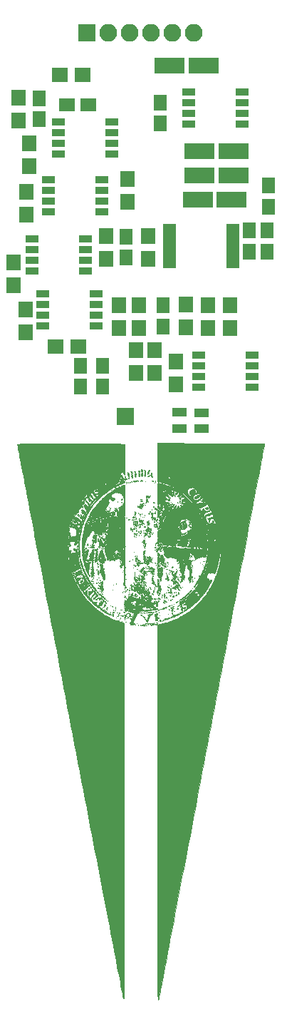
<source format=gbr>
G04 #@! TF.GenerationSoftware,KiCad,Pcbnew,no-vcs-found*
G04 #@! TF.CreationDate,2018-07-23T22:45:22+02:00*
G04 #@! TF.ProjectId,earthboot_withnewsoldermask,6561727468626F6F745F776974686E65,rev?*
G04 #@! TF.SameCoordinates,Original
G04 #@! TF.FileFunction,Soldermask,Top*
G04 #@! TF.FilePolarity,Negative*
%FSLAX46Y46*%
G04 Gerber Fmt 4.6, Leading zero omitted, Abs format (unit mm)*
G04 Created by KiCad (PCBNEW no-vcs-found) date Mon Jul 23 22:45:22 2018*
%MOMM*%
%LPD*%
G01*
G04 APERTURE LIST*
%ADD10C,0.010000*%
%ADD11R,1.600000X0.800000*%
%ADD12R,1.700000X1.900000*%
%ADD13R,1.700000X1.100000*%
%ADD14R,1.650000X1.900000*%
%ADD15R,1.900000X1.650000*%
%ADD16R,3.600000X1.900000*%
%ADD17R,2.100000X2.100000*%
%ADD18O,2.100000X2.100000*%
%ADD19R,1.900000X1.700000*%
%ADD20R,1.543000X0.908000*%
G04 APERTURE END LIST*
D10*
G36*
X76171468Y-81443162D02*
X76180611Y-81482128D01*
X76179802Y-81534490D01*
X76159174Y-81546700D01*
X76136935Y-81564514D01*
X76140014Y-81584800D01*
X76146588Y-81618864D01*
X76125516Y-81611827D01*
X76089636Y-81576449D01*
X76051347Y-81515003D01*
X76060749Y-81468744D01*
X76076924Y-81455374D01*
X76094162Y-81452345D01*
X76085258Y-81472925D01*
X76085004Y-81485277D01*
X76114598Y-81464532D01*
X76116267Y-81463078D01*
X76154491Y-81433556D01*
X76171468Y-81443162D01*
X76171468Y-81443162D01*
G37*
X76171468Y-81443162D02*
X76180611Y-81482128D01*
X76179802Y-81534490D01*
X76159174Y-81546700D01*
X76136935Y-81564514D01*
X76140014Y-81584800D01*
X76146588Y-81618864D01*
X76125516Y-81611827D01*
X76089636Y-81576449D01*
X76051347Y-81515003D01*
X76060749Y-81468744D01*
X76076924Y-81455374D01*
X76094162Y-81452345D01*
X76085258Y-81472925D01*
X76085004Y-81485277D01*
X76114598Y-81464532D01*
X76116267Y-81463078D01*
X76154491Y-81433556D01*
X76171468Y-81443162D01*
G36*
X75641200Y-81788000D02*
X75628500Y-81800700D01*
X75615800Y-81788000D01*
X75628500Y-81775300D01*
X75641200Y-81788000D01*
X75641200Y-81788000D01*
G37*
X75641200Y-81788000D02*
X75628500Y-81800700D01*
X75615800Y-81788000D01*
X75628500Y-81775300D01*
X75641200Y-81788000D01*
G36*
X76115333Y-81859966D02*
X76111846Y-81875066D01*
X76098400Y-81876900D01*
X76077492Y-81867606D01*
X76081466Y-81859966D01*
X76111610Y-81856926D01*
X76115333Y-81859966D01*
X76115333Y-81859966D01*
G37*
X76115333Y-81859966D02*
X76111846Y-81875066D01*
X76098400Y-81876900D01*
X76077492Y-81867606D01*
X76081466Y-81859966D01*
X76111610Y-81856926D01*
X76115333Y-81859966D01*
G36*
X74624539Y-82418966D02*
X74625200Y-82421500D01*
X74607401Y-82443186D01*
X74599800Y-82448400D01*
X74576394Y-82446386D01*
X74574400Y-82437199D01*
X74592838Y-82411333D01*
X74599800Y-82410300D01*
X74624539Y-82418966D01*
X74624539Y-82418966D01*
G37*
X74624539Y-82418966D02*
X74625200Y-82421500D01*
X74607401Y-82443186D01*
X74599800Y-82448400D01*
X74576394Y-82446386D01*
X74574400Y-82437199D01*
X74592838Y-82411333D01*
X74599800Y-82410300D01*
X74624539Y-82418966D01*
G36*
X74777600Y-82550000D02*
X74764900Y-82562700D01*
X74752200Y-82550000D01*
X74764900Y-82537300D01*
X74777600Y-82550000D01*
X74777600Y-82550000D01*
G37*
X74777600Y-82550000D02*
X74764900Y-82562700D01*
X74752200Y-82550000D01*
X74764900Y-82537300D01*
X74777600Y-82550000D01*
G36*
X75307009Y-82552774D02*
X75302951Y-82567462D01*
X75291672Y-82577083D01*
X75287605Y-82552116D01*
X75292275Y-82519172D01*
X75300945Y-82518779D01*
X75307009Y-82552774D01*
X75307009Y-82552774D01*
G37*
X75307009Y-82552774D02*
X75302951Y-82567462D01*
X75291672Y-82577083D01*
X75287605Y-82552116D01*
X75292275Y-82519172D01*
X75300945Y-82518779D01*
X75307009Y-82552774D01*
G36*
X75641200Y-82600800D02*
X75628500Y-82613500D01*
X75615800Y-82600800D01*
X75628500Y-82588100D01*
X75641200Y-82600800D01*
X75641200Y-82600800D01*
G37*
X75641200Y-82600800D02*
X75628500Y-82613500D01*
X75615800Y-82600800D01*
X75628500Y-82588100D01*
X75641200Y-82600800D01*
G36*
X74311933Y-82723566D02*
X74314973Y-82753710D01*
X74311933Y-82757433D01*
X74296833Y-82753946D01*
X74295000Y-82740500D01*
X74304293Y-82719592D01*
X74311933Y-82723566D01*
X74311933Y-82723566D01*
G37*
X74311933Y-82723566D02*
X74314973Y-82753710D01*
X74311933Y-82757433D01*
X74296833Y-82753946D01*
X74295000Y-82740500D01*
X74304293Y-82719592D01*
X74311933Y-82723566D01*
G36*
X75460584Y-82553239D02*
X75460392Y-82556350D01*
X75461188Y-82621610D01*
X75483251Y-82659931D01*
X75498031Y-82664300D01*
X75524370Y-82685752D01*
X75529344Y-82721450D01*
X75513093Y-82765715D01*
X75482012Y-82771136D01*
X75444997Y-82777073D01*
X75438000Y-82790186D01*
X75419340Y-82815746D01*
X75412600Y-82816700D01*
X75393150Y-82795064D01*
X75387200Y-82756375D01*
X75392792Y-82676887D01*
X75406935Y-82603378D01*
X75425678Y-82551878D01*
X75441175Y-82537300D01*
X75460584Y-82553239D01*
X75460584Y-82553239D01*
G37*
X75460584Y-82553239D02*
X75460392Y-82556350D01*
X75461188Y-82621610D01*
X75483251Y-82659931D01*
X75498031Y-82664300D01*
X75524370Y-82685752D01*
X75529344Y-82721450D01*
X75513093Y-82765715D01*
X75482012Y-82771136D01*
X75444997Y-82777073D01*
X75438000Y-82790186D01*
X75419340Y-82815746D01*
X75412600Y-82816700D01*
X75393150Y-82795064D01*
X75387200Y-82756375D01*
X75392792Y-82676887D01*
X75406935Y-82603378D01*
X75425678Y-82551878D01*
X75441175Y-82537300D01*
X75460584Y-82553239D01*
G36*
X75267681Y-82783781D02*
X75272900Y-82791300D01*
X75279372Y-82815046D01*
X75275898Y-82816700D01*
X75252718Y-82798818D01*
X75247500Y-82791300D01*
X75241027Y-82767553D01*
X75244501Y-82765900D01*
X75267681Y-82783781D01*
X75267681Y-82783781D01*
G37*
X75267681Y-82783781D02*
X75272900Y-82791300D01*
X75279372Y-82815046D01*
X75275898Y-82816700D01*
X75252718Y-82798818D01*
X75247500Y-82791300D01*
X75241027Y-82767553D01*
X75244501Y-82765900D01*
X75267681Y-82783781D01*
G36*
X74735463Y-82655208D02*
X74727046Y-82701306D01*
X74707684Y-82775707D01*
X74690957Y-82807513D01*
X74672416Y-82804431D01*
X74669232Y-82801465D01*
X74667048Y-82769744D01*
X74682523Y-82718915D01*
X74714159Y-82652378D01*
X74732477Y-82630877D01*
X74735463Y-82655208D01*
X74735463Y-82655208D01*
G37*
X74735463Y-82655208D02*
X74727046Y-82701306D01*
X74707684Y-82775707D01*
X74690957Y-82807513D01*
X74672416Y-82804431D01*
X74669232Y-82801465D01*
X74667048Y-82769744D01*
X74682523Y-82718915D01*
X74714159Y-82652378D01*
X74732477Y-82630877D01*
X74735463Y-82655208D01*
G36*
X75619800Y-82754483D02*
X75631039Y-82776059D01*
X75638978Y-82818522D01*
X75634775Y-82831590D01*
X75616879Y-82823036D01*
X75605639Y-82801459D01*
X75597701Y-82758997D01*
X75601904Y-82745929D01*
X75619800Y-82754483D01*
X75619800Y-82754483D01*
G37*
X75619800Y-82754483D02*
X75631039Y-82776059D01*
X75638978Y-82818522D01*
X75634775Y-82831590D01*
X75616879Y-82823036D01*
X75605639Y-82801459D01*
X75597701Y-82758997D01*
X75601904Y-82745929D01*
X75619800Y-82754483D01*
G36*
X75281609Y-82882974D02*
X75277551Y-82897662D01*
X75266272Y-82907283D01*
X75262205Y-82882316D01*
X75266875Y-82849372D01*
X75275545Y-82848979D01*
X75281609Y-82882974D01*
X75281609Y-82882974D01*
G37*
X75281609Y-82882974D02*
X75277551Y-82897662D01*
X75266272Y-82907283D01*
X75262205Y-82882316D01*
X75266875Y-82849372D01*
X75275545Y-82848979D01*
X75281609Y-82882974D01*
G36*
X75422558Y-82939444D02*
X75425300Y-82943700D01*
X75423286Y-82967105D01*
X75414099Y-82969100D01*
X75388233Y-82950661D01*
X75387200Y-82943700D01*
X75397762Y-82919340D01*
X75422558Y-82939444D01*
X75422558Y-82939444D01*
G37*
X75422558Y-82939444D02*
X75425300Y-82943700D01*
X75423286Y-82967105D01*
X75414099Y-82969100D01*
X75388233Y-82950661D01*
X75387200Y-82943700D01*
X75397762Y-82919340D01*
X75422558Y-82939444D01*
G36*
X75267912Y-83007115D02*
X75290059Y-83041732D01*
X75300259Y-83084910D01*
X75309008Y-83146155D01*
X75308833Y-83181185D01*
X75307698Y-83183217D01*
X75272219Y-83197679D01*
X75214388Y-83209081D01*
X75158160Y-83213974D01*
X75127702Y-83209135D01*
X75120621Y-83170813D01*
X75137967Y-83112861D01*
X75170613Y-83053789D01*
X75209429Y-83012109D01*
X75229133Y-83003436D01*
X75267912Y-83007115D01*
X75267912Y-83007115D01*
G37*
X75267912Y-83007115D02*
X75290059Y-83041732D01*
X75300259Y-83084910D01*
X75309008Y-83146155D01*
X75308833Y-83181185D01*
X75307698Y-83183217D01*
X75272219Y-83197679D01*
X75214388Y-83209081D01*
X75158160Y-83213974D01*
X75127702Y-83209135D01*
X75120621Y-83170813D01*
X75137967Y-83112861D01*
X75170613Y-83053789D01*
X75209429Y-83012109D01*
X75229133Y-83003436D01*
X75267912Y-83007115D01*
G36*
X75084758Y-82973201D02*
X75088001Y-83019900D01*
X75073912Y-83071206D01*
X75056295Y-83091852D01*
X75043051Y-83119454D01*
X75047097Y-83161702D01*
X75050491Y-83208763D01*
X75023643Y-83223037D01*
X75020154Y-83223100D01*
X74991786Y-83234756D01*
X74993500Y-83248500D01*
X74993039Y-83271973D01*
X74985016Y-83273900D01*
X74955530Y-83253760D01*
X74947154Y-83238249D01*
X74941220Y-83190897D01*
X74950387Y-83142037D01*
X74969020Y-83111357D01*
X74983687Y-83110584D01*
X75003038Y-83116236D01*
X75001278Y-83090828D01*
X74983038Y-83038486D01*
X74981780Y-83032600D01*
X75006200Y-83032600D01*
X75018900Y-83045300D01*
X75031600Y-83032600D01*
X75018900Y-83019900D01*
X75006200Y-83032600D01*
X74981780Y-83032600D01*
X74972666Y-82989984D01*
X74989388Y-82976564D01*
X75040329Y-82969690D01*
X75057000Y-82965980D01*
X75084758Y-82973201D01*
X75084758Y-82973201D01*
G37*
X75084758Y-82973201D02*
X75088001Y-83019900D01*
X75073912Y-83071206D01*
X75056295Y-83091852D01*
X75043051Y-83119454D01*
X75047097Y-83161702D01*
X75050491Y-83208763D01*
X75023643Y-83223037D01*
X75020154Y-83223100D01*
X74991786Y-83234756D01*
X74993500Y-83248500D01*
X74993039Y-83271973D01*
X74985016Y-83273900D01*
X74955530Y-83253760D01*
X74947154Y-83238249D01*
X74941220Y-83190897D01*
X74950387Y-83142037D01*
X74969020Y-83111357D01*
X74983687Y-83110584D01*
X75003038Y-83116236D01*
X75001278Y-83090828D01*
X74983038Y-83038486D01*
X74981780Y-83032600D01*
X75006200Y-83032600D01*
X75018900Y-83045300D01*
X75031600Y-83032600D01*
X75018900Y-83019900D01*
X75006200Y-83032600D01*
X74981780Y-83032600D01*
X74972666Y-82989984D01*
X74989388Y-82976564D01*
X75040329Y-82969690D01*
X75057000Y-82965980D01*
X75084758Y-82973201D01*
G36*
X75869800Y-87685979D02*
X75878399Y-87734169D01*
X75885217Y-87754922D01*
X75886697Y-87789310D01*
X75854657Y-87788944D01*
X75819000Y-87770229D01*
X75795398Y-87747268D01*
X75809142Y-87718706D01*
X75825350Y-87701675D01*
X75858057Y-87678297D01*
X75869800Y-87685979D01*
X75869800Y-87685979D01*
G37*
X75869800Y-87685979D02*
X75878399Y-87734169D01*
X75885217Y-87754922D01*
X75886697Y-87789310D01*
X75854657Y-87788944D01*
X75819000Y-87770229D01*
X75795398Y-87747268D01*
X75809142Y-87718706D01*
X75825350Y-87701675D01*
X75858057Y-87678297D01*
X75869800Y-87685979D01*
G36*
X75336400Y-87833200D02*
X75323700Y-87845900D01*
X75311000Y-87833200D01*
X75323700Y-87820500D01*
X75336400Y-87833200D01*
X75336400Y-87833200D01*
G37*
X75336400Y-87833200D02*
X75323700Y-87845900D01*
X75311000Y-87833200D01*
X75323700Y-87820500D01*
X75336400Y-87833200D01*
G36*
X75283309Y-87952789D02*
X75280196Y-87976411D01*
X75266206Y-87995531D01*
X75249606Y-87976309D01*
X75240286Y-87938915D01*
X75244956Y-87928876D01*
X75270066Y-87924705D01*
X75283309Y-87952789D01*
X75283309Y-87952789D01*
G37*
X75283309Y-87952789D02*
X75280196Y-87976411D01*
X75266206Y-87995531D01*
X75249606Y-87976309D01*
X75240286Y-87938915D01*
X75244956Y-87928876D01*
X75270066Y-87924705D01*
X75283309Y-87952789D01*
G36*
X75202624Y-88044044D02*
X75209400Y-88075297D01*
X75196519Y-88119014D01*
X75164635Y-88119926D01*
X75150133Y-88108366D01*
X75134931Y-88070460D01*
X75168768Y-88040915D01*
X75171300Y-88039914D01*
X75202624Y-88044044D01*
X75202624Y-88044044D01*
G37*
X75202624Y-88044044D02*
X75209400Y-88075297D01*
X75196519Y-88119014D01*
X75164635Y-88119926D01*
X75150133Y-88108366D01*
X75134931Y-88070460D01*
X75168768Y-88040915D01*
X75171300Y-88039914D01*
X75202624Y-88044044D01*
G36*
X71778284Y-82088532D02*
X71790483Y-82101266D01*
X71782713Y-82119820D01*
X71766582Y-82122433D01*
X71733472Y-82110668D01*
X71729600Y-82101266D01*
X71746457Y-82081445D01*
X71778284Y-82088532D01*
X71778284Y-82088532D01*
G37*
X71778284Y-82088532D02*
X71790483Y-82101266D01*
X71782713Y-82119820D01*
X71766582Y-82122433D01*
X71733472Y-82110668D01*
X71729600Y-82101266D01*
X71746457Y-82081445D01*
X71778284Y-82088532D01*
G36*
X71881261Y-82201028D02*
X71882000Y-82207100D01*
X71862671Y-82231761D01*
X71856600Y-82232500D01*
X71831938Y-82213171D01*
X71831200Y-82207100D01*
X71850528Y-82182438D01*
X71856600Y-82181700D01*
X71881261Y-82201028D01*
X71881261Y-82201028D01*
G37*
X71881261Y-82201028D02*
X71882000Y-82207100D01*
X71862671Y-82231761D01*
X71856600Y-82232500D01*
X71831938Y-82213171D01*
X71831200Y-82207100D01*
X71850528Y-82182438D01*
X71856600Y-82181700D01*
X71881261Y-82201028D01*
G36*
X71718106Y-82205146D02*
X71717894Y-82205491D01*
X71714972Y-82249037D01*
X71723470Y-82265362D01*
X71745749Y-82302287D01*
X71764332Y-82344678D01*
X71773007Y-82375700D01*
X71765562Y-82378519D01*
X71765029Y-82377996D01*
X71733073Y-82375550D01*
X71715989Y-82385655D01*
X71685936Y-82393407D01*
X71669939Y-82366385D01*
X71641792Y-82307026D01*
X71623285Y-82278168D01*
X71602416Y-82240980D01*
X71615378Y-82217839D01*
X71669768Y-82196651D01*
X71675630Y-82194834D01*
X71717397Y-82187479D01*
X71718106Y-82205146D01*
X71718106Y-82205146D01*
G37*
X71718106Y-82205146D02*
X71717894Y-82205491D01*
X71714972Y-82249037D01*
X71723470Y-82265362D01*
X71745749Y-82302287D01*
X71764332Y-82344678D01*
X71773007Y-82375700D01*
X71765562Y-82378519D01*
X71765029Y-82377996D01*
X71733073Y-82375550D01*
X71715989Y-82385655D01*
X71685936Y-82393407D01*
X71669939Y-82366385D01*
X71641792Y-82307026D01*
X71623285Y-82278168D01*
X71602416Y-82240980D01*
X71615378Y-82217839D01*
X71669768Y-82196651D01*
X71675630Y-82194834D01*
X71717397Y-82187479D01*
X71718106Y-82205146D01*
G36*
X71297800Y-82397600D02*
X71285100Y-82410300D01*
X71272400Y-82397600D01*
X71285100Y-82384900D01*
X71297800Y-82397600D01*
X71297800Y-82397600D01*
G37*
X71297800Y-82397600D02*
X71285100Y-82410300D01*
X71272400Y-82397600D01*
X71285100Y-82384900D01*
X71297800Y-82397600D01*
G36*
X71483081Y-82453581D02*
X71488300Y-82461100D01*
X71494772Y-82484846D01*
X71491298Y-82486500D01*
X71468118Y-82468618D01*
X71462900Y-82461100D01*
X71456427Y-82437353D01*
X71459901Y-82435700D01*
X71483081Y-82453581D01*
X71483081Y-82453581D01*
G37*
X71483081Y-82453581D02*
X71488300Y-82461100D01*
X71494772Y-82484846D01*
X71491298Y-82486500D01*
X71468118Y-82468618D01*
X71462900Y-82461100D01*
X71456427Y-82437353D01*
X71459901Y-82435700D01*
X71483081Y-82453581D01*
G36*
X71086133Y-82621966D02*
X71089173Y-82652110D01*
X71086133Y-82655833D01*
X71071033Y-82652346D01*
X71069200Y-82638900D01*
X71078493Y-82617992D01*
X71086133Y-82621966D01*
X71086133Y-82621966D01*
G37*
X71086133Y-82621966D02*
X71089173Y-82652110D01*
X71086133Y-82655833D01*
X71071033Y-82652346D01*
X71069200Y-82638900D01*
X71078493Y-82617992D01*
X71086133Y-82621966D01*
G36*
X71424800Y-82702400D02*
X71412100Y-82715100D01*
X71399400Y-82702400D01*
X71412100Y-82689700D01*
X71424800Y-82702400D01*
X71424800Y-82702400D01*
G37*
X71424800Y-82702400D02*
X71412100Y-82715100D01*
X71399400Y-82702400D01*
X71412100Y-82689700D01*
X71424800Y-82702400D01*
G36*
X71526400Y-82778600D02*
X71513700Y-82791300D01*
X71501000Y-82778600D01*
X71513700Y-82765900D01*
X71526400Y-82778600D01*
X71526400Y-82778600D01*
G37*
X71526400Y-82778600D02*
X71513700Y-82791300D01*
X71501000Y-82778600D01*
X71513700Y-82765900D01*
X71526400Y-82778600D01*
G36*
X71458953Y-82764493D02*
X71467337Y-82786254D01*
X71439862Y-82791300D01*
X71406718Y-82804992D01*
X71408585Y-82829400D01*
X71404989Y-82859629D01*
X71365945Y-82867500D01*
X71319213Y-82852546D01*
X71308685Y-82818087D01*
X71329989Y-82776161D01*
X71378960Y-82750765D01*
X71433187Y-82749891D01*
X71458953Y-82764493D01*
X71458953Y-82764493D01*
G37*
X71458953Y-82764493D02*
X71467337Y-82786254D01*
X71439862Y-82791300D01*
X71406718Y-82804992D01*
X71408585Y-82829400D01*
X71404989Y-82859629D01*
X71365945Y-82867500D01*
X71319213Y-82852546D01*
X71308685Y-82818087D01*
X71329989Y-82776161D01*
X71378960Y-82750765D01*
X71433187Y-82749891D01*
X71458953Y-82764493D01*
G36*
X71450200Y-83185000D02*
X71437500Y-83197700D01*
X71424800Y-83185000D01*
X71437500Y-83172300D01*
X71450200Y-83185000D01*
X71450200Y-83185000D01*
G37*
X71450200Y-83185000D02*
X71437500Y-83197700D01*
X71424800Y-83185000D01*
X71437500Y-83172300D01*
X71450200Y-83185000D01*
G36*
X70891400Y-83286600D02*
X70878700Y-83299300D01*
X70866000Y-83286600D01*
X70878700Y-83273900D01*
X70891400Y-83286600D01*
X70891400Y-83286600D01*
G37*
X70891400Y-83286600D02*
X70878700Y-83299300D01*
X70866000Y-83286600D01*
X70878700Y-83273900D01*
X70891400Y-83286600D01*
G36*
X71796690Y-81301212D02*
X71807358Y-81338404D01*
X71814790Y-81382440D01*
X71820712Y-81447693D01*
X71826852Y-81548539D01*
X71827231Y-81555427D01*
X71847120Y-81619238D01*
X71881158Y-81640720D01*
X71929931Y-81673526D01*
X71946370Y-81701842D01*
X71969221Y-81741417D01*
X71985311Y-81749900D01*
X72004376Y-81771252D01*
X72009000Y-81802199D01*
X72019228Y-81838089D01*
X72037121Y-81837118D01*
X72054115Y-81839064D01*
X72046929Y-81877437D01*
X72039475Y-81918787D01*
X72062906Y-81925444D01*
X72082640Y-81921009D01*
X72136250Y-81925741D01*
X72164596Y-81959073D01*
X72200862Y-82009138D01*
X72253466Y-82063996D01*
X72306865Y-82109105D01*
X72345520Y-82129921D01*
X72347364Y-82130097D01*
X72380485Y-82146860D01*
X72406328Y-82169000D01*
X72427673Y-82201968D01*
X72403639Y-82212171D01*
X72383650Y-82210107D01*
X72369302Y-82229377D01*
X72364600Y-82269716D01*
X72348645Y-82328511D01*
X72308931Y-82397587D01*
X72294750Y-82415849D01*
X72213568Y-82520444D01*
X72153746Y-82618205D01*
X72130454Y-82664300D01*
X72092398Y-82729294D01*
X72042972Y-82798069D01*
X72041738Y-82799598D01*
X72003152Y-82853538D01*
X71984045Y-82892578D01*
X71983600Y-82896196D01*
X71970046Y-82930536D01*
X71935889Y-82988032D01*
X71917718Y-83014897D01*
X71851837Y-83108800D01*
X71864731Y-82909829D01*
X71869902Y-82807233D01*
X71867783Y-82742332D01*
X71856367Y-82702293D01*
X71833650Y-82674286D01*
X71827012Y-82668529D01*
X71779148Y-82617754D01*
X71740176Y-82558019D01*
X71719663Y-82511900D01*
X71856600Y-82511900D01*
X71865893Y-82532807D01*
X71873533Y-82528833D01*
X71876573Y-82498689D01*
X71873533Y-82494966D01*
X71858433Y-82498453D01*
X71856600Y-82511900D01*
X71719663Y-82511900D01*
X71714751Y-82500857D01*
X71710210Y-82473800D01*
X72009000Y-82473800D01*
X72021700Y-82486500D01*
X72034400Y-82473800D01*
X72021700Y-82461100D01*
X72009000Y-82473800D01*
X71710210Y-82473800D01*
X71707524Y-82457801D01*
X71723152Y-82440384D01*
X71735950Y-82442851D01*
X71787347Y-82441236D01*
X71835526Y-82413286D01*
X71856600Y-82373168D01*
X71835491Y-82338809D01*
X71812150Y-82328736D01*
X71788598Y-82318063D01*
X71803470Y-82297355D01*
X71836433Y-82273884D01*
X71893162Y-82247375D01*
X71935313Y-82246796D01*
X71936347Y-82247392D01*
X71948493Y-82268239D01*
X71918414Y-82288202D01*
X71889790Y-82302484D01*
X71907123Y-82302195D01*
X71929773Y-82298030D01*
X71992948Y-82304438D01*
X72042792Y-82339450D01*
X72059800Y-82383085D01*
X72077492Y-82408250D01*
X72120695Y-82405899D01*
X72174597Y-82379415D01*
X72210433Y-82348680D01*
X72241620Y-82301738D01*
X72242861Y-82296000D01*
X72288400Y-82296000D01*
X72301100Y-82308700D01*
X72313800Y-82296000D01*
X72301100Y-82283300D01*
X72288400Y-82296000D01*
X72242861Y-82296000D01*
X72250537Y-82260533D01*
X72237271Y-82239252D01*
X72209815Y-82246673D01*
X72190444Y-82247355D01*
X72190603Y-82240737D01*
X72184220Y-82203567D01*
X72161524Y-82150318D01*
X72133209Y-82102128D01*
X72109971Y-82080135D01*
X72109320Y-82080100D01*
X72088692Y-82059173D01*
X72056985Y-82005927D01*
X72038596Y-81969054D01*
X72000173Y-81900394D01*
X71962437Y-81853273D01*
X71948047Y-81843292D01*
X71913446Y-81812795D01*
X71872569Y-81753928D01*
X71858829Y-81728870D01*
X71810106Y-81654343D01*
X71759395Y-81608992D01*
X71715163Y-81596096D01*
X71685877Y-81618930D01*
X71678800Y-81659185D01*
X71665482Y-81721478D01*
X71644984Y-81754687D01*
X71613379Y-81804364D01*
X71593700Y-81858101D01*
X71587109Y-81908804D01*
X71606822Y-81926763D01*
X71621166Y-81927817D01*
X71641539Y-81935151D01*
X71627366Y-81961292D01*
X71584927Y-82004017D01*
X71530610Y-82050554D01*
X71490179Y-82077451D01*
X71481558Y-82080100D01*
X71450994Y-82097505D01*
X71407644Y-82139593D01*
X71405847Y-82141646D01*
X71372777Y-82200453D01*
X71366672Y-82258318D01*
X71386640Y-82299049D01*
X71415062Y-82308700D01*
X71444275Y-82327138D01*
X71447728Y-82365611D01*
X71424800Y-82397600D01*
X71403372Y-82391458D01*
X71399400Y-82371582D01*
X71384406Y-82341434D01*
X71367650Y-82340968D01*
X71344383Y-82371618D01*
X71342882Y-82400235D01*
X71346009Y-82433681D01*
X71334206Y-82422420D01*
X71321532Y-82402095D01*
X71296784Y-82370874D01*
X71270227Y-82377860D01*
X71246520Y-82398034D01*
X71185612Y-82427079D01*
X71149357Y-82424256D01*
X71101277Y-82422956D01*
X71081481Y-82436376D01*
X71087371Y-82464074D01*
X71115687Y-82478012D01*
X71161627Y-82505122D01*
X71188461Y-82546648D01*
X71184029Y-82583244D01*
X71182716Y-82584649D01*
X71159193Y-82579687D01*
X71144018Y-82561964D01*
X71120716Y-82537525D01*
X71097730Y-82558577D01*
X71094988Y-82562700D01*
X71074578Y-82584662D01*
X71069588Y-82567550D01*
X71054459Y-82546926D01*
X71042584Y-82550751D01*
X71023445Y-82586643D01*
X71023534Y-82611899D01*
X71016803Y-82673349D01*
X70986095Y-82736125D01*
X70943241Y-82780934D01*
X70913535Y-82791300D01*
X70867223Y-82809768D01*
X70811421Y-82854203D01*
X70763142Y-82908152D01*
X70739398Y-82955161D01*
X70739000Y-82960112D01*
X70759048Y-82978925D01*
X70789800Y-82976459D01*
X70832564Y-82942409D01*
X70840600Y-82904136D01*
X70851230Y-82843506D01*
X70876717Y-82823443D01*
X70907457Y-82839992D01*
X70933847Y-82889199D01*
X70945189Y-82947208D01*
X70937217Y-83041375D01*
X70891714Y-83102772D01*
X70813444Y-83134585D01*
X70760536Y-83154926D01*
X70738201Y-83180668D01*
X70718861Y-83215883D01*
X70677666Y-83253799D01*
X70635898Y-83280670D01*
X70616042Y-83272485D01*
X70602892Y-83222007D01*
X70602051Y-83217808D01*
X70603915Y-83125214D01*
X70628844Y-83053766D01*
X70849066Y-83053766D01*
X70852553Y-83068866D01*
X70866000Y-83070700D01*
X70886907Y-83061406D01*
X70882933Y-83053766D01*
X70852789Y-83050726D01*
X70849066Y-83053766D01*
X70628844Y-83053766D01*
X70639925Y-83022009D01*
X70706209Y-82879369D01*
X70755209Y-82776944D01*
X70790425Y-82708595D01*
X70815356Y-82668183D01*
X70833503Y-82649568D01*
X70848364Y-82646611D01*
X70853117Y-82648015D01*
X70875655Y-82642067D01*
X70873071Y-82612399D01*
X70883371Y-82556536D01*
X70927293Y-82499200D01*
X70993000Y-82499200D01*
X71005700Y-82511900D01*
X71018400Y-82499200D01*
X71005700Y-82486500D01*
X70993000Y-82499200D01*
X70927293Y-82499200D01*
X70933096Y-82491626D01*
X70986135Y-82419340D01*
X71009651Y-82346539D01*
X71009709Y-82345556D01*
X71021157Y-82289807D01*
X71041459Y-82262913D01*
X71043082Y-82260898D01*
X71221600Y-82260898D01*
X71237249Y-82274669D01*
X71247000Y-82270600D01*
X71271451Y-82236952D01*
X71272400Y-82229501D01*
X71256750Y-82215730D01*
X71247000Y-82219800D01*
X71222548Y-82253447D01*
X71221600Y-82260898D01*
X71043082Y-82260898D01*
X71065463Y-82233121D01*
X71069200Y-82210110D01*
X71086245Y-82167471D01*
X71129495Y-82108778D01*
X71157293Y-82078877D01*
X71209426Y-82018527D01*
X71241459Y-81965176D01*
X71246193Y-81946750D01*
X71251870Y-81927700D01*
X71424800Y-81927700D01*
X71434093Y-81948607D01*
X71441733Y-81944633D01*
X71442159Y-81940400D01*
X71526400Y-81940400D01*
X71539100Y-81953100D01*
X71551800Y-81940400D01*
X71539100Y-81927700D01*
X71526400Y-81940400D01*
X71442159Y-81940400D01*
X71444773Y-81914489D01*
X71441733Y-81910766D01*
X71426633Y-81914253D01*
X71424800Y-81927700D01*
X71251870Y-81927700D01*
X71257439Y-81909013D01*
X71269318Y-81902300D01*
X71293276Y-81881307D01*
X71321429Y-81830255D01*
X71323602Y-81825129D01*
X71345571Y-81788000D01*
X71450200Y-81788000D01*
X71462900Y-81800700D01*
X71501000Y-81800700D01*
X71510293Y-81821607D01*
X71517933Y-81817633D01*
X71520973Y-81787489D01*
X71517933Y-81783766D01*
X71502833Y-81787253D01*
X71501000Y-81800700D01*
X71462900Y-81800700D01*
X71475600Y-81788000D01*
X71462900Y-81775300D01*
X71450200Y-81788000D01*
X71345571Y-81788000D01*
X71360366Y-81762997D01*
X71404810Y-81721938D01*
X71444770Y-81710872D01*
X71462265Y-81723473D01*
X71493970Y-81734639D01*
X71542316Y-81717800D01*
X71589697Y-81682471D01*
X71618183Y-81639215D01*
X71616130Y-81586481D01*
X71580184Y-81550815D01*
X71525625Y-81514589D01*
X71601871Y-81458337D01*
X71647000Y-81418369D01*
X71663477Y-81389660D01*
X71661777Y-81385744D01*
X71667438Y-81359861D01*
X71702344Y-81317003D01*
X71711893Y-81307815D01*
X71778349Y-81246225D01*
X71796690Y-81301212D01*
X71796690Y-81301212D01*
G37*
X71796690Y-81301212D02*
X71807358Y-81338404D01*
X71814790Y-81382440D01*
X71820712Y-81447693D01*
X71826852Y-81548539D01*
X71827231Y-81555427D01*
X71847120Y-81619238D01*
X71881158Y-81640720D01*
X71929931Y-81673526D01*
X71946370Y-81701842D01*
X71969221Y-81741417D01*
X71985311Y-81749900D01*
X72004376Y-81771252D01*
X72009000Y-81802199D01*
X72019228Y-81838089D01*
X72037121Y-81837118D01*
X72054115Y-81839064D01*
X72046929Y-81877437D01*
X72039475Y-81918787D01*
X72062906Y-81925444D01*
X72082640Y-81921009D01*
X72136250Y-81925741D01*
X72164596Y-81959073D01*
X72200862Y-82009138D01*
X72253466Y-82063996D01*
X72306865Y-82109105D01*
X72345520Y-82129921D01*
X72347364Y-82130097D01*
X72380485Y-82146860D01*
X72406328Y-82169000D01*
X72427673Y-82201968D01*
X72403639Y-82212171D01*
X72383650Y-82210107D01*
X72369302Y-82229377D01*
X72364600Y-82269716D01*
X72348645Y-82328511D01*
X72308931Y-82397587D01*
X72294750Y-82415849D01*
X72213568Y-82520444D01*
X72153746Y-82618205D01*
X72130454Y-82664300D01*
X72092398Y-82729294D01*
X72042972Y-82798069D01*
X72041738Y-82799598D01*
X72003152Y-82853538D01*
X71984045Y-82892578D01*
X71983600Y-82896196D01*
X71970046Y-82930536D01*
X71935889Y-82988032D01*
X71917718Y-83014897D01*
X71851837Y-83108800D01*
X71864731Y-82909829D01*
X71869902Y-82807233D01*
X71867783Y-82742332D01*
X71856367Y-82702293D01*
X71833650Y-82674286D01*
X71827012Y-82668529D01*
X71779148Y-82617754D01*
X71740176Y-82558019D01*
X71719663Y-82511900D01*
X71856600Y-82511900D01*
X71865893Y-82532807D01*
X71873533Y-82528833D01*
X71876573Y-82498689D01*
X71873533Y-82494966D01*
X71858433Y-82498453D01*
X71856600Y-82511900D01*
X71719663Y-82511900D01*
X71714751Y-82500857D01*
X71710210Y-82473800D01*
X72009000Y-82473800D01*
X72021700Y-82486500D01*
X72034400Y-82473800D01*
X72021700Y-82461100D01*
X72009000Y-82473800D01*
X71710210Y-82473800D01*
X71707524Y-82457801D01*
X71723152Y-82440384D01*
X71735950Y-82442851D01*
X71787347Y-82441236D01*
X71835526Y-82413286D01*
X71856600Y-82373168D01*
X71835491Y-82338809D01*
X71812150Y-82328736D01*
X71788598Y-82318063D01*
X71803470Y-82297355D01*
X71836433Y-82273884D01*
X71893162Y-82247375D01*
X71935313Y-82246796D01*
X71936347Y-82247392D01*
X71948493Y-82268239D01*
X71918414Y-82288202D01*
X71889790Y-82302484D01*
X71907123Y-82302195D01*
X71929773Y-82298030D01*
X71992948Y-82304438D01*
X72042792Y-82339450D01*
X72059800Y-82383085D01*
X72077492Y-82408250D01*
X72120695Y-82405899D01*
X72174597Y-82379415D01*
X72210433Y-82348680D01*
X72241620Y-82301738D01*
X72242861Y-82296000D01*
X72288400Y-82296000D01*
X72301100Y-82308700D01*
X72313800Y-82296000D01*
X72301100Y-82283300D01*
X72288400Y-82296000D01*
X72242861Y-82296000D01*
X72250537Y-82260533D01*
X72237271Y-82239252D01*
X72209815Y-82246673D01*
X72190444Y-82247355D01*
X72190603Y-82240737D01*
X72184220Y-82203567D01*
X72161524Y-82150318D01*
X72133209Y-82102128D01*
X72109971Y-82080135D01*
X72109320Y-82080100D01*
X72088692Y-82059173D01*
X72056985Y-82005927D01*
X72038596Y-81969054D01*
X72000173Y-81900394D01*
X71962437Y-81853273D01*
X71948047Y-81843292D01*
X71913446Y-81812795D01*
X71872569Y-81753928D01*
X71858829Y-81728870D01*
X71810106Y-81654343D01*
X71759395Y-81608992D01*
X71715163Y-81596096D01*
X71685877Y-81618930D01*
X71678800Y-81659185D01*
X71665482Y-81721478D01*
X71644984Y-81754687D01*
X71613379Y-81804364D01*
X71593700Y-81858101D01*
X71587109Y-81908804D01*
X71606822Y-81926763D01*
X71621166Y-81927817D01*
X71641539Y-81935151D01*
X71627366Y-81961292D01*
X71584927Y-82004017D01*
X71530610Y-82050554D01*
X71490179Y-82077451D01*
X71481558Y-82080100D01*
X71450994Y-82097505D01*
X71407644Y-82139593D01*
X71405847Y-82141646D01*
X71372777Y-82200453D01*
X71366672Y-82258318D01*
X71386640Y-82299049D01*
X71415062Y-82308700D01*
X71444275Y-82327138D01*
X71447728Y-82365611D01*
X71424800Y-82397600D01*
X71403372Y-82391458D01*
X71399400Y-82371582D01*
X71384406Y-82341434D01*
X71367650Y-82340968D01*
X71344383Y-82371618D01*
X71342882Y-82400235D01*
X71346009Y-82433681D01*
X71334206Y-82422420D01*
X71321532Y-82402095D01*
X71296784Y-82370874D01*
X71270227Y-82377860D01*
X71246520Y-82398034D01*
X71185612Y-82427079D01*
X71149357Y-82424256D01*
X71101277Y-82422956D01*
X71081481Y-82436376D01*
X71087371Y-82464074D01*
X71115687Y-82478012D01*
X71161627Y-82505122D01*
X71188461Y-82546648D01*
X71184029Y-82583244D01*
X71182716Y-82584649D01*
X71159193Y-82579687D01*
X71144018Y-82561964D01*
X71120716Y-82537525D01*
X71097730Y-82558577D01*
X71094988Y-82562700D01*
X71074578Y-82584662D01*
X71069588Y-82567550D01*
X71054459Y-82546926D01*
X71042584Y-82550751D01*
X71023445Y-82586643D01*
X71023534Y-82611899D01*
X71016803Y-82673349D01*
X70986095Y-82736125D01*
X70943241Y-82780934D01*
X70913535Y-82791300D01*
X70867223Y-82809768D01*
X70811421Y-82854203D01*
X70763142Y-82908152D01*
X70739398Y-82955161D01*
X70739000Y-82960112D01*
X70759048Y-82978925D01*
X70789800Y-82976459D01*
X70832564Y-82942409D01*
X70840600Y-82904136D01*
X70851230Y-82843506D01*
X70876717Y-82823443D01*
X70907457Y-82839992D01*
X70933847Y-82889199D01*
X70945189Y-82947208D01*
X70937217Y-83041375D01*
X70891714Y-83102772D01*
X70813444Y-83134585D01*
X70760536Y-83154926D01*
X70738201Y-83180668D01*
X70718861Y-83215883D01*
X70677666Y-83253799D01*
X70635898Y-83280670D01*
X70616042Y-83272485D01*
X70602892Y-83222007D01*
X70602051Y-83217808D01*
X70603915Y-83125214D01*
X70628844Y-83053766D01*
X70849066Y-83053766D01*
X70852553Y-83068866D01*
X70866000Y-83070700D01*
X70886907Y-83061406D01*
X70882933Y-83053766D01*
X70852789Y-83050726D01*
X70849066Y-83053766D01*
X70628844Y-83053766D01*
X70639925Y-83022009D01*
X70706209Y-82879369D01*
X70755209Y-82776944D01*
X70790425Y-82708595D01*
X70815356Y-82668183D01*
X70833503Y-82649568D01*
X70848364Y-82646611D01*
X70853117Y-82648015D01*
X70875655Y-82642067D01*
X70873071Y-82612399D01*
X70883371Y-82556536D01*
X70927293Y-82499200D01*
X70993000Y-82499200D01*
X71005700Y-82511900D01*
X71018400Y-82499200D01*
X71005700Y-82486500D01*
X70993000Y-82499200D01*
X70927293Y-82499200D01*
X70933096Y-82491626D01*
X70986135Y-82419340D01*
X71009651Y-82346539D01*
X71009709Y-82345556D01*
X71021157Y-82289807D01*
X71041459Y-82262913D01*
X71043082Y-82260898D01*
X71221600Y-82260898D01*
X71237249Y-82274669D01*
X71247000Y-82270600D01*
X71271451Y-82236952D01*
X71272400Y-82229501D01*
X71256750Y-82215730D01*
X71247000Y-82219800D01*
X71222548Y-82253447D01*
X71221600Y-82260898D01*
X71043082Y-82260898D01*
X71065463Y-82233121D01*
X71069200Y-82210110D01*
X71086245Y-82167471D01*
X71129495Y-82108778D01*
X71157293Y-82078877D01*
X71209426Y-82018527D01*
X71241459Y-81965176D01*
X71246193Y-81946750D01*
X71251870Y-81927700D01*
X71424800Y-81927700D01*
X71434093Y-81948607D01*
X71441733Y-81944633D01*
X71442159Y-81940400D01*
X71526400Y-81940400D01*
X71539100Y-81953100D01*
X71551800Y-81940400D01*
X71539100Y-81927700D01*
X71526400Y-81940400D01*
X71442159Y-81940400D01*
X71444773Y-81914489D01*
X71441733Y-81910766D01*
X71426633Y-81914253D01*
X71424800Y-81927700D01*
X71251870Y-81927700D01*
X71257439Y-81909013D01*
X71269318Y-81902300D01*
X71293276Y-81881307D01*
X71321429Y-81830255D01*
X71323602Y-81825129D01*
X71345571Y-81788000D01*
X71450200Y-81788000D01*
X71462900Y-81800700D01*
X71501000Y-81800700D01*
X71510293Y-81821607D01*
X71517933Y-81817633D01*
X71520973Y-81787489D01*
X71517933Y-81783766D01*
X71502833Y-81787253D01*
X71501000Y-81800700D01*
X71462900Y-81800700D01*
X71475600Y-81788000D01*
X71462900Y-81775300D01*
X71450200Y-81788000D01*
X71345571Y-81788000D01*
X71360366Y-81762997D01*
X71404810Y-81721938D01*
X71444770Y-81710872D01*
X71462265Y-81723473D01*
X71493970Y-81734639D01*
X71542316Y-81717800D01*
X71589697Y-81682471D01*
X71618183Y-81639215D01*
X71616130Y-81586481D01*
X71580184Y-81550815D01*
X71525625Y-81514589D01*
X71601871Y-81458337D01*
X71647000Y-81418369D01*
X71663477Y-81389660D01*
X71661777Y-81385744D01*
X71667438Y-81359861D01*
X71702344Y-81317003D01*
X71711893Y-81307815D01*
X71778349Y-81246225D01*
X71796690Y-81301212D01*
G36*
X70585861Y-83267828D02*
X70586600Y-83273900D01*
X70567271Y-83298561D01*
X70561200Y-83299300D01*
X70536538Y-83279971D01*
X70535800Y-83273900D01*
X70555128Y-83249238D01*
X70561200Y-83248500D01*
X70585861Y-83267828D01*
X70585861Y-83267828D01*
G37*
X70585861Y-83267828D02*
X70586600Y-83273900D01*
X70567271Y-83298561D01*
X70561200Y-83299300D01*
X70536538Y-83279971D01*
X70535800Y-83273900D01*
X70555128Y-83249238D01*
X70561200Y-83248500D01*
X70585861Y-83267828D01*
G36*
X71248090Y-83280034D02*
X71285415Y-83322069D01*
X71288917Y-83355112D01*
X71297663Y-83395597D01*
X71317763Y-83405912D01*
X71344159Y-83416303D01*
X71331160Y-83439761D01*
X71319345Y-83451926D01*
X71293129Y-83499117D01*
X71292886Y-83528126D01*
X71293466Y-83551347D01*
X71284564Y-83547170D01*
X71250977Y-83544684D01*
X71230287Y-83556630D01*
X71202458Y-83570269D01*
X71197306Y-83562760D01*
X71202481Y-83525860D01*
X71214143Y-83459776D01*
X71219395Y-83432103D01*
X71227676Y-83362459D01*
X71223313Y-83317117D01*
X71218289Y-83309953D01*
X71196532Y-83276556D01*
X71196200Y-83272185D01*
X71213919Y-83264990D01*
X71248090Y-83280034D01*
X71248090Y-83280034D01*
G37*
X71248090Y-83280034D02*
X71285415Y-83322069D01*
X71288917Y-83355112D01*
X71297663Y-83395597D01*
X71317763Y-83405912D01*
X71344159Y-83416303D01*
X71331160Y-83439761D01*
X71319345Y-83451926D01*
X71293129Y-83499117D01*
X71292886Y-83528126D01*
X71293466Y-83551347D01*
X71284564Y-83547170D01*
X71250977Y-83544684D01*
X71230287Y-83556630D01*
X71202458Y-83570269D01*
X71197306Y-83562760D01*
X71202481Y-83525860D01*
X71214143Y-83459776D01*
X71219395Y-83432103D01*
X71227676Y-83362459D01*
X71223313Y-83317117D01*
X71218289Y-83309953D01*
X71196532Y-83276556D01*
X71196200Y-83272185D01*
X71213919Y-83264990D01*
X71248090Y-83280034D01*
G36*
X70995539Y-83300658D02*
X71034378Y-83334267D01*
X71043411Y-83357343D01*
X71035463Y-83371225D01*
X71020850Y-83353195D01*
X70986110Y-83332339D01*
X70967728Y-83337320D01*
X70950404Y-83359655D01*
X70966576Y-83374867D01*
X70999060Y-83415028D01*
X71003552Y-83428842D01*
X71019653Y-83482534D01*
X71030401Y-83509945D01*
X71041785Y-83557620D01*
X71026753Y-83567253D01*
X70996349Y-83535111D01*
X70989607Y-83523725D01*
X70961359Y-83468345D01*
X70949026Y-83425231D01*
X70945375Y-83398146D01*
X70921416Y-83381466D01*
X70876571Y-83386464D01*
X70830931Y-83391678D01*
X70827270Y-83376518D01*
X70864607Y-83352333D01*
X70880996Y-83350100D01*
X70922137Y-83329596D01*
X70932836Y-83312465D01*
X70955965Y-83288328D01*
X70995539Y-83300658D01*
X70995539Y-83300658D01*
G37*
X70995539Y-83300658D02*
X71034378Y-83334267D01*
X71043411Y-83357343D01*
X71035463Y-83371225D01*
X71020850Y-83353195D01*
X70986110Y-83332339D01*
X70967728Y-83337320D01*
X70950404Y-83359655D01*
X70966576Y-83374867D01*
X70999060Y-83415028D01*
X71003552Y-83428842D01*
X71019653Y-83482534D01*
X71030401Y-83509945D01*
X71041785Y-83557620D01*
X71026753Y-83567253D01*
X70996349Y-83535111D01*
X70989607Y-83523725D01*
X70961359Y-83468345D01*
X70949026Y-83425231D01*
X70945375Y-83398146D01*
X70921416Y-83381466D01*
X70876571Y-83386464D01*
X70830931Y-83391678D01*
X70827270Y-83376518D01*
X70864607Y-83352333D01*
X70880996Y-83350100D01*
X70922137Y-83329596D01*
X70932836Y-83312465D01*
X70955965Y-83288328D01*
X70995539Y-83300658D01*
G36*
X70583252Y-83364327D02*
X70575386Y-83402601D01*
X70536376Y-83451123D01*
X70504254Y-83500565D01*
X70500993Y-83540023D01*
X70509713Y-83571262D01*
X70489837Y-83571120D01*
X70465993Y-83561892D01*
X70444368Y-83530386D01*
X70448825Y-83476781D01*
X70472622Y-83417749D01*
X70509020Y-83369964D01*
X70551278Y-83350101D01*
X70551610Y-83350100D01*
X70583252Y-83364327D01*
X70583252Y-83364327D01*
G37*
X70583252Y-83364327D02*
X70575386Y-83402601D01*
X70536376Y-83451123D01*
X70504254Y-83500565D01*
X70500993Y-83540023D01*
X70509713Y-83571262D01*
X70489837Y-83571120D01*
X70465993Y-83561892D01*
X70444368Y-83530386D01*
X70448825Y-83476781D01*
X70472622Y-83417749D01*
X70509020Y-83369964D01*
X70551278Y-83350101D01*
X70551610Y-83350100D01*
X70583252Y-83364327D01*
G36*
X70637400Y-83591400D02*
X70624700Y-83604100D01*
X70612000Y-83591400D01*
X70624700Y-83578700D01*
X70637400Y-83591400D01*
X70637400Y-83591400D01*
G37*
X70637400Y-83591400D02*
X70624700Y-83604100D01*
X70612000Y-83591400D01*
X70624700Y-83578700D01*
X70637400Y-83591400D01*
G36*
X70611214Y-83646393D02*
X70612000Y-83654900D01*
X70590487Y-83674573D01*
X70554850Y-83679911D01*
X70517735Y-83675900D01*
X70526860Y-83660960D01*
X70535800Y-83654900D01*
X70588362Y-83631265D01*
X70611214Y-83646393D01*
X70611214Y-83646393D01*
G37*
X70611214Y-83646393D02*
X70612000Y-83654900D01*
X70590487Y-83674573D01*
X70554850Y-83679911D01*
X70517735Y-83675900D01*
X70526860Y-83660960D01*
X70535800Y-83654900D01*
X70588362Y-83631265D01*
X70611214Y-83646393D01*
G36*
X70477496Y-83610999D02*
X70461927Y-83639369D01*
X70459547Y-83642263D01*
X70439960Y-83698680D01*
X70443102Y-83756563D01*
X70445874Y-83811652D01*
X70432478Y-83832718D01*
X70412327Y-83813362D01*
X70402101Y-83784427D01*
X70396085Y-83715271D01*
X70408983Y-83651184D01*
X70435695Y-83610243D01*
X70452971Y-83604100D01*
X70477496Y-83610999D01*
X70477496Y-83610999D01*
G37*
X70477496Y-83610999D02*
X70461927Y-83639369D01*
X70459547Y-83642263D01*
X70439960Y-83698680D01*
X70443102Y-83756563D01*
X70445874Y-83811652D01*
X70432478Y-83832718D01*
X70412327Y-83813362D01*
X70402101Y-83784427D01*
X70396085Y-83715271D01*
X70408983Y-83651184D01*
X70435695Y-83610243D01*
X70452971Y-83604100D01*
X70477496Y-83610999D01*
G36*
X70382661Y-83801228D02*
X70383400Y-83807300D01*
X70364071Y-83831961D01*
X70358000Y-83832700D01*
X70333338Y-83813371D01*
X70332600Y-83807300D01*
X70351928Y-83782638D01*
X70358000Y-83781900D01*
X70382661Y-83801228D01*
X70382661Y-83801228D01*
G37*
X70382661Y-83801228D02*
X70383400Y-83807300D01*
X70364071Y-83831961D01*
X70358000Y-83832700D01*
X70333338Y-83813371D01*
X70332600Y-83807300D01*
X70351928Y-83782638D01*
X70358000Y-83781900D01*
X70382661Y-83801228D01*
G36*
X70349533Y-83917366D02*
X70346046Y-83932466D01*
X70332600Y-83934300D01*
X70311692Y-83925006D01*
X70315666Y-83917366D01*
X70345810Y-83914326D01*
X70349533Y-83917366D01*
X70349533Y-83917366D01*
G37*
X70349533Y-83917366D02*
X70346046Y-83932466D01*
X70332600Y-83934300D01*
X70311692Y-83925006D01*
X70315666Y-83917366D01*
X70345810Y-83914326D01*
X70349533Y-83917366D01*
G36*
X70273333Y-84120566D02*
X70269846Y-84135666D01*
X70256400Y-84137500D01*
X70235492Y-84128206D01*
X70239466Y-84120566D01*
X70269610Y-84117526D01*
X70273333Y-84120566D01*
X70273333Y-84120566D01*
G37*
X70273333Y-84120566D02*
X70269846Y-84135666D01*
X70256400Y-84137500D01*
X70235492Y-84128206D01*
X70239466Y-84120566D01*
X70269610Y-84117526D01*
X70273333Y-84120566D01*
G36*
X70916800Y-84251800D02*
X70904100Y-84264500D01*
X70891400Y-84251800D01*
X70904100Y-84239100D01*
X70916800Y-84251800D01*
X70916800Y-84251800D01*
G37*
X70916800Y-84251800D02*
X70904100Y-84264500D01*
X70891400Y-84251800D01*
X70904100Y-84239100D01*
X70916800Y-84251800D01*
G36*
X70238958Y-84248602D02*
X70233868Y-84287755D01*
X70219201Y-84298739D01*
X70192120Y-84292494D01*
X70190437Y-84276176D01*
X70205869Y-84231608D01*
X70227400Y-84229166D01*
X70238958Y-84248602D01*
X70238958Y-84248602D01*
G37*
X70238958Y-84248602D02*
X70233868Y-84287755D01*
X70219201Y-84298739D01*
X70192120Y-84292494D01*
X70190437Y-84276176D01*
X70205869Y-84231608D01*
X70227400Y-84229166D01*
X70238958Y-84248602D01*
G36*
X70866000Y-84299601D02*
X70848118Y-84322781D01*
X70840600Y-84328000D01*
X70816853Y-84334472D01*
X70815200Y-84330998D01*
X70833081Y-84307818D01*
X70840600Y-84302600D01*
X70864346Y-84296127D01*
X70866000Y-84299601D01*
X70866000Y-84299601D01*
G37*
X70866000Y-84299601D02*
X70848118Y-84322781D01*
X70840600Y-84328000D01*
X70816853Y-84334472D01*
X70815200Y-84330998D01*
X70833081Y-84307818D01*
X70840600Y-84302600D01*
X70864346Y-84296127D01*
X70866000Y-84299601D01*
G36*
X70298569Y-84356349D02*
X70294500Y-84366100D01*
X70260852Y-84390551D01*
X70253401Y-84391500D01*
X70239630Y-84375850D01*
X70243700Y-84366100D01*
X70277347Y-84341648D01*
X70284798Y-84340700D01*
X70298569Y-84356349D01*
X70298569Y-84356349D01*
G37*
X70298569Y-84356349D02*
X70294500Y-84366100D01*
X70260852Y-84390551D01*
X70253401Y-84391500D01*
X70239630Y-84375850D01*
X70243700Y-84366100D01*
X70277347Y-84341648D01*
X70284798Y-84340700D01*
X70298569Y-84356349D01*
G36*
X71094600Y-84404200D02*
X71081900Y-84416900D01*
X71069200Y-84404200D01*
X71081900Y-84391500D01*
X71094600Y-84404200D01*
X71094600Y-84404200D01*
G37*
X71094600Y-84404200D02*
X71081900Y-84416900D01*
X71069200Y-84404200D01*
X71081900Y-84391500D01*
X71094600Y-84404200D01*
G36*
X70200699Y-84388437D02*
X70196516Y-84443266D01*
X70193301Y-84505743D01*
X70218375Y-84534742D01*
X70218741Y-84534884D01*
X70252112Y-84561355D01*
X70256400Y-84574735D01*
X70237696Y-84589095D01*
X70216736Y-84584914D01*
X70185413Y-84586546D01*
X70181561Y-84613947D01*
X70184996Y-84703488D01*
X70170220Y-84753162D01*
X70133813Y-84771699D01*
X70119417Y-84772500D01*
X70067139Y-84759252D01*
X70044954Y-84736849D01*
X70037159Y-84675905D01*
X70055609Y-84626875D01*
X70092347Y-84606195D01*
X70107148Y-84608399D01*
X70147014Y-84607822D01*
X70154800Y-84585828D01*
X70139862Y-84546836D01*
X70128600Y-84539400D01*
X70115991Y-84511178D01*
X70131085Y-84448383D01*
X70160437Y-84387540D01*
X70186447Y-84367339D01*
X70200699Y-84388437D01*
X70200699Y-84388437D01*
G37*
X70200699Y-84388437D02*
X70196516Y-84443266D01*
X70193301Y-84505743D01*
X70218375Y-84534742D01*
X70218741Y-84534884D01*
X70252112Y-84561355D01*
X70256400Y-84574735D01*
X70237696Y-84589095D01*
X70216736Y-84584914D01*
X70185413Y-84586546D01*
X70181561Y-84613947D01*
X70184996Y-84703488D01*
X70170220Y-84753162D01*
X70133813Y-84771699D01*
X70119417Y-84772500D01*
X70067139Y-84759252D01*
X70044954Y-84736849D01*
X70037159Y-84675905D01*
X70055609Y-84626875D01*
X70092347Y-84606195D01*
X70107148Y-84608399D01*
X70147014Y-84607822D01*
X70154800Y-84585828D01*
X70139862Y-84546836D01*
X70128600Y-84539400D01*
X70115991Y-84511178D01*
X70131085Y-84448383D01*
X70160437Y-84387540D01*
X70186447Y-84367339D01*
X70200699Y-84388437D01*
G36*
X69809158Y-85962044D02*
X69811900Y-85966300D01*
X69809886Y-85989705D01*
X69800699Y-85991700D01*
X69774833Y-85973261D01*
X69773800Y-85966300D01*
X69784362Y-85941940D01*
X69809158Y-85962044D01*
X69809158Y-85962044D01*
G37*
X69809158Y-85962044D02*
X69811900Y-85966300D01*
X69809886Y-85989705D01*
X69800699Y-85991700D01*
X69774833Y-85973261D01*
X69773800Y-85966300D01*
X69784362Y-85941940D01*
X69809158Y-85962044D01*
G36*
X82829400Y-80162400D02*
X82816700Y-80175100D01*
X82804000Y-80162400D01*
X82816700Y-80149700D01*
X82829400Y-80162400D01*
X82829400Y-80162400D01*
G37*
X82829400Y-80162400D02*
X82816700Y-80175100D01*
X82804000Y-80162400D01*
X82816700Y-80149700D01*
X82829400Y-80162400D01*
G36*
X85321147Y-81007461D02*
X85375205Y-81011575D01*
X85381227Y-81031358D01*
X85364049Y-81077438D01*
X85331017Y-81135520D01*
X85289476Y-81191311D01*
X85274594Y-81207343D01*
X85212153Y-81260687D01*
X85157141Y-81297451D01*
X85092053Y-81333579D01*
X85017535Y-81375448D01*
X85013931Y-81377487D01*
X84910807Y-81423436D01*
X84829342Y-81434343D01*
X84775469Y-81409986D01*
X84761593Y-81386896D01*
X84754771Y-81327396D01*
X84771072Y-81272534D01*
X84803387Y-81242963D01*
X84811493Y-81241900D01*
X84830408Y-81223525D01*
X84829650Y-81215324D01*
X84847894Y-81192735D01*
X84901842Y-81158833D01*
X84979911Y-81120871D01*
X84981746Y-81120074D01*
X85061361Y-81082125D01*
X85118344Y-81048399D01*
X85140473Y-81026140D01*
X85140477Y-81026000D01*
X85164118Y-81012057D01*
X85227778Y-81005666D01*
X85321147Y-81007461D01*
X85321147Y-81007461D01*
G37*
X85321147Y-81007461D02*
X85375205Y-81011575D01*
X85381227Y-81031358D01*
X85364049Y-81077438D01*
X85331017Y-81135520D01*
X85289476Y-81191311D01*
X85274594Y-81207343D01*
X85212153Y-81260687D01*
X85157141Y-81297451D01*
X85092053Y-81333579D01*
X85017535Y-81375448D01*
X85013931Y-81377487D01*
X84910807Y-81423436D01*
X84829342Y-81434343D01*
X84775469Y-81409986D01*
X84761593Y-81386896D01*
X84754771Y-81327396D01*
X84771072Y-81272534D01*
X84803387Y-81242963D01*
X84811493Y-81241900D01*
X84830408Y-81223525D01*
X84829650Y-81215324D01*
X84847894Y-81192735D01*
X84901842Y-81158833D01*
X84979911Y-81120871D01*
X84981746Y-81120074D01*
X85061361Y-81082125D01*
X85118344Y-81048399D01*
X85140473Y-81026140D01*
X85140477Y-81026000D01*
X85164118Y-81012057D01*
X85227778Y-81005666D01*
X85321147Y-81007461D01*
G36*
X84759800Y-81838800D02*
X84747100Y-81851500D01*
X84734400Y-81838800D01*
X84747100Y-81826100D01*
X84759800Y-81838800D01*
X84759800Y-81838800D01*
G37*
X84759800Y-81838800D02*
X84747100Y-81851500D01*
X84734400Y-81838800D01*
X84747100Y-81826100D01*
X84759800Y-81838800D01*
G36*
X82270600Y-80721200D02*
X82257900Y-80733900D01*
X82245200Y-80721200D01*
X82257900Y-80708500D01*
X82270600Y-80721200D01*
X82270600Y-80721200D01*
G37*
X82270600Y-80721200D02*
X82257900Y-80733900D01*
X82245200Y-80721200D01*
X82257900Y-80708500D01*
X82270600Y-80721200D01*
G36*
X82219061Y-80702428D02*
X82219800Y-80708500D01*
X82200471Y-80733161D01*
X82194400Y-80733900D01*
X82169738Y-80714571D01*
X82169000Y-80708500D01*
X82188328Y-80683838D01*
X82194400Y-80683100D01*
X82219061Y-80702428D01*
X82219061Y-80702428D01*
G37*
X82219061Y-80702428D02*
X82219800Y-80708500D01*
X82200471Y-80733161D01*
X82194400Y-80733900D01*
X82169738Y-80714571D01*
X82169000Y-80708500D01*
X82188328Y-80683838D01*
X82194400Y-80683100D01*
X82219061Y-80702428D01*
G36*
X82766028Y-80712861D02*
X82764107Y-80741587D01*
X82742113Y-80791758D01*
X82710705Y-80844367D01*
X82680544Y-80880411D01*
X82668747Y-80886300D01*
X82657560Y-80874145D01*
X82671919Y-80855820D01*
X82699052Y-80804552D01*
X82702400Y-80781119D01*
X82715234Y-80738877D01*
X82742700Y-80711079D01*
X82766028Y-80712861D01*
X82766028Y-80712861D01*
G37*
X82766028Y-80712861D02*
X82764107Y-80741587D01*
X82742113Y-80791758D01*
X82710705Y-80844367D01*
X82680544Y-80880411D01*
X82668747Y-80886300D01*
X82657560Y-80874145D01*
X82671919Y-80855820D01*
X82699052Y-80804552D01*
X82702400Y-80781119D01*
X82715234Y-80738877D01*
X82742700Y-80711079D01*
X82766028Y-80712861D01*
G36*
X82304441Y-80799416D02*
X82311204Y-80837941D01*
X82304478Y-80886045D01*
X82268958Y-80902304D01*
X82245159Y-80903233D01*
X82198901Y-80899315D01*
X82189067Y-80877459D01*
X82204050Y-80830530D01*
X82238372Y-80777680D01*
X82276243Y-80767613D01*
X82304441Y-80799416D01*
X82304441Y-80799416D01*
G37*
X82304441Y-80799416D02*
X82311204Y-80837941D01*
X82304478Y-80886045D01*
X82268958Y-80902304D01*
X82245159Y-80903233D01*
X82198901Y-80899315D01*
X82189067Y-80877459D01*
X82204050Y-80830530D01*
X82238372Y-80777680D01*
X82276243Y-80767613D01*
X82304441Y-80799416D01*
G36*
X82969662Y-80916573D02*
X82970793Y-80917626D01*
X82973460Y-80948390D01*
X82966980Y-80971564D01*
X82937718Y-81006129D01*
X82902008Y-81010128D01*
X82880844Y-80982874D01*
X82880200Y-80974402D01*
X82897936Y-80937867D01*
X82935554Y-80913704D01*
X82969662Y-80916573D01*
X82969662Y-80916573D01*
G37*
X82969662Y-80916573D02*
X82970793Y-80917626D01*
X82973460Y-80948390D01*
X82966980Y-80971564D01*
X82937718Y-81006129D01*
X82902008Y-81010128D01*
X82880844Y-80982874D01*
X82880200Y-80974402D01*
X82897936Y-80937867D01*
X82935554Y-80913704D01*
X82969662Y-80916573D01*
G36*
X82363733Y-80996366D02*
X82360246Y-81011466D01*
X82346800Y-81013300D01*
X82325892Y-81004006D01*
X82329866Y-80996366D01*
X82360010Y-80993326D01*
X82363733Y-80996366D01*
X82363733Y-80996366D01*
G37*
X82363733Y-80996366D02*
X82360246Y-81011466D01*
X82346800Y-81013300D01*
X82325892Y-81004006D01*
X82329866Y-80996366D01*
X82360010Y-80993326D01*
X82363733Y-80996366D01*
G36*
X82219061Y-80981828D02*
X82219800Y-80987900D01*
X82200471Y-81012561D01*
X82194400Y-81013300D01*
X82169738Y-80993971D01*
X82169000Y-80987900D01*
X82188328Y-80963238D01*
X82194400Y-80962500D01*
X82219061Y-80981828D01*
X82219061Y-80981828D01*
G37*
X82219061Y-80981828D02*
X82219800Y-80987900D01*
X82200471Y-81012561D01*
X82194400Y-81013300D01*
X82169738Y-80993971D01*
X82169000Y-80987900D01*
X82188328Y-80963238D01*
X82194400Y-80962500D01*
X82219061Y-80981828D01*
G36*
X82596820Y-80704412D02*
X82617823Y-80733673D01*
X82614959Y-80751955D01*
X82602041Y-80799421D01*
X82600800Y-80812177D01*
X82580251Y-80832999D01*
X82563497Y-80835500D01*
X82537872Y-80852329D01*
X82540814Y-80873600D01*
X82540483Y-80906262D01*
X82529004Y-80911700D01*
X82506493Y-80933636D01*
X82491992Y-80981550D01*
X82484624Y-81022440D01*
X82479478Y-81018649D01*
X82473700Y-80967271D01*
X82473261Y-80962500D01*
X82465326Y-80854705D01*
X82466484Y-80785483D01*
X82478154Y-80743186D01*
X82501760Y-80716169D01*
X82503486Y-80714855D01*
X82552681Y-80696134D01*
X82596820Y-80704412D01*
X82596820Y-80704412D01*
G37*
X82596820Y-80704412D02*
X82617823Y-80733673D01*
X82614959Y-80751955D01*
X82602041Y-80799421D01*
X82600800Y-80812177D01*
X82580251Y-80832999D01*
X82563497Y-80835500D01*
X82537872Y-80852329D01*
X82540814Y-80873600D01*
X82540483Y-80906262D01*
X82529004Y-80911700D01*
X82506493Y-80933636D01*
X82491992Y-80981550D01*
X82484624Y-81022440D01*
X82479478Y-81018649D01*
X82473700Y-80967271D01*
X82473261Y-80962500D01*
X82465326Y-80854705D01*
X82466484Y-80785483D01*
X82478154Y-80743186D01*
X82501760Y-80716169D01*
X82503486Y-80714855D01*
X82552681Y-80696134D01*
X82596820Y-80704412D01*
G36*
X82439933Y-81021766D02*
X82436446Y-81036866D01*
X82423000Y-81038700D01*
X82402092Y-81029406D01*
X82406066Y-81021766D01*
X82436210Y-81018726D01*
X82439933Y-81021766D01*
X82439933Y-81021766D01*
G37*
X82439933Y-81021766D02*
X82436446Y-81036866D01*
X82423000Y-81038700D01*
X82402092Y-81029406D01*
X82406066Y-81021766D01*
X82436210Y-81018726D01*
X82439933Y-81021766D01*
G36*
X82219800Y-81051400D02*
X82207100Y-81064100D01*
X82194400Y-81051400D01*
X82207100Y-81038700D01*
X82219800Y-81051400D01*
X82219800Y-81051400D01*
G37*
X82219800Y-81051400D02*
X82207100Y-81064100D01*
X82194400Y-81051400D01*
X82207100Y-81038700D01*
X82219800Y-81051400D01*
G36*
X83049533Y-81072566D02*
X83046046Y-81087666D01*
X83032600Y-81089500D01*
X83011692Y-81080206D01*
X83015666Y-81072566D01*
X83045810Y-81069526D01*
X83049533Y-81072566D01*
X83049533Y-81072566D01*
G37*
X83049533Y-81072566D02*
X83046046Y-81087666D01*
X83032600Y-81089500D01*
X83011692Y-81080206D01*
X83015666Y-81072566D01*
X83045810Y-81069526D01*
X83049533Y-81072566D01*
G36*
X82938481Y-81056581D02*
X82943700Y-81064100D01*
X82950172Y-81087846D01*
X82946698Y-81089500D01*
X82923518Y-81071618D01*
X82918300Y-81064100D01*
X82911827Y-81040353D01*
X82915301Y-81038700D01*
X82938481Y-81056581D01*
X82938481Y-81056581D01*
G37*
X82938481Y-81056581D02*
X82943700Y-81064100D01*
X82950172Y-81087846D01*
X82946698Y-81089500D01*
X82923518Y-81071618D01*
X82918300Y-81064100D01*
X82911827Y-81040353D01*
X82915301Y-81038700D01*
X82938481Y-81056581D01*
G36*
X82862366Y-81010740D02*
X82869671Y-81048682D01*
X82849982Y-81100326D01*
X82814526Y-81145918D01*
X82774534Y-81165699D01*
X82774289Y-81165700D01*
X82747030Y-81162064D01*
X82745701Y-81143419D01*
X82771685Y-81098156D01*
X82784716Y-81078103D01*
X82824340Y-81028520D01*
X82855399Y-81008476D01*
X82862366Y-81010740D01*
X82862366Y-81010740D01*
G37*
X82862366Y-81010740D02*
X82869671Y-81048682D01*
X82849982Y-81100326D01*
X82814526Y-81145918D01*
X82774534Y-81165699D01*
X82774289Y-81165700D01*
X82747030Y-81162064D01*
X82745701Y-81143419D01*
X82771685Y-81098156D01*
X82784716Y-81078103D01*
X82824340Y-81028520D01*
X82855399Y-81008476D01*
X82862366Y-81010740D01*
G36*
X82110644Y-81109264D02*
X82130900Y-81116293D01*
X82159143Y-81132561D01*
X82152027Y-81138514D01*
X82102769Y-81148789D01*
X82082177Y-81155717D01*
X82048268Y-81156344D01*
X82042000Y-81144516D01*
X82059906Y-81108939D01*
X82110644Y-81109264D01*
X82110644Y-81109264D01*
G37*
X82110644Y-81109264D02*
X82130900Y-81116293D01*
X82159143Y-81132561D01*
X82152027Y-81138514D01*
X82102769Y-81148789D01*
X82082177Y-81155717D01*
X82048268Y-81156344D01*
X82042000Y-81144516D01*
X82059906Y-81108939D01*
X82110644Y-81109264D01*
G36*
X82966358Y-81161444D02*
X82969100Y-81165700D01*
X82967086Y-81189105D01*
X82957899Y-81191100D01*
X82932033Y-81172661D01*
X82931000Y-81165700D01*
X82941562Y-81141340D01*
X82966358Y-81161444D01*
X82966358Y-81161444D01*
G37*
X82966358Y-81161444D02*
X82969100Y-81165700D01*
X82967086Y-81189105D01*
X82957899Y-81191100D01*
X82932033Y-81172661D01*
X82931000Y-81165700D01*
X82941562Y-81141340D01*
X82966358Y-81161444D01*
G36*
X82473061Y-81159628D02*
X82473800Y-81165700D01*
X82454471Y-81190361D01*
X82448400Y-81191100D01*
X82423738Y-81171771D01*
X82423000Y-81165700D01*
X82442328Y-81141038D01*
X82448400Y-81140300D01*
X82473061Y-81159628D01*
X82473061Y-81159628D01*
G37*
X82473061Y-81159628D02*
X82473800Y-81165700D01*
X82454471Y-81190361D01*
X82448400Y-81191100D01*
X82423738Y-81171771D01*
X82423000Y-81165700D01*
X82442328Y-81141038D01*
X82448400Y-81140300D01*
X82473061Y-81159628D01*
G36*
X81686400Y-81254600D02*
X81673700Y-81267300D01*
X81661000Y-81254600D01*
X81673700Y-81241900D01*
X81686400Y-81254600D01*
X81686400Y-81254600D01*
G37*
X81686400Y-81254600D02*
X81673700Y-81267300D01*
X81661000Y-81254600D01*
X81673700Y-81241900D01*
X81686400Y-81254600D01*
G36*
X81652533Y-81301166D02*
X81649046Y-81316266D01*
X81635600Y-81318100D01*
X81614692Y-81308806D01*
X81618666Y-81301166D01*
X81648810Y-81298126D01*
X81652533Y-81301166D01*
X81652533Y-81301166D01*
G37*
X81652533Y-81301166D02*
X81649046Y-81316266D01*
X81635600Y-81318100D01*
X81614692Y-81308806D01*
X81618666Y-81301166D01*
X81648810Y-81298126D01*
X81652533Y-81301166D01*
G36*
X82961056Y-81287196D02*
X82980463Y-81319527D01*
X82977990Y-81330376D01*
X82951452Y-81329590D01*
X82947933Y-81326566D01*
X82931186Y-81287463D01*
X82931000Y-81283386D01*
X82943886Y-81273942D01*
X82961056Y-81287196D01*
X82961056Y-81287196D01*
G37*
X82961056Y-81287196D02*
X82980463Y-81319527D01*
X82977990Y-81330376D01*
X82951452Y-81329590D01*
X82947933Y-81326566D01*
X82931186Y-81287463D01*
X82931000Y-81283386D01*
X82943886Y-81273942D01*
X82961056Y-81287196D01*
G36*
X83134200Y-81432400D02*
X83121500Y-81445100D01*
X83108800Y-81432400D01*
X83121500Y-81419700D01*
X83134200Y-81432400D01*
X83134200Y-81432400D01*
G37*
X83134200Y-81432400D02*
X83121500Y-81445100D01*
X83108800Y-81432400D01*
X83121500Y-81419700D01*
X83134200Y-81432400D01*
G36*
X83049531Y-81434018D02*
X83041785Y-81457800D01*
X83014937Y-81487125D01*
X82979075Y-81495717D01*
X82957111Y-81479438D01*
X82956400Y-81473217D01*
X82976699Y-81445735D01*
X82996577Y-81435117D01*
X83040779Y-81421364D01*
X83049531Y-81434018D01*
X83049531Y-81434018D01*
G37*
X83049531Y-81434018D02*
X83041785Y-81457800D01*
X83014937Y-81487125D01*
X82979075Y-81495717D01*
X82957111Y-81479438D01*
X82956400Y-81473217D01*
X82976699Y-81445735D01*
X82996577Y-81435117D01*
X83040779Y-81421364D01*
X83049531Y-81434018D01*
G36*
X81559400Y-81559400D02*
X81546700Y-81572100D01*
X81534000Y-81559400D01*
X81546700Y-81546700D01*
X81559400Y-81559400D01*
X81559400Y-81559400D01*
G37*
X81559400Y-81559400D02*
X81546700Y-81572100D01*
X81534000Y-81559400D01*
X81546700Y-81546700D01*
X81559400Y-81559400D01*
G36*
X81790347Y-81458500D02*
X81798676Y-81516246D01*
X81799586Y-81534086D01*
X81800929Y-81592841D01*
X81800409Y-81622151D01*
X81800121Y-81622900D01*
X81780812Y-81609685D01*
X81748404Y-81585607D01*
X81722013Y-81557683D01*
X81730850Y-81547507D01*
X81754163Y-81525041D01*
X81762600Y-81478966D01*
X81767339Y-81432454D01*
X81778245Y-81428100D01*
X81790347Y-81458500D01*
X81790347Y-81458500D01*
G37*
X81790347Y-81458500D02*
X81798676Y-81516246D01*
X81799586Y-81534086D01*
X81800929Y-81592841D01*
X81800409Y-81622151D01*
X81800121Y-81622900D01*
X81780812Y-81609685D01*
X81748404Y-81585607D01*
X81722013Y-81557683D01*
X81730850Y-81547507D01*
X81754163Y-81525041D01*
X81762600Y-81478966D01*
X81767339Y-81432454D01*
X81778245Y-81428100D01*
X81790347Y-81458500D01*
G36*
X83591400Y-81737200D02*
X83578700Y-81749900D01*
X83566000Y-81737200D01*
X83578700Y-81724500D01*
X83591400Y-81737200D01*
X83591400Y-81737200D01*
G37*
X83591400Y-81737200D02*
X83578700Y-81749900D01*
X83566000Y-81737200D01*
X83578700Y-81724500D01*
X83591400Y-81737200D01*
G36*
X83303533Y-81783766D02*
X83300046Y-81798866D01*
X83286600Y-81800700D01*
X83265692Y-81791406D01*
X83269666Y-81783766D01*
X83299810Y-81780726D01*
X83303533Y-81783766D01*
X83303533Y-81783766D01*
G37*
X83303533Y-81783766D02*
X83300046Y-81798866D01*
X83286600Y-81800700D01*
X83265692Y-81791406D01*
X83269666Y-81783766D01*
X83299810Y-81780726D01*
X83303533Y-81783766D01*
G36*
X83066635Y-81691298D02*
X83066452Y-81733204D01*
X83046220Y-81783085D01*
X83011153Y-81824608D01*
X82989331Y-81837268D01*
X82965724Y-81842144D01*
X82971274Y-81821521D01*
X82992350Y-81787715D01*
X83017832Y-81734653D01*
X83019456Y-81698382D01*
X83025206Y-81676894D01*
X83041553Y-81673700D01*
X83066635Y-81691298D01*
X83066635Y-81691298D01*
G37*
X83066635Y-81691298D02*
X83066452Y-81733204D01*
X83046220Y-81783085D01*
X83011153Y-81824608D01*
X82989331Y-81837268D01*
X82965724Y-81842144D01*
X82971274Y-81821521D01*
X82992350Y-81787715D01*
X83017832Y-81734653D01*
X83019456Y-81698382D01*
X83025206Y-81676894D01*
X83041553Y-81673700D01*
X83066635Y-81691298D01*
G36*
X81973281Y-81818581D02*
X81978500Y-81826100D01*
X81984972Y-81849846D01*
X81981498Y-81851500D01*
X81958318Y-81833618D01*
X81953100Y-81826100D01*
X81946627Y-81802353D01*
X81950101Y-81800700D01*
X81973281Y-81818581D01*
X81973281Y-81818581D01*
G37*
X81973281Y-81818581D02*
X81978500Y-81826100D01*
X81984972Y-81849846D01*
X81981498Y-81851500D01*
X81958318Y-81833618D01*
X81953100Y-81826100D01*
X81946627Y-81802353D01*
X81950101Y-81800700D01*
X81973281Y-81818581D01*
G36*
X83049533Y-81885366D02*
X83046046Y-81900466D01*
X83032600Y-81902300D01*
X83011692Y-81893006D01*
X83015666Y-81885366D01*
X83045810Y-81882326D01*
X83049533Y-81885366D01*
X83049533Y-81885366D01*
G37*
X83049533Y-81885366D02*
X83046046Y-81900466D01*
X83032600Y-81902300D01*
X83011692Y-81893006D01*
X83015666Y-81885366D01*
X83045810Y-81882326D01*
X83049533Y-81885366D01*
G36*
X82854800Y-81889600D02*
X82842100Y-81902300D01*
X82829400Y-81889600D01*
X82842100Y-81876900D01*
X82854800Y-81889600D01*
X82854800Y-81889600D01*
G37*
X82854800Y-81889600D02*
X82842100Y-81902300D01*
X82829400Y-81889600D01*
X82842100Y-81876900D01*
X82854800Y-81889600D01*
G36*
X82770133Y-81859966D02*
X82773173Y-81890110D01*
X82770133Y-81893833D01*
X82755033Y-81890346D01*
X82753200Y-81876900D01*
X82762493Y-81855992D01*
X82770133Y-81859966D01*
X82770133Y-81859966D01*
G37*
X82770133Y-81859966D02*
X82773173Y-81890110D01*
X82770133Y-81893833D01*
X82755033Y-81890346D01*
X82753200Y-81876900D01*
X82762493Y-81855992D01*
X82770133Y-81859966D01*
G36*
X81838061Y-81921628D02*
X81838800Y-81927700D01*
X81819471Y-81952361D01*
X81813400Y-81953100D01*
X81788738Y-81933771D01*
X81788000Y-81927700D01*
X81807328Y-81903038D01*
X81813400Y-81902300D01*
X81838061Y-81921628D01*
X81838061Y-81921628D01*
G37*
X81838061Y-81921628D02*
X81838800Y-81927700D01*
X81819471Y-81952361D01*
X81813400Y-81953100D01*
X81788738Y-81933771D01*
X81788000Y-81927700D01*
X81807328Y-81903038D01*
X81813400Y-81902300D01*
X81838061Y-81921628D01*
G36*
X83261200Y-82067400D02*
X83248500Y-82080100D01*
X83235800Y-82067400D01*
X83248500Y-82054700D01*
X83261200Y-82067400D01*
X83261200Y-82067400D01*
G37*
X83261200Y-82067400D02*
X83248500Y-82080100D01*
X83235800Y-82067400D01*
X83248500Y-82054700D01*
X83261200Y-82067400D01*
G36*
X82372200Y-82067400D02*
X82359500Y-82080100D01*
X82346800Y-82067400D01*
X82359500Y-82054700D01*
X82372200Y-82067400D01*
X82372200Y-82067400D01*
G37*
X82372200Y-82067400D02*
X82359500Y-82080100D01*
X82346800Y-82067400D01*
X82359500Y-82054700D01*
X82372200Y-82067400D01*
G36*
X82211333Y-82113966D02*
X82207846Y-82129066D01*
X82194400Y-82130900D01*
X82173492Y-82121606D01*
X82177466Y-82113966D01*
X82207610Y-82110926D01*
X82211333Y-82113966D01*
X82211333Y-82113966D01*
G37*
X82211333Y-82113966D02*
X82207846Y-82129066D01*
X82194400Y-82130900D01*
X82173492Y-82121606D01*
X82177466Y-82113966D01*
X82207610Y-82110926D01*
X82211333Y-82113966D01*
G36*
X82128416Y-82022583D02*
X82142127Y-82055988D01*
X82112343Y-82091317D01*
X82064579Y-82119658D01*
X82012462Y-82142929D01*
X81995481Y-82138721D01*
X81997904Y-82126660D01*
X82027286Y-82100280D01*
X82041941Y-82100188D01*
X82062627Y-82089616D01*
X82059419Y-82070540D01*
X82065333Y-82034335D01*
X82096981Y-82013776D01*
X82128416Y-82022583D01*
X82128416Y-82022583D01*
G37*
X82128416Y-82022583D02*
X82142127Y-82055988D01*
X82112343Y-82091317D01*
X82064579Y-82119658D01*
X82012462Y-82142929D01*
X81995481Y-82138721D01*
X81997904Y-82126660D01*
X82027286Y-82100280D01*
X82041941Y-82100188D01*
X82062627Y-82089616D01*
X82059419Y-82070540D01*
X82065333Y-82034335D01*
X82096981Y-82013776D01*
X82128416Y-82022583D01*
G36*
X82550000Y-82219800D02*
X82537300Y-82232500D01*
X82524600Y-82219800D01*
X82537300Y-82207100D01*
X82550000Y-82219800D01*
X82550000Y-82219800D01*
G37*
X82550000Y-82219800D02*
X82537300Y-82232500D01*
X82524600Y-82219800D01*
X82537300Y-82207100D01*
X82550000Y-82219800D01*
G36*
X82317311Y-82169331D02*
X82317475Y-82195719D01*
X82293115Y-82240266D01*
X82274524Y-82252370D01*
X82249288Y-82244868D01*
X82249124Y-82218480D01*
X82273484Y-82173933D01*
X82292075Y-82161829D01*
X82317311Y-82169331D01*
X82317311Y-82169331D01*
G37*
X82317311Y-82169331D02*
X82317475Y-82195719D01*
X82293115Y-82240266D01*
X82274524Y-82252370D01*
X82249288Y-82244868D01*
X82249124Y-82218480D01*
X82273484Y-82173933D01*
X82292075Y-82161829D01*
X82317311Y-82169331D01*
G36*
X82169000Y-82245200D02*
X82156300Y-82257900D01*
X82143600Y-82245200D01*
X82156300Y-82232500D01*
X82169000Y-82245200D01*
X82169000Y-82245200D01*
G37*
X82169000Y-82245200D02*
X82156300Y-82257900D01*
X82143600Y-82245200D01*
X82156300Y-82232500D01*
X82169000Y-82245200D01*
G36*
X82219800Y-82270600D02*
X82207100Y-82283300D01*
X82194400Y-82270600D01*
X82207100Y-82257900D01*
X82219800Y-82270600D01*
X82219800Y-82270600D01*
G37*
X82219800Y-82270600D02*
X82207100Y-82283300D01*
X82194400Y-82270600D01*
X82207100Y-82257900D01*
X82219800Y-82270600D01*
G36*
X82084333Y-82291766D02*
X82087373Y-82321910D01*
X82084333Y-82325633D01*
X82069233Y-82322146D01*
X82067400Y-82308700D01*
X82076693Y-82287792D01*
X82084333Y-82291766D01*
X82084333Y-82291766D01*
G37*
X82084333Y-82291766D02*
X82087373Y-82321910D01*
X82084333Y-82325633D01*
X82069233Y-82322146D01*
X82067400Y-82308700D01*
X82076693Y-82287792D01*
X82084333Y-82291766D01*
G36*
X82230941Y-82363816D02*
X82221593Y-82381997D01*
X82196252Y-82400041D01*
X82184460Y-82389366D01*
X82186412Y-82354513D01*
X82195675Y-82346011D01*
X82229192Y-82337273D01*
X82230941Y-82363816D01*
X82230941Y-82363816D01*
G37*
X82230941Y-82363816D02*
X82221593Y-82381997D01*
X82196252Y-82400041D01*
X82184460Y-82389366D01*
X82186412Y-82354513D01*
X82195675Y-82346011D01*
X82229192Y-82337273D01*
X82230941Y-82363816D01*
G36*
X82529782Y-82375003D02*
X82525390Y-82383422D01*
X82513292Y-82426844D01*
X82531152Y-82444345D01*
X82544777Y-82456581D01*
X82535183Y-82459094D01*
X82494614Y-82447467D01*
X82490733Y-82444166D01*
X82474291Y-82399163D01*
X82497779Y-82358093D01*
X82512487Y-82350089D01*
X82537831Y-82346694D01*
X82529782Y-82375003D01*
X82529782Y-82375003D01*
G37*
X82529782Y-82375003D02*
X82525390Y-82383422D01*
X82513292Y-82426844D01*
X82531152Y-82444345D01*
X82544777Y-82456581D01*
X82535183Y-82459094D01*
X82494614Y-82447467D01*
X82490733Y-82444166D01*
X82474291Y-82399163D01*
X82497779Y-82358093D01*
X82512487Y-82350089D01*
X82537831Y-82346694D01*
X82529782Y-82375003D01*
G36*
X82116171Y-82408950D02*
X82118200Y-82424499D01*
X82103998Y-82457327D01*
X82092800Y-82461100D01*
X82072362Y-82439762D01*
X82067400Y-82408800D01*
X82077177Y-82373679D01*
X82092800Y-82372200D01*
X82116171Y-82408950D01*
X82116171Y-82408950D01*
G37*
X82116171Y-82408950D02*
X82118200Y-82424499D01*
X82103998Y-82457327D01*
X82092800Y-82461100D01*
X82072362Y-82439762D01*
X82067400Y-82408800D01*
X82077177Y-82373679D01*
X82092800Y-82372200D01*
X82116171Y-82408950D01*
G36*
X80542366Y-83317738D02*
X80543400Y-83324700D01*
X80532837Y-83349059D01*
X80508041Y-83328955D01*
X80505300Y-83324700D01*
X80507313Y-83301294D01*
X80516500Y-83299300D01*
X80542366Y-83317738D01*
X80542366Y-83317738D01*
G37*
X80542366Y-83317738D02*
X80543400Y-83324700D01*
X80532837Y-83349059D01*
X80508041Y-83328955D01*
X80505300Y-83324700D01*
X80507313Y-83301294D01*
X80516500Y-83299300D01*
X80542366Y-83317738D01*
G36*
X80942217Y-83388810D02*
X80924400Y-83413600D01*
X80884781Y-83446348D01*
X80855062Y-83447275D01*
X80848200Y-83429017D01*
X80868499Y-83401535D01*
X80888377Y-83390917D01*
X80935908Y-83376722D01*
X80942217Y-83388810D01*
X80942217Y-83388810D01*
G37*
X80942217Y-83388810D02*
X80924400Y-83413600D01*
X80884781Y-83446348D01*
X80855062Y-83447275D01*
X80848200Y-83429017D01*
X80868499Y-83401535D01*
X80888377Y-83390917D01*
X80935908Y-83376722D01*
X80942217Y-83388810D01*
G36*
X80803893Y-83468668D02*
X80829759Y-83504105D01*
X80832527Y-83534809D01*
X80831046Y-83536587D01*
X80795317Y-83551620D01*
X80769143Y-83517289D01*
X80764640Y-83502500D01*
X80761992Y-83461937D01*
X80771267Y-83451700D01*
X80803893Y-83468668D01*
X80803893Y-83468668D01*
G37*
X80803893Y-83468668D02*
X80829759Y-83504105D01*
X80832527Y-83534809D01*
X80831046Y-83536587D01*
X80795317Y-83551620D01*
X80769143Y-83517289D01*
X80764640Y-83502500D01*
X80761992Y-83461937D01*
X80771267Y-83451700D01*
X80803893Y-83468668D01*
G36*
X83555018Y-83789994D02*
X83601376Y-83811324D01*
X83608035Y-83821095D01*
X83613178Y-83866032D01*
X83583515Y-83875534D01*
X83544316Y-83860089D01*
X83496238Y-83845665D01*
X83476072Y-83859762D01*
X83441519Y-83875868D01*
X83420511Y-83872093D01*
X83369993Y-83872160D01*
X83352378Y-83881608D01*
X83306419Y-83891595D01*
X83287381Y-83883982D01*
X83264868Y-83859297D01*
X83282791Y-83824614D01*
X83284993Y-83821935D01*
X83330112Y-83796452D01*
X83401848Y-83782604D01*
X83482663Y-83780436D01*
X83555018Y-83789994D01*
X83555018Y-83789994D01*
G37*
X83555018Y-83789994D02*
X83601376Y-83811324D01*
X83608035Y-83821095D01*
X83613178Y-83866032D01*
X83583515Y-83875534D01*
X83544316Y-83860089D01*
X83496238Y-83845665D01*
X83476072Y-83859762D01*
X83441519Y-83875868D01*
X83420511Y-83872093D01*
X83369993Y-83872160D01*
X83352378Y-83881608D01*
X83306419Y-83891595D01*
X83287381Y-83883982D01*
X83264868Y-83859297D01*
X83282791Y-83824614D01*
X83284993Y-83821935D01*
X83330112Y-83796452D01*
X83401848Y-83782604D01*
X83482663Y-83780436D01*
X83555018Y-83789994D01*
G36*
X83862333Y-83942766D02*
X83858846Y-83957866D01*
X83845400Y-83959700D01*
X83824492Y-83950406D01*
X83828466Y-83942766D01*
X83858610Y-83939726D01*
X83862333Y-83942766D01*
X83862333Y-83942766D01*
G37*
X83862333Y-83942766D02*
X83858846Y-83957866D01*
X83845400Y-83959700D01*
X83824492Y-83950406D01*
X83828466Y-83942766D01*
X83858610Y-83939726D01*
X83862333Y-83942766D01*
G36*
X83701355Y-83879297D02*
X83707514Y-83908900D01*
X83697755Y-83953354D01*
X83675476Y-83951150D01*
X83657617Y-83919522D01*
X83643772Y-83874374D01*
X83655565Y-83859348D01*
X83674857Y-83858100D01*
X83701355Y-83879297D01*
X83701355Y-83879297D01*
G37*
X83701355Y-83879297D02*
X83707514Y-83908900D01*
X83697755Y-83953354D01*
X83675476Y-83951150D01*
X83657617Y-83919522D01*
X83643772Y-83874374D01*
X83655565Y-83859348D01*
X83674857Y-83858100D01*
X83701355Y-83879297D01*
G36*
X83185000Y-83972400D02*
X83172300Y-83985100D01*
X83159600Y-83972400D01*
X83172300Y-83959700D01*
X83185000Y-83972400D01*
X83185000Y-83972400D01*
G37*
X83185000Y-83972400D02*
X83172300Y-83985100D01*
X83159600Y-83972400D01*
X83172300Y-83959700D01*
X83185000Y-83972400D01*
G36*
X83743061Y-84029828D02*
X83743800Y-84035900D01*
X83724471Y-84060561D01*
X83718400Y-84061300D01*
X83693738Y-84041971D01*
X83693000Y-84035900D01*
X83712328Y-84011238D01*
X83718400Y-84010500D01*
X83743061Y-84029828D01*
X83743061Y-84029828D01*
G37*
X83743061Y-84029828D02*
X83743800Y-84035900D01*
X83724471Y-84060561D01*
X83718400Y-84061300D01*
X83693738Y-84041971D01*
X83693000Y-84035900D01*
X83712328Y-84011238D01*
X83718400Y-84010500D01*
X83743061Y-84029828D01*
G36*
X84124800Y-84099400D02*
X84112100Y-84112100D01*
X84099400Y-84099400D01*
X84112100Y-84086700D01*
X84124800Y-84099400D01*
X84124800Y-84099400D01*
G37*
X84124800Y-84099400D02*
X84112100Y-84112100D01*
X84099400Y-84099400D01*
X84112100Y-84086700D01*
X84124800Y-84099400D01*
G36*
X83049533Y-84069766D02*
X83052573Y-84099910D01*
X83049533Y-84103633D01*
X83034433Y-84100146D01*
X83032600Y-84086700D01*
X83041893Y-84065792D01*
X83049533Y-84069766D01*
X83049533Y-84069766D01*
G37*
X83049533Y-84069766D02*
X83052573Y-84099910D01*
X83049533Y-84103633D01*
X83034433Y-84100146D01*
X83032600Y-84086700D01*
X83041893Y-84065792D01*
X83049533Y-84069766D01*
G36*
X84150200Y-84201000D02*
X84137500Y-84213700D01*
X84124800Y-84201000D01*
X84137500Y-84188300D01*
X84150200Y-84201000D01*
X84150200Y-84201000D01*
G37*
X84150200Y-84201000D02*
X84137500Y-84213700D01*
X84124800Y-84201000D01*
X84137500Y-84188300D01*
X84150200Y-84201000D01*
G36*
X84292923Y-84428995D02*
X84322144Y-84464725D01*
X84328000Y-84478585D01*
X84312143Y-84493231D01*
X84277690Y-84479757D01*
X84255130Y-84459012D01*
X84237990Y-84420530D01*
X84255605Y-84407095D01*
X84292923Y-84428995D01*
X84292923Y-84428995D01*
G37*
X84292923Y-84428995D02*
X84322144Y-84464725D01*
X84328000Y-84478585D01*
X84312143Y-84493231D01*
X84277690Y-84479757D01*
X84255130Y-84459012D01*
X84237990Y-84420530D01*
X84255605Y-84407095D01*
X84292923Y-84428995D01*
G36*
X83158939Y-84450966D02*
X83159600Y-84453500D01*
X83141801Y-84475186D01*
X83134200Y-84480400D01*
X83110794Y-84478386D01*
X83108800Y-84469199D01*
X83127238Y-84443333D01*
X83134200Y-84442300D01*
X83158939Y-84450966D01*
X83158939Y-84450966D01*
G37*
X83158939Y-84450966D02*
X83159600Y-84453500D01*
X83141801Y-84475186D01*
X83134200Y-84480400D01*
X83110794Y-84478386D01*
X83108800Y-84469199D01*
X83127238Y-84443333D01*
X83134200Y-84442300D01*
X83158939Y-84450966D01*
G36*
X84217933Y-84552366D02*
X84220973Y-84582510D01*
X84217933Y-84586233D01*
X84202833Y-84582746D01*
X84201000Y-84569300D01*
X84210293Y-84548392D01*
X84217933Y-84552366D01*
X84217933Y-84552366D01*
G37*
X84217933Y-84552366D02*
X84220973Y-84582510D01*
X84217933Y-84586233D01*
X84202833Y-84582746D01*
X84201000Y-84569300D01*
X84210293Y-84548392D01*
X84217933Y-84552366D01*
G36*
X84124800Y-84607400D02*
X84112100Y-84620100D01*
X84099400Y-84607400D01*
X84112100Y-84594700D01*
X84124800Y-84607400D01*
X84124800Y-84607400D01*
G37*
X84124800Y-84607400D02*
X84112100Y-84620100D01*
X84099400Y-84607400D01*
X84112100Y-84594700D01*
X84124800Y-84607400D01*
G36*
X84044609Y-84610174D02*
X84040551Y-84624862D01*
X84029272Y-84634483D01*
X84025205Y-84609516D01*
X84029875Y-84576572D01*
X84038545Y-84576179D01*
X84044609Y-84610174D01*
X84044609Y-84610174D01*
G37*
X84044609Y-84610174D02*
X84040551Y-84624862D01*
X84029272Y-84634483D01*
X84025205Y-84609516D01*
X84029875Y-84576572D01*
X84038545Y-84576179D01*
X84044609Y-84610174D01*
G36*
X84217933Y-84628566D02*
X84220973Y-84658710D01*
X84217933Y-84662433D01*
X84202833Y-84658946D01*
X84201000Y-84645500D01*
X84210293Y-84624592D01*
X84217933Y-84628566D01*
X84217933Y-84628566D01*
G37*
X84217933Y-84628566D02*
X84220973Y-84658710D01*
X84217933Y-84662433D01*
X84202833Y-84658946D01*
X84201000Y-84645500D01*
X84210293Y-84624592D01*
X84217933Y-84628566D01*
G36*
X83241956Y-84529394D02*
X83258713Y-84562832D01*
X83230671Y-84619945D01*
X83225842Y-84626450D01*
X83186289Y-84666088D01*
X83164203Y-84658561D01*
X83159600Y-84625179D01*
X83143518Y-84568837D01*
X83129119Y-84548979D01*
X83118597Y-84527936D01*
X83148627Y-84519355D01*
X83179919Y-84518500D01*
X83241956Y-84529394D01*
X83241956Y-84529394D01*
G37*
X83241956Y-84529394D02*
X83258713Y-84562832D01*
X83230671Y-84619945D01*
X83225842Y-84626450D01*
X83186289Y-84666088D01*
X83164203Y-84658561D01*
X83159600Y-84625179D01*
X83143518Y-84568837D01*
X83129119Y-84548979D01*
X83118597Y-84527936D01*
X83148627Y-84519355D01*
X83179919Y-84518500D01*
X83241956Y-84529394D01*
G36*
X84175600Y-84683600D02*
X84162900Y-84696300D01*
X84150200Y-84683600D01*
X84162900Y-84670900D01*
X84175600Y-84683600D01*
X84175600Y-84683600D01*
G37*
X84175600Y-84683600D02*
X84162900Y-84696300D01*
X84150200Y-84683600D01*
X84162900Y-84670900D01*
X84175600Y-84683600D01*
G36*
X83077126Y-84688027D02*
X83073417Y-84711077D01*
X83059969Y-84751567D01*
X83058000Y-84761877D01*
X83038533Y-84772320D01*
X83034178Y-84772500D01*
X83016475Y-84751413D01*
X83014183Y-84721700D01*
X83032165Y-84680384D01*
X83053422Y-84670900D01*
X83077126Y-84688027D01*
X83077126Y-84688027D01*
G37*
X83077126Y-84688027D02*
X83073417Y-84711077D01*
X83059969Y-84751567D01*
X83058000Y-84761877D01*
X83038533Y-84772320D01*
X83034178Y-84772500D01*
X83016475Y-84751413D01*
X83014183Y-84721700D01*
X83032165Y-84680384D01*
X83053422Y-84670900D01*
X83077126Y-84688027D01*
G36*
X82947933Y-84857166D02*
X82950973Y-84887310D01*
X82947933Y-84891033D01*
X82932833Y-84887546D01*
X82931000Y-84874100D01*
X82940293Y-84853192D01*
X82947933Y-84857166D01*
X82947933Y-84857166D01*
G37*
X82947933Y-84857166D02*
X82950973Y-84887310D01*
X82947933Y-84891033D01*
X82932833Y-84887546D01*
X82931000Y-84874100D01*
X82940293Y-84853192D01*
X82947933Y-84857166D01*
G36*
X84252569Y-84715964D02*
X84294061Y-84762144D01*
X84294137Y-84762232D01*
X84330583Y-84813648D01*
X84332581Y-84852784D01*
X84320585Y-84876532D01*
X84280361Y-84917096D01*
X84243241Y-84919823D01*
X84223471Y-84884140D01*
X84223124Y-84880450D01*
X84216296Y-84776478D01*
X84216831Y-84717896D01*
X84227874Y-84699470D01*
X84252569Y-84715964D01*
X84252569Y-84715964D01*
G37*
X84252569Y-84715964D02*
X84294061Y-84762144D01*
X84294137Y-84762232D01*
X84330583Y-84813648D01*
X84332581Y-84852784D01*
X84320585Y-84876532D01*
X84280361Y-84917096D01*
X84243241Y-84919823D01*
X84223471Y-84884140D01*
X84223124Y-84880450D01*
X84216296Y-84776478D01*
X84216831Y-84717896D01*
X84227874Y-84699470D01*
X84252569Y-84715964D01*
G36*
X83499758Y-85047644D02*
X83502500Y-85051900D01*
X83500486Y-85075305D01*
X83491299Y-85077300D01*
X83465433Y-85058861D01*
X83464400Y-85051900D01*
X83474962Y-85027540D01*
X83499758Y-85047644D01*
X83499758Y-85047644D01*
G37*
X83499758Y-85047644D02*
X83502500Y-85051900D01*
X83500486Y-85075305D01*
X83491299Y-85077300D01*
X83465433Y-85058861D01*
X83464400Y-85051900D01*
X83474962Y-85027540D01*
X83499758Y-85047644D01*
G36*
X83568529Y-84053913D02*
X83587050Y-84070063D01*
X83633095Y-84102689D01*
X83660423Y-84112100D01*
X83682350Y-84134321D01*
X83701526Y-84188996D01*
X83704024Y-84201000D01*
X83719618Y-84259574D01*
X83736486Y-84289062D01*
X83739174Y-84289900D01*
X83767337Y-84311758D01*
X83797772Y-84365129D01*
X83822811Y-84431710D01*
X83834782Y-84493196D01*
X83833663Y-84515381D01*
X83832956Y-84580126D01*
X83843875Y-84617252D01*
X83856740Y-84672038D01*
X83850564Y-84733765D01*
X83829768Y-84782226D01*
X83804338Y-84797900D01*
X83772565Y-84817366D01*
X83769200Y-84831801D01*
X83753050Y-84867039D01*
X83714156Y-84912574D01*
X83666849Y-84955157D01*
X83625461Y-84981536D01*
X83606442Y-84982275D01*
X83594140Y-84990166D01*
X83591011Y-85015916D01*
X83586874Y-85047887D01*
X83570416Y-85032508D01*
X83566542Y-85026500D01*
X83524509Y-84996722D01*
X83477960Y-84987218D01*
X83432039Y-84993825D01*
X83425294Y-85022087D01*
X83427940Y-85031668D01*
X83433000Y-85069222D01*
X83409029Y-85072993D01*
X83361130Y-85051006D01*
X83320693Y-85037686D01*
X83312000Y-85051006D01*
X83292603Y-85072881D01*
X83249856Y-85075399D01*
X83206927Y-85059621D01*
X83192856Y-85045550D01*
X83164288Y-84997332D01*
X83152449Y-84975700D01*
X83235800Y-84975700D01*
X83245093Y-84996607D01*
X83252733Y-84992633D01*
X83255773Y-84962489D01*
X83252733Y-84958766D01*
X83237633Y-84962253D01*
X83235800Y-84975700D01*
X83152449Y-84975700D01*
X83145497Y-84963000D01*
X83107477Y-84925715D01*
X83075640Y-84919663D01*
X83039908Y-84912350D01*
X83034909Y-84884318D01*
X83058314Y-84853416D01*
X83085955Y-84840672D01*
X83121280Y-84819611D01*
X83122556Y-84799609D01*
X83123344Y-84775010D01*
X83133329Y-84772500D01*
X83162017Y-84793510D01*
X83184173Y-84833826D01*
X83228201Y-84890612D01*
X83298156Y-84925973D01*
X83376550Y-84936530D01*
X83445897Y-84918907D01*
X83477948Y-84890580D01*
X83501665Y-84846477D01*
X83490886Y-84814536D01*
X83478288Y-84800903D01*
X83455687Y-84786736D01*
X83577340Y-84786736D01*
X83596776Y-84827677D01*
X83640015Y-84877173D01*
X83679006Y-84907991D01*
X83691457Y-84897768D01*
X83674896Y-84850202D01*
X83667579Y-84835961D01*
X83631442Y-84789542D01*
X83598308Y-84772500D01*
X83577340Y-84786736D01*
X83455687Y-84786736D01*
X83440967Y-84777510D01*
X83402174Y-84796842D01*
X83362486Y-84816470D01*
X83321351Y-84795120D01*
X83320797Y-84794661D01*
X83265391Y-84769313D01*
X83231897Y-84767748D01*
X83192484Y-84758723D01*
X83185000Y-84738714D01*
X83205162Y-84700337D01*
X83248623Y-84680108D01*
X83289847Y-84689481D01*
X83291441Y-84690981D01*
X83333824Y-84706515D01*
X83391171Y-84701295D01*
X83441794Y-84680601D01*
X83455747Y-84661198D01*
X83718400Y-84661198D01*
X83734807Y-84662931D01*
X83743800Y-84658200D01*
X83768057Y-84634267D01*
X83769200Y-84629801D01*
X83752792Y-84628068D01*
X83743800Y-84632800D01*
X83719542Y-84656732D01*
X83718400Y-84661198D01*
X83455747Y-84661198D01*
X83464006Y-84649714D01*
X83464011Y-84648967D01*
X83451381Y-84591297D01*
X83422361Y-84555557D01*
X83391039Y-84554844D01*
X83349445Y-84565118D01*
X83332294Y-84539980D01*
X83345795Y-84491430D01*
X83352488Y-84480319D01*
X83376962Y-84413910D01*
X83376621Y-84411318D01*
X83438228Y-84411318D01*
X83461543Y-84416870D01*
X83465429Y-84416900D01*
X83515746Y-84433580D01*
X83532987Y-84451275D01*
X83574654Y-84490112D01*
X83627173Y-84504021D01*
X83672591Y-84492722D01*
X83692960Y-84455932D01*
X83693000Y-84453781D01*
X83676351Y-84411694D01*
X83667600Y-84404200D01*
X83647938Y-84369187D01*
X83642200Y-84326500D01*
X83627671Y-84276810D01*
X83589016Y-84266288D01*
X83533631Y-84294266D01*
X83485048Y-84340700D01*
X83445210Y-84389244D01*
X83438228Y-84411318D01*
X83376621Y-84411318D01*
X83369130Y-84354520D01*
X83337340Y-84313151D01*
X83289939Y-84300806D01*
X83236476Y-84327387D01*
X83174885Y-84364578D01*
X83125868Y-84364328D01*
X83100174Y-84333466D01*
X83108551Y-84278818D01*
X83121968Y-84254650D01*
X83172277Y-84197745D01*
X83222018Y-84172987D01*
X83259282Y-84185833D01*
X83262414Y-84190264D01*
X83285860Y-84192777D01*
X83300044Y-84175600D01*
X83616800Y-84175600D01*
X83629500Y-84188300D01*
X83642200Y-84175600D01*
X83629500Y-84162900D01*
X83616800Y-84175600D01*
X83300044Y-84175600D01*
X83321360Y-84149789D01*
X83326210Y-84141782D01*
X83359718Y-84093159D01*
X83383314Y-84085276D01*
X83399165Y-84100461D01*
X83440508Y-84123092D01*
X83492411Y-84118501D01*
X83532106Y-84092058D01*
X83540600Y-84067100D01*
X83545593Y-84042666D01*
X83568529Y-84053913D01*
X83568529Y-84053913D01*
G37*
X83568529Y-84053913D02*
X83587050Y-84070063D01*
X83633095Y-84102689D01*
X83660423Y-84112100D01*
X83682350Y-84134321D01*
X83701526Y-84188996D01*
X83704024Y-84201000D01*
X83719618Y-84259574D01*
X83736486Y-84289062D01*
X83739174Y-84289900D01*
X83767337Y-84311758D01*
X83797772Y-84365129D01*
X83822811Y-84431710D01*
X83834782Y-84493196D01*
X83833663Y-84515381D01*
X83832956Y-84580126D01*
X83843875Y-84617252D01*
X83856740Y-84672038D01*
X83850564Y-84733765D01*
X83829768Y-84782226D01*
X83804338Y-84797900D01*
X83772565Y-84817366D01*
X83769200Y-84831801D01*
X83753050Y-84867039D01*
X83714156Y-84912574D01*
X83666849Y-84955157D01*
X83625461Y-84981536D01*
X83606442Y-84982275D01*
X83594140Y-84990166D01*
X83591011Y-85015916D01*
X83586874Y-85047887D01*
X83570416Y-85032508D01*
X83566542Y-85026500D01*
X83524509Y-84996722D01*
X83477960Y-84987218D01*
X83432039Y-84993825D01*
X83425294Y-85022087D01*
X83427940Y-85031668D01*
X83433000Y-85069222D01*
X83409029Y-85072993D01*
X83361130Y-85051006D01*
X83320693Y-85037686D01*
X83312000Y-85051006D01*
X83292603Y-85072881D01*
X83249856Y-85075399D01*
X83206927Y-85059621D01*
X83192856Y-85045550D01*
X83164288Y-84997332D01*
X83152449Y-84975700D01*
X83235800Y-84975700D01*
X83245093Y-84996607D01*
X83252733Y-84992633D01*
X83255773Y-84962489D01*
X83252733Y-84958766D01*
X83237633Y-84962253D01*
X83235800Y-84975700D01*
X83152449Y-84975700D01*
X83145497Y-84963000D01*
X83107477Y-84925715D01*
X83075640Y-84919663D01*
X83039908Y-84912350D01*
X83034909Y-84884318D01*
X83058314Y-84853416D01*
X83085955Y-84840672D01*
X83121280Y-84819611D01*
X83122556Y-84799609D01*
X83123344Y-84775010D01*
X83133329Y-84772500D01*
X83162017Y-84793510D01*
X83184173Y-84833826D01*
X83228201Y-84890612D01*
X83298156Y-84925973D01*
X83376550Y-84936530D01*
X83445897Y-84918907D01*
X83477948Y-84890580D01*
X83501665Y-84846477D01*
X83490886Y-84814536D01*
X83478288Y-84800903D01*
X83455687Y-84786736D01*
X83577340Y-84786736D01*
X83596776Y-84827677D01*
X83640015Y-84877173D01*
X83679006Y-84907991D01*
X83691457Y-84897768D01*
X83674896Y-84850202D01*
X83667579Y-84835961D01*
X83631442Y-84789542D01*
X83598308Y-84772500D01*
X83577340Y-84786736D01*
X83455687Y-84786736D01*
X83440967Y-84777510D01*
X83402174Y-84796842D01*
X83362486Y-84816470D01*
X83321351Y-84795120D01*
X83320797Y-84794661D01*
X83265391Y-84769313D01*
X83231897Y-84767748D01*
X83192484Y-84758723D01*
X83185000Y-84738714D01*
X83205162Y-84700337D01*
X83248623Y-84680108D01*
X83289847Y-84689481D01*
X83291441Y-84690981D01*
X83333824Y-84706515D01*
X83391171Y-84701295D01*
X83441794Y-84680601D01*
X83455747Y-84661198D01*
X83718400Y-84661198D01*
X83734807Y-84662931D01*
X83743800Y-84658200D01*
X83768057Y-84634267D01*
X83769200Y-84629801D01*
X83752792Y-84628068D01*
X83743800Y-84632800D01*
X83719542Y-84656732D01*
X83718400Y-84661198D01*
X83455747Y-84661198D01*
X83464006Y-84649714D01*
X83464011Y-84648967D01*
X83451381Y-84591297D01*
X83422361Y-84555557D01*
X83391039Y-84554844D01*
X83349445Y-84565118D01*
X83332294Y-84539980D01*
X83345795Y-84491430D01*
X83352488Y-84480319D01*
X83376962Y-84413910D01*
X83376621Y-84411318D01*
X83438228Y-84411318D01*
X83461543Y-84416870D01*
X83465429Y-84416900D01*
X83515746Y-84433580D01*
X83532987Y-84451275D01*
X83574654Y-84490112D01*
X83627173Y-84504021D01*
X83672591Y-84492722D01*
X83692960Y-84455932D01*
X83693000Y-84453781D01*
X83676351Y-84411694D01*
X83667600Y-84404200D01*
X83647938Y-84369187D01*
X83642200Y-84326500D01*
X83627671Y-84276810D01*
X83589016Y-84266288D01*
X83533631Y-84294266D01*
X83485048Y-84340700D01*
X83445210Y-84389244D01*
X83438228Y-84411318D01*
X83376621Y-84411318D01*
X83369130Y-84354520D01*
X83337340Y-84313151D01*
X83289939Y-84300806D01*
X83236476Y-84327387D01*
X83174885Y-84364578D01*
X83125868Y-84364328D01*
X83100174Y-84333466D01*
X83108551Y-84278818D01*
X83121968Y-84254650D01*
X83172277Y-84197745D01*
X83222018Y-84172987D01*
X83259282Y-84185833D01*
X83262414Y-84190264D01*
X83285860Y-84192777D01*
X83300044Y-84175600D01*
X83616800Y-84175600D01*
X83629500Y-84188300D01*
X83642200Y-84175600D01*
X83629500Y-84162900D01*
X83616800Y-84175600D01*
X83300044Y-84175600D01*
X83321360Y-84149789D01*
X83326210Y-84141782D01*
X83359718Y-84093159D01*
X83383314Y-84085276D01*
X83399165Y-84100461D01*
X83440508Y-84123092D01*
X83492411Y-84118501D01*
X83532106Y-84092058D01*
X83540600Y-84067100D01*
X83545593Y-84042666D01*
X83568529Y-84053913D01*
G36*
X83761545Y-85423703D02*
X83747064Y-85451950D01*
X83715619Y-85499711D01*
X83696574Y-85505454D01*
X83693000Y-85486810D01*
X83710492Y-85454347D01*
X83735258Y-85429660D01*
X83763417Y-85409057D01*
X83761545Y-85423703D01*
X83761545Y-85423703D01*
G37*
X83761545Y-85423703D02*
X83747064Y-85451950D01*
X83715619Y-85499711D01*
X83696574Y-85505454D01*
X83693000Y-85486810D01*
X83710492Y-85454347D01*
X83735258Y-85429660D01*
X83763417Y-85409057D01*
X83761545Y-85423703D01*
G36*
X83641461Y-85528428D02*
X83642200Y-85534500D01*
X83622871Y-85559161D01*
X83616800Y-85559900D01*
X83592138Y-85540571D01*
X83591400Y-85534500D01*
X83610728Y-85509838D01*
X83616800Y-85509100D01*
X83641461Y-85528428D01*
X83641461Y-85528428D01*
G37*
X83641461Y-85528428D02*
X83642200Y-85534500D01*
X83622871Y-85559161D01*
X83616800Y-85559900D01*
X83592138Y-85540571D01*
X83591400Y-85534500D01*
X83610728Y-85509838D01*
X83616800Y-85509100D01*
X83641461Y-85528428D01*
G36*
X83235800Y-85598000D02*
X83223100Y-85610700D01*
X83210400Y-85598000D01*
X83223100Y-85585300D01*
X83235800Y-85598000D01*
X83235800Y-85598000D01*
G37*
X83235800Y-85598000D02*
X83223100Y-85610700D01*
X83210400Y-85598000D01*
X83223100Y-85585300D01*
X83235800Y-85598000D01*
G36*
X83362800Y-85550035D02*
X83448708Y-85560220D01*
X83523801Y-85567531D01*
X83540600Y-85568746D01*
X83585880Y-85578037D01*
X83597750Y-85591650D01*
X83591400Y-85633321D01*
X83569100Y-85651017D01*
X83514430Y-85664781D01*
X83504540Y-85666082D01*
X83430977Y-85663116D01*
X83362915Y-85628974D01*
X83333090Y-85605700D01*
X83248500Y-85535178D01*
X83362800Y-85550035D01*
X83362800Y-85550035D01*
G37*
X83362800Y-85550035D02*
X83448708Y-85560220D01*
X83523801Y-85567531D01*
X83540600Y-85568746D01*
X83585880Y-85578037D01*
X83597750Y-85591650D01*
X83591400Y-85633321D01*
X83569100Y-85651017D01*
X83514430Y-85664781D01*
X83504540Y-85666082D01*
X83430977Y-85663116D01*
X83362915Y-85628974D01*
X83333090Y-85605700D01*
X83248500Y-85535178D01*
X83362800Y-85550035D01*
G36*
X83336366Y-85781538D02*
X83337400Y-85788500D01*
X83326837Y-85812859D01*
X83302041Y-85792755D01*
X83299300Y-85788500D01*
X83301313Y-85765094D01*
X83310500Y-85763100D01*
X83336366Y-85781538D01*
X83336366Y-85781538D01*
G37*
X83336366Y-85781538D02*
X83337400Y-85788500D01*
X83326837Y-85812859D01*
X83302041Y-85792755D01*
X83299300Y-85788500D01*
X83301313Y-85765094D01*
X83310500Y-85763100D01*
X83336366Y-85781538D01*
G36*
X82822712Y-86157873D02*
X82803157Y-86197389D01*
X82778143Y-86220020D01*
X82775667Y-86220300D01*
X82769203Y-86202704D01*
X82783773Y-86170655D01*
X82810621Y-86135208D01*
X82822686Y-86128919D01*
X82822712Y-86157873D01*
X82822712Y-86157873D01*
G37*
X82822712Y-86157873D02*
X82803157Y-86197389D01*
X82778143Y-86220020D01*
X82775667Y-86220300D01*
X82769203Y-86202704D01*
X82783773Y-86170655D01*
X82810621Y-86135208D01*
X82822686Y-86128919D01*
X82822712Y-86157873D01*
G36*
X85335533Y-87270166D02*
X85338573Y-87300310D01*
X85335533Y-87304033D01*
X85320433Y-87300546D01*
X85318600Y-87287100D01*
X85327893Y-87266192D01*
X85335533Y-87270166D01*
X85335533Y-87270166D01*
G37*
X85335533Y-87270166D02*
X85338573Y-87300310D01*
X85335533Y-87304033D01*
X85320433Y-87300546D01*
X85318600Y-87287100D01*
X85327893Y-87266192D01*
X85335533Y-87270166D01*
G36*
X84607400Y-93294200D02*
X84594700Y-93306900D01*
X84582000Y-93294200D01*
X84594700Y-93281500D01*
X84607400Y-93294200D01*
X84607400Y-93294200D01*
G37*
X84607400Y-93294200D02*
X84594700Y-93306900D01*
X84582000Y-93294200D01*
X84594700Y-93281500D01*
X84607400Y-93294200D01*
G36*
X84675133Y-93366166D02*
X84671646Y-93381266D01*
X84658200Y-93383100D01*
X84637292Y-93373806D01*
X84641266Y-93366166D01*
X84671410Y-93363126D01*
X84675133Y-93366166D01*
X84675133Y-93366166D01*
G37*
X84675133Y-93366166D02*
X84671646Y-93381266D01*
X84658200Y-93383100D01*
X84637292Y-93373806D01*
X84641266Y-93366166D01*
X84671410Y-93363126D01*
X84675133Y-93366166D01*
G36*
X78865005Y-78005413D02*
X78867000Y-78014600D01*
X78848561Y-78040466D01*
X78841600Y-78041500D01*
X78816860Y-78032833D01*
X78816200Y-78030299D01*
X78833998Y-78008613D01*
X78841600Y-78003400D01*
X78865005Y-78005413D01*
X78865005Y-78005413D01*
G37*
X78865005Y-78005413D02*
X78867000Y-78014600D01*
X78848561Y-78040466D01*
X78841600Y-78041500D01*
X78816860Y-78032833D01*
X78816200Y-78030299D01*
X78833998Y-78008613D01*
X78841600Y-78003400D01*
X78865005Y-78005413D01*
G36*
X78782333Y-78024566D02*
X78778846Y-78039666D01*
X78765400Y-78041500D01*
X78744492Y-78032206D01*
X78748466Y-78024566D01*
X78778610Y-78021526D01*
X78782333Y-78024566D01*
X78782333Y-78024566D01*
G37*
X78782333Y-78024566D02*
X78778846Y-78039666D01*
X78765400Y-78041500D01*
X78744492Y-78032206D01*
X78748466Y-78024566D01*
X78778610Y-78021526D01*
X78782333Y-78024566D01*
G36*
X79467273Y-78035209D02*
X79476600Y-78051135D01*
X79455375Y-78075715D01*
X79425800Y-78081414D01*
X79384479Y-78074275D01*
X79375000Y-78064419D01*
X79396061Y-78045155D01*
X79425800Y-78034140D01*
X79467273Y-78035209D01*
X79467273Y-78035209D01*
G37*
X79467273Y-78035209D02*
X79476600Y-78051135D01*
X79455375Y-78075715D01*
X79425800Y-78081414D01*
X79384479Y-78074275D01*
X79375000Y-78064419D01*
X79396061Y-78045155D01*
X79425800Y-78034140D01*
X79467273Y-78035209D01*
G36*
X79324200Y-78079600D02*
X79311500Y-78092300D01*
X79298800Y-78079600D01*
X79311500Y-78066900D01*
X79324200Y-78079600D01*
X79324200Y-78079600D01*
G37*
X79324200Y-78079600D02*
X79311500Y-78092300D01*
X79298800Y-78079600D01*
X79311500Y-78066900D01*
X79324200Y-78079600D01*
G36*
X78459566Y-78059938D02*
X78460600Y-78066900D01*
X78450037Y-78091259D01*
X78425241Y-78071155D01*
X78422500Y-78066900D01*
X78424513Y-78043494D01*
X78433700Y-78041500D01*
X78459566Y-78059938D01*
X78459566Y-78059938D01*
G37*
X78459566Y-78059938D02*
X78460600Y-78066900D01*
X78450037Y-78091259D01*
X78425241Y-78071155D01*
X78422500Y-78066900D01*
X78424513Y-78043494D01*
X78433700Y-78041500D01*
X78459566Y-78059938D01*
G36*
X78917061Y-78086228D02*
X78917800Y-78092300D01*
X78898471Y-78116961D01*
X78892400Y-78117700D01*
X78867738Y-78098371D01*
X78867000Y-78092300D01*
X78886328Y-78067638D01*
X78892400Y-78066900D01*
X78917061Y-78086228D01*
X78917061Y-78086228D01*
G37*
X78917061Y-78086228D02*
X78917800Y-78092300D01*
X78898471Y-78116961D01*
X78892400Y-78117700D01*
X78867738Y-78098371D01*
X78867000Y-78092300D01*
X78886328Y-78067638D01*
X78892400Y-78066900D01*
X78917061Y-78086228D01*
G36*
X79272366Y-78161538D02*
X79273400Y-78168500D01*
X79262837Y-78192859D01*
X79238041Y-78172755D01*
X79235300Y-78168500D01*
X79237313Y-78145094D01*
X79246500Y-78143100D01*
X79272366Y-78161538D01*
X79272366Y-78161538D01*
G37*
X79272366Y-78161538D02*
X79273400Y-78168500D01*
X79262837Y-78192859D01*
X79238041Y-78172755D01*
X79235300Y-78168500D01*
X79237313Y-78145094D01*
X79246500Y-78143100D01*
X79272366Y-78161538D01*
G36*
X77232933Y-78176966D02*
X77229446Y-78192066D01*
X77216000Y-78193900D01*
X77195092Y-78184606D01*
X77199066Y-78176966D01*
X77229210Y-78173926D01*
X77232933Y-78176966D01*
X77232933Y-78176966D01*
G37*
X77232933Y-78176966D02*
X77229446Y-78192066D01*
X77216000Y-78193900D01*
X77195092Y-78184606D01*
X77199066Y-78176966D01*
X77229210Y-78173926D01*
X77232933Y-78176966D01*
G36*
X79374222Y-78130400D02*
X79361575Y-78172141D01*
X79349600Y-78193900D01*
X79329473Y-78214230D01*
X79324977Y-78206600D01*
X79337624Y-78164858D01*
X79349600Y-78143100D01*
X79369726Y-78122769D01*
X79374222Y-78130400D01*
X79374222Y-78130400D01*
G37*
X79374222Y-78130400D02*
X79361575Y-78172141D01*
X79349600Y-78193900D01*
X79329473Y-78214230D01*
X79324977Y-78206600D01*
X79337624Y-78164858D01*
X79349600Y-78143100D01*
X79369726Y-78122769D01*
X79374222Y-78130400D01*
G36*
X78858533Y-78176966D02*
X78861573Y-78207110D01*
X78858533Y-78210833D01*
X78843433Y-78207346D01*
X78841600Y-78193900D01*
X78850893Y-78172992D01*
X78858533Y-78176966D01*
X78858533Y-78176966D01*
G37*
X78858533Y-78176966D02*
X78861573Y-78207110D01*
X78858533Y-78210833D01*
X78843433Y-78207346D01*
X78841600Y-78193900D01*
X78850893Y-78172992D01*
X78858533Y-78176966D01*
G36*
X77645843Y-78156961D02*
X77647800Y-78165501D01*
X77629264Y-78201409D01*
X77622400Y-78206600D01*
X77598956Y-78205438D01*
X77597000Y-78196898D01*
X77615535Y-78160990D01*
X77622400Y-78155800D01*
X77645843Y-78156961D01*
X77645843Y-78156961D01*
G37*
X77645843Y-78156961D02*
X77647800Y-78165501D01*
X77629264Y-78201409D01*
X77622400Y-78206600D01*
X77598956Y-78205438D01*
X77597000Y-78196898D01*
X77615535Y-78160990D01*
X77622400Y-78155800D01*
X77645843Y-78156961D01*
G36*
X77774800Y-78232000D02*
X77762100Y-78244700D01*
X77749400Y-78232000D01*
X77762100Y-78219300D01*
X77774800Y-78232000D01*
X77774800Y-78232000D01*
G37*
X77774800Y-78232000D02*
X77762100Y-78244700D01*
X77749400Y-78232000D01*
X77762100Y-78219300D01*
X77774800Y-78232000D01*
G36*
X77722043Y-78182361D02*
X77724000Y-78190901D01*
X77705464Y-78226809D01*
X77698600Y-78232000D01*
X77675156Y-78230838D01*
X77673200Y-78222298D01*
X77691735Y-78186390D01*
X77698600Y-78181200D01*
X77722043Y-78182361D01*
X77722043Y-78182361D01*
G37*
X77722043Y-78182361D02*
X77724000Y-78190901D01*
X77705464Y-78226809D01*
X77698600Y-78232000D01*
X77675156Y-78230838D01*
X77673200Y-78222298D01*
X77691735Y-78186390D01*
X77698600Y-78181200D01*
X77722043Y-78182361D01*
G36*
X78241574Y-78108732D02*
X78249020Y-78148605D01*
X78226380Y-78197783D01*
X78180709Y-78239111D01*
X78142512Y-78257507D01*
X78130724Y-78242196D01*
X78130400Y-78233477D01*
X78110772Y-78189115D01*
X78094921Y-78176112D01*
X78072175Y-78154430D01*
X78091600Y-78126148D01*
X78094921Y-78123048D01*
X78123122Y-78103758D01*
X78130383Y-78125269D01*
X78130400Y-78127899D01*
X78148019Y-78173482D01*
X78187910Y-78187711D01*
X78207833Y-78180437D01*
X78219240Y-78151849D01*
X78204723Y-78128138D01*
X78189767Y-78097683D01*
X78201990Y-78092300D01*
X78241574Y-78108732D01*
X78241574Y-78108732D01*
G37*
X78241574Y-78108732D02*
X78249020Y-78148605D01*
X78226380Y-78197783D01*
X78180709Y-78239111D01*
X78142512Y-78257507D01*
X78130724Y-78242196D01*
X78130400Y-78233477D01*
X78110772Y-78189115D01*
X78094921Y-78176112D01*
X78072175Y-78154430D01*
X78091600Y-78126148D01*
X78094921Y-78123048D01*
X78123122Y-78103758D01*
X78130383Y-78125269D01*
X78130400Y-78127899D01*
X78148019Y-78173482D01*
X78187910Y-78187711D01*
X78207833Y-78180437D01*
X78219240Y-78151849D01*
X78204723Y-78128138D01*
X78189767Y-78097683D01*
X78201990Y-78092300D01*
X78241574Y-78108732D01*
G36*
X77307380Y-78200613D02*
X77295285Y-78218091D01*
X77265644Y-78239526D01*
X77227806Y-78255041D01*
X77216000Y-78247632D01*
X77235100Y-78222880D01*
X77274102Y-78202034D01*
X77305560Y-78199217D01*
X77307380Y-78200613D01*
X77307380Y-78200613D01*
G37*
X77307380Y-78200613D02*
X77295285Y-78218091D01*
X77265644Y-78239526D01*
X77227806Y-78255041D01*
X77216000Y-78247632D01*
X77235100Y-78222880D01*
X77274102Y-78202034D01*
X77305560Y-78199217D01*
X77307380Y-78200613D01*
G36*
X78248933Y-78253166D02*
X78251973Y-78283310D01*
X78248933Y-78287033D01*
X78233833Y-78283546D01*
X78232000Y-78270100D01*
X78241293Y-78249192D01*
X78248933Y-78253166D01*
X78248933Y-78253166D01*
G37*
X78248933Y-78253166D02*
X78251973Y-78283310D01*
X78248933Y-78287033D01*
X78233833Y-78283546D01*
X78232000Y-78270100D01*
X78241293Y-78249192D01*
X78248933Y-78253166D01*
G36*
X77698600Y-78282800D02*
X77685900Y-78295500D01*
X77673200Y-78282800D01*
X77685900Y-78270100D01*
X77698600Y-78282800D01*
X77698600Y-78282800D01*
G37*
X77698600Y-78282800D02*
X77685900Y-78295500D01*
X77673200Y-78282800D01*
X77685900Y-78270100D01*
X77698600Y-78282800D01*
G36*
X76851933Y-78278566D02*
X76848446Y-78293666D01*
X76835000Y-78295500D01*
X76814092Y-78286206D01*
X76818066Y-78278566D01*
X76848210Y-78275526D01*
X76851933Y-78278566D01*
X76851933Y-78278566D01*
G37*
X76851933Y-78278566D02*
X76848446Y-78293666D01*
X76835000Y-78295500D01*
X76814092Y-78286206D01*
X76818066Y-78278566D01*
X76848210Y-78275526D01*
X76851933Y-78278566D01*
G36*
X79348939Y-78278766D02*
X79349600Y-78281300D01*
X79331801Y-78302986D01*
X79324200Y-78308200D01*
X79300794Y-78306186D01*
X79298800Y-78296999D01*
X79317238Y-78271133D01*
X79324200Y-78270100D01*
X79348939Y-78278766D01*
X79348939Y-78278766D01*
G37*
X79348939Y-78278766D02*
X79349600Y-78281300D01*
X79331801Y-78302986D01*
X79324200Y-78308200D01*
X79300794Y-78306186D01*
X79298800Y-78296999D01*
X79317238Y-78271133D01*
X79324200Y-78270100D01*
X79348939Y-78278766D01*
G36*
X77348639Y-78261275D02*
X77354359Y-78267930D01*
X77351824Y-78301139D01*
X77345169Y-78306859D01*
X77311960Y-78304324D01*
X77306240Y-78297669D01*
X77308775Y-78264460D01*
X77315430Y-78258740D01*
X77348639Y-78261275D01*
X77348639Y-78261275D01*
G37*
X77348639Y-78261275D02*
X77354359Y-78267930D01*
X77351824Y-78301139D01*
X77345169Y-78306859D01*
X77311960Y-78304324D01*
X77306240Y-78297669D01*
X77308775Y-78264460D01*
X77315430Y-78258740D01*
X77348639Y-78261275D01*
G36*
X79210572Y-78300405D02*
X79202949Y-78319299D01*
X79179245Y-78331966D01*
X79149571Y-78339700D01*
X79161744Y-78321093D01*
X79165026Y-78317748D01*
X79198329Y-78297685D01*
X79210572Y-78300405D01*
X79210572Y-78300405D01*
G37*
X79210572Y-78300405D02*
X79202949Y-78319299D01*
X79179245Y-78331966D01*
X79149571Y-78339700D01*
X79161744Y-78321093D01*
X79165026Y-78317748D01*
X79198329Y-78297685D01*
X79210572Y-78300405D01*
G36*
X77393800Y-78333600D02*
X77381100Y-78346300D01*
X77368400Y-78333600D01*
X77381100Y-78320900D01*
X77393800Y-78333600D01*
X77393800Y-78333600D01*
G37*
X77393800Y-78333600D02*
X77381100Y-78346300D01*
X77368400Y-78333600D01*
X77381100Y-78320900D01*
X77393800Y-78333600D01*
G36*
X78206183Y-78275771D02*
X78191182Y-78331522D01*
X78164434Y-78361742D01*
X78128629Y-78372008D01*
X78106002Y-78357494D01*
X78105000Y-78350236D01*
X78121983Y-78318883D01*
X78155800Y-78282800D01*
X78194255Y-78258140D01*
X78206183Y-78275771D01*
X78206183Y-78275771D01*
G37*
X78206183Y-78275771D02*
X78191182Y-78331522D01*
X78164434Y-78361742D01*
X78128629Y-78372008D01*
X78106002Y-78357494D01*
X78105000Y-78350236D01*
X78121983Y-78318883D01*
X78155800Y-78282800D01*
X78194255Y-78258140D01*
X78206183Y-78275771D01*
G36*
X77291461Y-78340228D02*
X77292200Y-78346300D01*
X77272871Y-78370961D01*
X77266800Y-78371700D01*
X77242138Y-78352371D01*
X77241400Y-78346300D01*
X77260728Y-78321638D01*
X77266800Y-78320900D01*
X77291461Y-78340228D01*
X77291461Y-78340228D01*
G37*
X77291461Y-78340228D02*
X77292200Y-78346300D01*
X77272871Y-78370961D01*
X77266800Y-78371700D01*
X77242138Y-78352371D01*
X77241400Y-78346300D01*
X77260728Y-78321638D01*
X77266800Y-78320900D01*
X77291461Y-78340228D01*
G36*
X76867881Y-78338781D02*
X76873100Y-78346300D01*
X76879572Y-78370046D01*
X76876098Y-78371700D01*
X76852918Y-78353818D01*
X76847700Y-78346300D01*
X76841227Y-78322553D01*
X76844701Y-78320900D01*
X76867881Y-78338781D01*
X76867881Y-78338781D01*
G37*
X76867881Y-78338781D02*
X76873100Y-78346300D01*
X76879572Y-78370046D01*
X76876098Y-78371700D01*
X76852918Y-78353818D01*
X76847700Y-78346300D01*
X76841227Y-78322553D01*
X76844701Y-78320900D01*
X76867881Y-78338781D01*
G36*
X76809600Y-78359000D02*
X76796900Y-78371700D01*
X76784200Y-78359000D01*
X76796900Y-78346300D01*
X76809600Y-78359000D01*
X76809600Y-78359000D01*
G37*
X76809600Y-78359000D02*
X76796900Y-78371700D01*
X76784200Y-78359000D01*
X76796900Y-78346300D01*
X76809600Y-78359000D01*
G36*
X79197200Y-78373874D02*
X79251652Y-78384806D01*
X79286100Y-78397100D01*
X79336900Y-78418929D01*
X79286100Y-78420325D01*
X79223744Y-78409447D01*
X79197200Y-78397100D01*
X79171917Y-78377512D01*
X79190767Y-78373679D01*
X79197200Y-78373874D01*
X79197200Y-78373874D01*
G37*
X79197200Y-78373874D02*
X79251652Y-78384806D01*
X79286100Y-78397100D01*
X79336900Y-78418929D01*
X79286100Y-78420325D01*
X79223744Y-78409447D01*
X79197200Y-78397100D01*
X79171917Y-78377512D01*
X79190767Y-78373679D01*
X79197200Y-78373874D01*
G36*
X77769017Y-78355347D02*
X77755243Y-78385756D01*
X77730891Y-78412871D01*
X77711560Y-78397521D01*
X77711954Y-78358996D01*
X77726360Y-78344841D01*
X77764170Y-78331519D01*
X77769017Y-78355347D01*
X77769017Y-78355347D01*
G37*
X77769017Y-78355347D02*
X77755243Y-78385756D01*
X77730891Y-78412871D01*
X77711560Y-78397521D01*
X77711954Y-78358996D01*
X77726360Y-78344841D01*
X77764170Y-78331519D01*
X77769017Y-78355347D01*
G36*
X76835000Y-78409800D02*
X76822300Y-78422500D01*
X76809600Y-78409800D01*
X76822300Y-78397100D01*
X76835000Y-78409800D01*
X76835000Y-78409800D01*
G37*
X76835000Y-78409800D02*
X76822300Y-78422500D01*
X76809600Y-78409800D01*
X76822300Y-78397100D01*
X76835000Y-78409800D01*
G36*
X77791733Y-78405566D02*
X77794773Y-78435710D01*
X77791733Y-78439433D01*
X77776633Y-78435946D01*
X77774800Y-78422500D01*
X77784093Y-78401592D01*
X77791733Y-78405566D01*
X77791733Y-78405566D01*
G37*
X77791733Y-78405566D02*
X77794773Y-78435710D01*
X77791733Y-78439433D01*
X77776633Y-78435946D01*
X77774800Y-78422500D01*
X77784093Y-78401592D01*
X77791733Y-78405566D01*
G36*
X76911200Y-78435200D02*
X76898500Y-78447900D01*
X76885800Y-78435200D01*
X76898500Y-78422500D01*
X76911200Y-78435200D01*
X76911200Y-78435200D01*
G37*
X76911200Y-78435200D02*
X76898500Y-78447900D01*
X76885800Y-78435200D01*
X76898500Y-78422500D01*
X76911200Y-78435200D01*
G36*
X78165758Y-78443644D02*
X78168500Y-78447900D01*
X78166486Y-78471305D01*
X78157299Y-78473300D01*
X78131433Y-78454861D01*
X78130400Y-78447900D01*
X78140962Y-78423540D01*
X78165758Y-78443644D01*
X78165758Y-78443644D01*
G37*
X78165758Y-78443644D02*
X78168500Y-78447900D01*
X78166486Y-78471305D01*
X78157299Y-78473300D01*
X78131433Y-78454861D01*
X78130400Y-78447900D01*
X78140962Y-78423540D01*
X78165758Y-78443644D01*
G36*
X79222600Y-78486000D02*
X79209900Y-78498700D01*
X79197200Y-78486000D01*
X79209900Y-78473300D01*
X79222600Y-78486000D01*
X79222600Y-78486000D01*
G37*
X79222600Y-78486000D02*
X79209900Y-78498700D01*
X79197200Y-78486000D01*
X79209900Y-78473300D01*
X79222600Y-78486000D01*
G36*
X76962000Y-78486000D02*
X76949300Y-78498700D01*
X76936600Y-78486000D01*
X76949300Y-78473300D01*
X76962000Y-78486000D01*
X76962000Y-78486000D01*
G37*
X76962000Y-78486000D02*
X76949300Y-78498700D01*
X76936600Y-78486000D01*
X76949300Y-78473300D01*
X76962000Y-78486000D01*
G36*
X79700116Y-78402028D02*
X79702253Y-78428850D01*
X79698732Y-78466439D01*
X79691749Y-78455272D01*
X79686661Y-78436202D01*
X79675516Y-78408321D01*
X79660579Y-78420473D01*
X79640870Y-78461602D01*
X79618338Y-78505218D01*
X79606430Y-78513835D01*
X79606009Y-78511400D01*
X79610757Y-78468297D01*
X79619609Y-78428850D01*
X79645599Y-78382875D01*
X79677959Y-78373935D01*
X79700116Y-78402028D01*
X79700116Y-78402028D01*
G37*
X79700116Y-78402028D02*
X79702253Y-78428850D01*
X79698732Y-78466439D01*
X79691749Y-78455272D01*
X79686661Y-78436202D01*
X79675516Y-78408321D01*
X79660579Y-78420473D01*
X79640870Y-78461602D01*
X79618338Y-78505218D01*
X79606430Y-78513835D01*
X79606009Y-78511400D01*
X79610757Y-78468297D01*
X79619609Y-78428850D01*
X79645599Y-78382875D01*
X79677959Y-78373935D01*
X79700116Y-78402028D01*
G36*
X77771377Y-78493774D02*
X77784782Y-78513477D01*
X77799050Y-78557156D01*
X77788506Y-78571695D01*
X77742788Y-78563872D01*
X77717650Y-78557391D01*
X77679899Y-78530361D01*
X77673800Y-78511400D01*
X77698600Y-78511400D01*
X77711300Y-78524100D01*
X77724000Y-78511400D01*
X77711300Y-78498700D01*
X77698600Y-78511400D01*
X77673800Y-78511400D01*
X77673200Y-78509537D01*
X77691550Y-78480192D01*
X77731717Y-78475200D01*
X77771377Y-78493774D01*
X77771377Y-78493774D01*
G37*
X77771377Y-78493774D02*
X77784782Y-78513477D01*
X77799050Y-78557156D01*
X77788506Y-78571695D01*
X77742788Y-78563872D01*
X77717650Y-78557391D01*
X77679899Y-78530361D01*
X77673800Y-78511400D01*
X77698600Y-78511400D01*
X77711300Y-78524100D01*
X77724000Y-78511400D01*
X77711300Y-78498700D01*
X77698600Y-78511400D01*
X77673800Y-78511400D01*
X77673200Y-78509537D01*
X77691550Y-78480192D01*
X77731717Y-78475200D01*
X77771377Y-78493774D01*
G36*
X76903655Y-78534925D02*
X76923900Y-78549500D01*
X76933500Y-78571630D01*
X76931749Y-78572368D01*
X76904485Y-78563623D01*
X76860400Y-78549500D01*
X76818411Y-78534635D01*
X76823204Y-78528587D01*
X76852550Y-78526631D01*
X76903655Y-78534925D01*
X76903655Y-78534925D01*
G37*
X76903655Y-78534925D02*
X76923900Y-78549500D01*
X76933500Y-78571630D01*
X76931749Y-78572368D01*
X76904485Y-78563623D01*
X76860400Y-78549500D01*
X76818411Y-78534635D01*
X76823204Y-78528587D01*
X76852550Y-78526631D01*
X76903655Y-78534925D01*
G36*
X79695771Y-78565381D02*
X79705200Y-78587600D01*
X79695702Y-78619038D01*
X79659637Y-78617739D01*
X79635350Y-78608878D01*
X79604968Y-78582435D01*
X79617875Y-78557440D01*
X79654400Y-78549500D01*
X79695771Y-78565381D01*
X79695771Y-78565381D01*
G37*
X79695771Y-78565381D02*
X79705200Y-78587600D01*
X79695702Y-78619038D01*
X79659637Y-78617739D01*
X79635350Y-78608878D01*
X79604968Y-78582435D01*
X79617875Y-78557440D01*
X79654400Y-78549500D01*
X79695771Y-78565381D01*
G36*
X79578200Y-78613000D02*
X79565500Y-78625700D01*
X79552800Y-78613000D01*
X79565500Y-78600300D01*
X79578200Y-78613000D01*
X79578200Y-78613000D01*
G37*
X79578200Y-78613000D02*
X79565500Y-78625700D01*
X79552800Y-78613000D01*
X79565500Y-78600300D01*
X79578200Y-78613000D01*
G36*
X77825600Y-78613000D02*
X77812900Y-78625700D01*
X77800200Y-78613000D01*
X77812900Y-78600300D01*
X77825600Y-78613000D01*
X77825600Y-78613000D01*
G37*
X77825600Y-78613000D02*
X77812900Y-78625700D01*
X77800200Y-78613000D01*
X77812900Y-78600300D01*
X77825600Y-78613000D01*
G36*
X79518933Y-78634166D02*
X79515446Y-78649266D01*
X79502000Y-78651100D01*
X79481092Y-78641806D01*
X79485066Y-78634166D01*
X79515210Y-78631126D01*
X79518933Y-78634166D01*
X79518933Y-78634166D01*
G37*
X79518933Y-78634166D02*
X79515446Y-78649266D01*
X79502000Y-78651100D01*
X79481092Y-78641806D01*
X79485066Y-78634166D01*
X79515210Y-78631126D01*
X79518933Y-78634166D01*
G36*
X78937521Y-78239766D02*
X78942455Y-78285807D01*
X78933538Y-78334390D01*
X78915518Y-78360409D01*
X78899764Y-78397076D01*
X78903897Y-78463125D01*
X78910908Y-78519594D01*
X78899996Y-78537796D01*
X78880779Y-78533699D01*
X78847504Y-78534250D01*
X78841600Y-78546782D01*
X78859372Y-78573596D01*
X78867000Y-78574900D01*
X78891222Y-78594573D01*
X78892400Y-78603017D01*
X78874059Y-78620354D01*
X78855941Y-78617144D01*
X78817345Y-78620809D01*
X78807146Y-78633476D01*
X78795001Y-78647761D01*
X78792805Y-78640632D01*
X78798235Y-78604712D01*
X78814326Y-78537868D01*
X78827986Y-78488232D01*
X78852529Y-78398933D01*
X78872774Y-78318414D01*
X78879269Y-78289150D01*
X78897272Y-78238538D01*
X78918283Y-78219300D01*
X78937521Y-78239766D01*
X78937521Y-78239766D01*
G37*
X78937521Y-78239766D02*
X78942455Y-78285807D01*
X78933538Y-78334390D01*
X78915518Y-78360409D01*
X78899764Y-78397076D01*
X78903897Y-78463125D01*
X78910908Y-78519594D01*
X78899996Y-78537796D01*
X78880779Y-78533699D01*
X78847504Y-78534250D01*
X78841600Y-78546782D01*
X78859372Y-78573596D01*
X78867000Y-78574900D01*
X78891222Y-78594573D01*
X78892400Y-78603017D01*
X78874059Y-78620354D01*
X78855941Y-78617144D01*
X78817345Y-78620809D01*
X78807146Y-78633476D01*
X78795001Y-78647761D01*
X78792805Y-78640632D01*
X78798235Y-78604712D01*
X78814326Y-78537868D01*
X78827986Y-78488232D01*
X78852529Y-78398933D01*
X78872774Y-78318414D01*
X78879269Y-78289150D01*
X78897272Y-78238538D01*
X78918283Y-78219300D01*
X78937521Y-78239766D01*
G36*
X77363424Y-78418974D02*
X77362543Y-78473204D01*
X77361106Y-78483003D01*
X77359135Y-78550199D01*
X77373759Y-78595380D01*
X77375139Y-78596879D01*
X77393759Y-78627458D01*
X77391731Y-78636235D01*
X77368558Y-78628009D01*
X77327512Y-78592665D01*
X77323574Y-78588628D01*
X77280000Y-78533512D01*
X77268806Y-78496788D01*
X77290966Y-78486122D01*
X77311250Y-78491552D01*
X77340926Y-78498625D01*
X77330447Y-78477255D01*
X77324170Y-78469368D01*
X77306786Y-78425081D01*
X77331766Y-78399382D01*
X77350556Y-78397100D01*
X77363424Y-78418974D01*
X77363424Y-78418974D01*
G37*
X77363424Y-78418974D02*
X77362543Y-78473204D01*
X77361106Y-78483003D01*
X77359135Y-78550199D01*
X77373759Y-78595380D01*
X77375139Y-78596879D01*
X77393759Y-78627458D01*
X77391731Y-78636235D01*
X77368558Y-78628009D01*
X77327512Y-78592665D01*
X77323574Y-78588628D01*
X77280000Y-78533512D01*
X77268806Y-78496788D01*
X77290966Y-78486122D01*
X77311250Y-78491552D01*
X77340926Y-78498625D01*
X77330447Y-78477255D01*
X77324170Y-78469368D01*
X77306786Y-78425081D01*
X77331766Y-78399382D01*
X77350556Y-78397100D01*
X77363424Y-78418974D01*
G36*
X77748038Y-78615585D02*
X77745295Y-78633912D01*
X77732770Y-78658064D01*
X77706737Y-78638903D01*
X77705202Y-78637243D01*
X77688392Y-78600993D01*
X77700542Y-78586399D01*
X77736333Y-78581181D01*
X77748038Y-78615585D01*
X77748038Y-78615585D01*
G37*
X77748038Y-78615585D02*
X77745295Y-78633912D01*
X77732770Y-78658064D01*
X77706737Y-78638903D01*
X77705202Y-78637243D01*
X77688392Y-78600993D01*
X77700542Y-78586399D01*
X77736333Y-78581181D01*
X77748038Y-78615585D01*
G36*
X76884766Y-78644138D02*
X76885800Y-78651100D01*
X76875237Y-78675459D01*
X76850441Y-78655355D01*
X76847700Y-78651100D01*
X76849713Y-78627694D01*
X76858900Y-78625700D01*
X76884766Y-78644138D01*
X76884766Y-78644138D01*
G37*
X76884766Y-78644138D02*
X76885800Y-78651100D01*
X76875237Y-78675459D01*
X76850441Y-78655355D01*
X76847700Y-78651100D01*
X76849713Y-78627694D01*
X76858900Y-78625700D01*
X76884766Y-78644138D01*
G36*
X79417333Y-78684966D02*
X79413846Y-78700066D01*
X79400400Y-78701900D01*
X79379492Y-78692606D01*
X79383466Y-78684966D01*
X79413610Y-78681926D01*
X79417333Y-78684966D01*
X79417333Y-78684966D01*
G37*
X79417333Y-78684966D02*
X79413846Y-78700066D01*
X79400400Y-78701900D01*
X79379492Y-78692606D01*
X79383466Y-78684966D01*
X79413610Y-78681926D01*
X79417333Y-78684966D01*
G36*
X76965447Y-78618639D02*
X76978017Y-78637885D01*
X76985030Y-78682608D01*
X76965208Y-78689567D01*
X76938986Y-78666675D01*
X76923106Y-78628656D01*
X76935546Y-78613651D01*
X76965447Y-78618639D01*
X76965447Y-78618639D01*
G37*
X76965447Y-78618639D02*
X76978017Y-78637885D01*
X76985030Y-78682608D01*
X76965208Y-78689567D01*
X76938986Y-78666675D01*
X76923106Y-78628656D01*
X76935546Y-78613651D01*
X76965447Y-78618639D01*
G36*
X79341133Y-78710366D02*
X79344173Y-78740510D01*
X79341133Y-78744233D01*
X79326033Y-78740746D01*
X79324200Y-78727300D01*
X79333493Y-78706392D01*
X79341133Y-78710366D01*
X79341133Y-78710366D01*
G37*
X79341133Y-78710366D02*
X79344173Y-78740510D01*
X79341133Y-78744233D01*
X79326033Y-78740746D01*
X79324200Y-78727300D01*
X79333493Y-78706392D01*
X79341133Y-78710366D01*
G36*
X79290333Y-78710366D02*
X79293373Y-78740510D01*
X79290333Y-78744233D01*
X79275233Y-78740746D01*
X79273400Y-78727300D01*
X79282693Y-78706392D01*
X79290333Y-78710366D01*
X79290333Y-78710366D01*
G37*
X79290333Y-78710366D02*
X79293373Y-78740510D01*
X79290333Y-78744233D01*
X79275233Y-78740746D01*
X79273400Y-78727300D01*
X79282693Y-78706392D01*
X79290333Y-78710366D01*
G36*
X78941807Y-78669798D02*
X78924181Y-78714897D01*
X78916906Y-78728969D01*
X78877566Y-78770326D01*
X78834876Y-78773117D01*
X78807821Y-78742102D01*
X78814746Y-78703205D01*
X78830503Y-78692099D01*
X78862502Y-78695481D01*
X78867807Y-78709047D01*
X78880542Y-78715799D01*
X78905907Y-78690695D01*
X78935188Y-78659893D01*
X78941807Y-78669798D01*
X78941807Y-78669798D01*
G37*
X78941807Y-78669798D02*
X78924181Y-78714897D01*
X78916906Y-78728969D01*
X78877566Y-78770326D01*
X78834876Y-78773117D01*
X78807821Y-78742102D01*
X78814746Y-78703205D01*
X78830503Y-78692099D01*
X78862502Y-78695481D01*
X78867807Y-78709047D01*
X78880542Y-78715799D01*
X78905907Y-78690695D01*
X78935188Y-78659893D01*
X78941807Y-78669798D01*
G36*
X78224925Y-78416460D02*
X78248358Y-78437121D01*
X78259322Y-78434011D01*
X78281350Y-78437032D01*
X78282800Y-78444901D01*
X78264703Y-78481185D01*
X78261424Y-78483512D01*
X78248480Y-78515396D01*
X78245931Y-78575016D01*
X78246279Y-78580261D01*
X78246554Y-78659901D01*
X78237282Y-78728033D01*
X78221288Y-78769403D01*
X78210196Y-78775153D01*
X78174039Y-78766837D01*
X78149450Y-78760591D01*
X78113387Y-78739413D01*
X78106475Y-78713706D01*
X78132214Y-78701900D01*
X78170858Y-78685560D01*
X78197528Y-78663800D01*
X78221072Y-78634567D01*
X78202036Y-78626028D01*
X78185731Y-78625700D01*
X78138166Y-78606238D01*
X78112676Y-78562405D01*
X78119116Y-78521807D01*
X78153591Y-78502493D01*
X78183182Y-78498700D01*
X78220146Y-78486171D01*
X78223487Y-78441550D01*
X78220078Y-78409708D01*
X78224925Y-78416460D01*
X78224925Y-78416460D01*
G37*
X78224925Y-78416460D02*
X78248358Y-78437121D01*
X78259322Y-78434011D01*
X78281350Y-78437032D01*
X78282800Y-78444901D01*
X78264703Y-78481185D01*
X78261424Y-78483512D01*
X78248480Y-78515396D01*
X78245931Y-78575016D01*
X78246279Y-78580261D01*
X78246554Y-78659901D01*
X78237282Y-78728033D01*
X78221288Y-78769403D01*
X78210196Y-78775153D01*
X78174039Y-78766837D01*
X78149450Y-78760591D01*
X78113387Y-78739413D01*
X78106475Y-78713706D01*
X78132214Y-78701900D01*
X78170858Y-78685560D01*
X78197528Y-78663800D01*
X78221072Y-78634567D01*
X78202036Y-78626028D01*
X78185731Y-78625700D01*
X78138166Y-78606238D01*
X78112676Y-78562405D01*
X78119116Y-78521807D01*
X78153591Y-78502493D01*
X78183182Y-78498700D01*
X78220146Y-78486171D01*
X78223487Y-78441550D01*
X78220078Y-78409708D01*
X78224925Y-78416460D01*
G36*
X77288209Y-78742774D02*
X77284151Y-78757462D01*
X77272872Y-78767083D01*
X77268805Y-78742116D01*
X77273475Y-78709172D01*
X77282145Y-78708779D01*
X77288209Y-78742774D01*
X77288209Y-78742774D01*
G37*
X77288209Y-78742774D02*
X77284151Y-78757462D01*
X77272872Y-78767083D01*
X77268805Y-78742116D01*
X77273475Y-78709172D01*
X77282145Y-78708779D01*
X77288209Y-78742774D01*
G36*
X76877333Y-78735766D02*
X76880373Y-78765910D01*
X76877333Y-78769633D01*
X76862233Y-78766146D01*
X76860400Y-78752700D01*
X76869693Y-78731792D01*
X76877333Y-78735766D01*
X76877333Y-78735766D01*
G37*
X76877333Y-78735766D02*
X76880373Y-78765910D01*
X76877333Y-78769633D01*
X76862233Y-78766146D01*
X76860400Y-78752700D01*
X76869693Y-78731792D01*
X76877333Y-78735766D01*
G36*
X78528007Y-78009413D02*
X78557893Y-78059383D01*
X78572956Y-78111772D01*
X78571580Y-78134582D01*
X78570327Y-78183153D01*
X78591196Y-78194707D01*
X78606908Y-78203891D01*
X78581250Y-78229257D01*
X78547658Y-78268715D01*
X78537009Y-78308369D01*
X78550341Y-78331970D01*
X78574800Y-78330123D01*
X78598871Y-78329141D01*
X78602768Y-78359993D01*
X78596174Y-78400770D01*
X78579276Y-78460626D01*
X78560142Y-78493375D01*
X78558173Y-78494466D01*
X78538328Y-78524104D01*
X78544346Y-78566733D01*
X78561909Y-78587420D01*
X78576342Y-78583331D01*
X78571891Y-78563519D01*
X78572319Y-78530099D01*
X78584882Y-78524100D01*
X78607185Y-78545136D01*
X78611465Y-78598022D01*
X78598518Y-78667423D01*
X78574247Y-78728561D01*
X78535960Y-78785360D01*
X78504843Y-78801185D01*
X78487557Y-78774214D01*
X78486000Y-78752700D01*
X78475363Y-78711425D01*
X78460600Y-78701900D01*
X78443923Y-78679544D01*
X78435462Y-78624461D01*
X78435200Y-78611500D01*
X78441216Y-78553706D01*
X78457132Y-78535324D01*
X78460600Y-78536800D01*
X78484043Y-78535638D01*
X78486000Y-78527098D01*
X78467335Y-78491646D01*
X78457888Y-78484324D01*
X78446110Y-78461630D01*
X78463721Y-78445971D01*
X78488970Y-78406886D01*
X78500899Y-78343990D01*
X78498010Y-78280586D01*
X78478805Y-78239977D01*
X78477046Y-78238738D01*
X78463008Y-78222193D01*
X78475534Y-78219688D01*
X78495157Y-78197708D01*
X78505008Y-78145767D01*
X78504678Y-78083833D01*
X78493753Y-78031876D01*
X78479807Y-78012273D01*
X78461318Y-77986655D01*
X78465131Y-77977701D01*
X78493638Y-77977105D01*
X78528007Y-78009413D01*
X78528007Y-78009413D01*
G37*
X78528007Y-78009413D02*
X78557893Y-78059383D01*
X78572956Y-78111772D01*
X78571580Y-78134582D01*
X78570327Y-78183153D01*
X78591196Y-78194707D01*
X78606908Y-78203891D01*
X78581250Y-78229257D01*
X78547658Y-78268715D01*
X78537009Y-78308369D01*
X78550341Y-78331970D01*
X78574800Y-78330123D01*
X78598871Y-78329141D01*
X78602768Y-78359993D01*
X78596174Y-78400770D01*
X78579276Y-78460626D01*
X78560142Y-78493375D01*
X78558173Y-78494466D01*
X78538328Y-78524104D01*
X78544346Y-78566733D01*
X78561909Y-78587420D01*
X78576342Y-78583331D01*
X78571891Y-78563519D01*
X78572319Y-78530099D01*
X78584882Y-78524100D01*
X78607185Y-78545136D01*
X78611465Y-78598022D01*
X78598518Y-78667423D01*
X78574247Y-78728561D01*
X78535960Y-78785360D01*
X78504843Y-78801185D01*
X78487557Y-78774214D01*
X78486000Y-78752700D01*
X78475363Y-78711425D01*
X78460600Y-78701900D01*
X78443923Y-78679544D01*
X78435462Y-78624461D01*
X78435200Y-78611500D01*
X78441216Y-78553706D01*
X78457132Y-78535324D01*
X78460600Y-78536800D01*
X78484043Y-78535638D01*
X78486000Y-78527098D01*
X78467335Y-78491646D01*
X78457888Y-78484324D01*
X78446110Y-78461630D01*
X78463721Y-78445971D01*
X78488970Y-78406886D01*
X78500899Y-78343990D01*
X78498010Y-78280586D01*
X78478805Y-78239977D01*
X78477046Y-78238738D01*
X78463008Y-78222193D01*
X78475534Y-78219688D01*
X78495157Y-78197708D01*
X78505008Y-78145767D01*
X78504678Y-78083833D01*
X78493753Y-78031876D01*
X78479807Y-78012273D01*
X78461318Y-77986655D01*
X78465131Y-77977701D01*
X78493638Y-77977105D01*
X78528007Y-78009413D01*
G36*
X77720344Y-78745758D02*
X77724000Y-78763900D01*
X77710738Y-78798653D01*
X77698600Y-78803500D01*
X77673927Y-78785269D01*
X77673200Y-78779599D01*
X77691663Y-78745198D01*
X77698600Y-78740000D01*
X77720344Y-78745758D01*
X77720344Y-78745758D01*
G37*
X77720344Y-78745758D02*
X77724000Y-78763900D01*
X77710738Y-78798653D01*
X77698600Y-78803500D01*
X77673927Y-78785269D01*
X77673200Y-78779599D01*
X77691663Y-78745198D01*
X77698600Y-78740000D01*
X77720344Y-78745758D01*
G36*
X79221931Y-78766612D02*
X79211832Y-78794488D01*
X79185793Y-78812188D01*
X79160020Y-78811061D01*
X79163111Y-78789506D01*
X79188118Y-78756706D01*
X79199917Y-78752700D01*
X79221931Y-78766612D01*
X79221931Y-78766612D01*
G37*
X79221931Y-78766612D02*
X79211832Y-78794488D01*
X79185793Y-78812188D01*
X79160020Y-78811061D01*
X79163111Y-78789506D01*
X79188118Y-78756706D01*
X79199917Y-78752700D01*
X79221931Y-78766612D01*
G36*
X77794809Y-78774627D02*
X77789200Y-78820637D01*
X77779078Y-78834781D01*
X77762436Y-78841373D01*
X77767278Y-78804150D01*
X77767972Y-78801463D01*
X77783036Y-78767417D01*
X77794809Y-78774627D01*
X77794809Y-78774627D01*
G37*
X77794809Y-78774627D02*
X77789200Y-78820637D01*
X77779078Y-78834781D01*
X77762436Y-78841373D01*
X77767278Y-78804150D01*
X77767972Y-78801463D01*
X77783036Y-78767417D01*
X77794809Y-78774627D01*
G36*
X79656614Y-78677685D02*
X79693670Y-78715354D01*
X79690828Y-78757965D01*
X79685473Y-78796332D01*
X79713623Y-78800233D01*
X79727708Y-78796896D01*
X79772559Y-78792280D01*
X79776049Y-78807591D01*
X79739281Y-78834873D01*
X79721197Y-78843910D01*
X79677508Y-78859094D01*
X79664103Y-78844331D01*
X79664245Y-78831210D01*
X79654071Y-78798392D01*
X79641700Y-78794991D01*
X79622196Y-78776115D01*
X79610948Y-78724841D01*
X79610944Y-78724779D01*
X79610940Y-78674557D01*
X79627876Y-78664788D01*
X79656614Y-78677685D01*
X79656614Y-78677685D01*
G37*
X79656614Y-78677685D02*
X79693670Y-78715354D01*
X79690828Y-78757965D01*
X79685473Y-78796332D01*
X79713623Y-78800233D01*
X79727708Y-78796896D01*
X79772559Y-78792280D01*
X79776049Y-78807591D01*
X79739281Y-78834873D01*
X79721197Y-78843910D01*
X79677508Y-78859094D01*
X79664103Y-78844331D01*
X79664245Y-78831210D01*
X79654071Y-78798392D01*
X79641700Y-78794991D01*
X79622196Y-78776115D01*
X79610948Y-78724841D01*
X79610944Y-78724779D01*
X79610940Y-78674557D01*
X79627876Y-78664788D01*
X79656614Y-78677685D01*
G36*
X76934301Y-78740922D02*
X76936600Y-78762665D01*
X76947932Y-78792107D01*
X76962000Y-78790800D01*
X76983976Y-78796273D01*
X76987400Y-78813201D01*
X76975857Y-78857760D01*
X76950941Y-78859935D01*
X76927218Y-78819765D01*
X76925373Y-78813027D01*
X76917641Y-78759264D01*
X76922663Y-78732769D01*
X76934301Y-78740922D01*
X76934301Y-78740922D01*
G37*
X76934301Y-78740922D02*
X76936600Y-78762665D01*
X76947932Y-78792107D01*
X76962000Y-78790800D01*
X76983976Y-78796273D01*
X76987400Y-78813201D01*
X76975857Y-78857760D01*
X76950941Y-78859935D01*
X76927218Y-78819765D01*
X76925373Y-78813027D01*
X76917641Y-78759264D01*
X76922663Y-78732769D01*
X76934301Y-78740922D01*
G36*
X76523443Y-78824659D02*
X76530200Y-78854300D01*
X76519113Y-78897976D01*
X76495200Y-78898524D01*
X76472479Y-78855946D01*
X76472040Y-78854300D01*
X76474071Y-78811863D01*
X76494477Y-78803500D01*
X76523443Y-78824659D01*
X76523443Y-78824659D01*
G37*
X76523443Y-78824659D02*
X76530200Y-78854300D01*
X76519113Y-78897976D01*
X76495200Y-78898524D01*
X76472479Y-78855946D01*
X76472040Y-78854300D01*
X76474071Y-78811863D01*
X76494477Y-78803500D01*
X76523443Y-78824659D01*
G36*
X76105398Y-78645003D02*
X76140840Y-78692986D01*
X76180992Y-78754753D01*
X76216501Y-78815412D01*
X76238012Y-78860067D01*
X76239814Y-78873752D01*
X76207227Y-78885233D01*
X76152988Y-78892901D01*
X76110586Y-78893702D01*
X76088392Y-78879409D01*
X76079317Y-78837924D01*
X76076387Y-78762189D01*
X76076458Y-78686690D01*
X76079978Y-78637123D01*
X76084020Y-78625700D01*
X76105398Y-78645003D01*
X76105398Y-78645003D01*
G37*
X76105398Y-78645003D02*
X76140840Y-78692986D01*
X76180992Y-78754753D01*
X76216501Y-78815412D01*
X76238012Y-78860067D01*
X76239814Y-78873752D01*
X76207227Y-78885233D01*
X76152988Y-78892901D01*
X76110586Y-78893702D01*
X76088392Y-78879409D01*
X76079317Y-78837924D01*
X76076387Y-78762189D01*
X76076458Y-78686690D01*
X76079978Y-78637123D01*
X76084020Y-78625700D01*
X76105398Y-78645003D01*
G36*
X77393800Y-78749560D02*
X77373421Y-78784066D01*
X77355845Y-78794258D01*
X77330596Y-78818979D01*
X77333015Y-78833293D01*
X77366152Y-78847272D01*
X77385514Y-78843420D01*
X77413598Y-78845922D01*
X77414435Y-78873439D01*
X77385408Y-78912482D01*
X77352265Y-78925500D01*
X77311620Y-78920625D01*
X77298795Y-78881216D01*
X77298550Y-78869413D01*
X77316988Y-78802410D01*
X77346175Y-78762526D01*
X77382624Y-78738688D01*
X77393800Y-78749560D01*
X77393800Y-78749560D01*
G37*
X77393800Y-78749560D02*
X77373421Y-78784066D01*
X77355845Y-78794258D01*
X77330596Y-78818979D01*
X77333015Y-78833293D01*
X77366152Y-78847272D01*
X77385514Y-78843420D01*
X77413598Y-78845922D01*
X77414435Y-78873439D01*
X77385408Y-78912482D01*
X77352265Y-78925500D01*
X77311620Y-78920625D01*
X77298795Y-78881216D01*
X77298550Y-78869413D01*
X77316988Y-78802410D01*
X77346175Y-78762526D01*
X77382624Y-78738688D01*
X77393800Y-78749560D01*
G36*
X76885800Y-78943200D02*
X76873100Y-78955900D01*
X76860400Y-78943200D01*
X76873100Y-78930500D01*
X76885800Y-78943200D01*
X76885800Y-78943200D01*
G37*
X76885800Y-78943200D02*
X76873100Y-78955900D01*
X76860400Y-78943200D01*
X76873100Y-78930500D01*
X76885800Y-78943200D01*
G36*
X77008448Y-78943574D02*
X77003810Y-78963212D01*
X76961012Y-78992172D01*
X76949204Y-78997911D01*
X76906267Y-79015014D01*
X76899359Y-79005599D01*
X76908447Y-78987120D01*
X76948917Y-78949109D01*
X76971845Y-78941005D01*
X77008448Y-78943574D01*
X77008448Y-78943574D01*
G37*
X77008448Y-78943574D02*
X77003810Y-78963212D01*
X76961012Y-78992172D01*
X76949204Y-78997911D01*
X76906267Y-79015014D01*
X76899359Y-79005599D01*
X76908447Y-78987120D01*
X76948917Y-78949109D01*
X76971845Y-78941005D01*
X77008448Y-78943574D01*
G36*
X76636707Y-79010110D02*
X76644942Y-79017585D01*
X76696056Y-79060086D01*
X76732753Y-79082065D01*
X76737108Y-79082900D01*
X76756368Y-79103526D01*
X76758800Y-79121000D01*
X76739785Y-79148924D01*
X76678768Y-79160469D01*
X76663550Y-79160987D01*
X76583501Y-79165112D01*
X76516335Y-79172627D01*
X76511813Y-79173426D01*
X76473300Y-79176247D01*
X76470043Y-79154701D01*
X76483668Y-79121775D01*
X76511515Y-79079198D01*
X76545730Y-79078389D01*
X76559205Y-79084829D01*
X76596608Y-79096701D01*
X76606400Y-79073811D01*
X76585732Y-79034752D01*
X76564052Y-79021284D01*
X76537418Y-78998800D01*
X76548086Y-78978653D01*
X76582381Y-78973321D01*
X76636707Y-79010110D01*
X76636707Y-79010110D01*
G37*
X76636707Y-79010110D02*
X76644942Y-79017585D01*
X76696056Y-79060086D01*
X76732753Y-79082065D01*
X76737108Y-79082900D01*
X76756368Y-79103526D01*
X76758800Y-79121000D01*
X76739785Y-79148924D01*
X76678768Y-79160469D01*
X76663550Y-79160987D01*
X76583501Y-79165112D01*
X76516335Y-79172627D01*
X76511813Y-79173426D01*
X76473300Y-79176247D01*
X76470043Y-79154701D01*
X76483668Y-79121775D01*
X76511515Y-79079198D01*
X76545730Y-79078389D01*
X76559205Y-79084829D01*
X76596608Y-79096701D01*
X76606400Y-79073811D01*
X76585732Y-79034752D01*
X76564052Y-79021284D01*
X76537418Y-78998800D01*
X76548086Y-78978653D01*
X76582381Y-78973321D01*
X76636707Y-79010110D01*
G36*
X78477533Y-79218366D02*
X78480573Y-79248510D01*
X78477533Y-79252233D01*
X78462433Y-79248746D01*
X78460600Y-79235300D01*
X78469893Y-79214392D01*
X78477533Y-79218366D01*
X78477533Y-79218366D01*
G37*
X78477533Y-79218366D02*
X78480573Y-79248510D01*
X78477533Y-79252233D01*
X78462433Y-79248746D01*
X78460600Y-79235300D01*
X78469893Y-79214392D01*
X78477533Y-79218366D01*
G36*
X77923474Y-79253774D02*
X77927200Y-79271900D01*
X77918829Y-79308599D01*
X77896835Y-79297598D01*
X77890184Y-79287855D01*
X77893369Y-79255233D01*
X77901385Y-79248256D01*
X77923474Y-79253774D01*
X77923474Y-79253774D01*
G37*
X77923474Y-79253774D02*
X77927200Y-79271900D01*
X77918829Y-79308599D01*
X77896835Y-79297598D01*
X77890184Y-79287855D01*
X77893369Y-79255233D01*
X77901385Y-79248256D01*
X77923474Y-79253774D01*
G36*
X77791733Y-79269166D02*
X77794773Y-79299310D01*
X77791733Y-79303033D01*
X77776633Y-79299546D01*
X77774800Y-79286100D01*
X77784093Y-79265192D01*
X77791733Y-79269166D01*
X77791733Y-79269166D01*
G37*
X77791733Y-79269166D02*
X77794773Y-79299310D01*
X77791733Y-79303033D01*
X77776633Y-79299546D01*
X77774800Y-79286100D01*
X77784093Y-79265192D01*
X77791733Y-79269166D01*
G36*
X79857600Y-79324200D02*
X79844900Y-79336900D01*
X79832200Y-79324200D01*
X79844900Y-79311500D01*
X79857600Y-79324200D01*
X79857600Y-79324200D01*
G37*
X79857600Y-79324200D02*
X79844900Y-79336900D01*
X79832200Y-79324200D01*
X79844900Y-79311500D01*
X79857600Y-79324200D01*
G36*
X79756000Y-79324200D02*
X79743300Y-79336900D01*
X79730600Y-79324200D01*
X79743300Y-79311500D01*
X79756000Y-79324200D01*
X79756000Y-79324200D01*
G37*
X79756000Y-79324200D02*
X79743300Y-79336900D01*
X79730600Y-79324200D01*
X79743300Y-79311500D01*
X79756000Y-79324200D01*
G36*
X78558209Y-79301574D02*
X78554151Y-79316262D01*
X78542872Y-79325883D01*
X78538805Y-79300916D01*
X78543475Y-79267972D01*
X78552145Y-79267579D01*
X78558209Y-79301574D01*
X78558209Y-79301574D01*
G37*
X78558209Y-79301574D02*
X78554151Y-79316262D01*
X78542872Y-79325883D01*
X78538805Y-79300916D01*
X78543475Y-79267972D01*
X78552145Y-79267579D01*
X78558209Y-79301574D01*
G36*
X78486000Y-79324200D02*
X78473300Y-79336900D01*
X78460600Y-79324200D01*
X78473300Y-79311500D01*
X78486000Y-79324200D01*
X78486000Y-79324200D01*
G37*
X78486000Y-79324200D02*
X78473300Y-79336900D01*
X78460600Y-79324200D01*
X78473300Y-79311500D01*
X78486000Y-79324200D01*
G36*
X78343558Y-79307244D02*
X78346300Y-79311500D01*
X78344286Y-79334905D01*
X78335099Y-79336900D01*
X78309233Y-79318461D01*
X78308200Y-79311500D01*
X78318762Y-79287140D01*
X78343558Y-79307244D01*
X78343558Y-79307244D01*
G37*
X78343558Y-79307244D02*
X78346300Y-79311500D01*
X78344286Y-79334905D01*
X78335099Y-79336900D01*
X78309233Y-79318461D01*
X78308200Y-79311500D01*
X78318762Y-79287140D01*
X78343558Y-79307244D01*
G36*
X78053166Y-79304538D02*
X78054200Y-79311500D01*
X78043637Y-79335859D01*
X78018841Y-79315755D01*
X78016100Y-79311500D01*
X78018113Y-79288094D01*
X78027300Y-79286100D01*
X78053166Y-79304538D01*
X78053166Y-79304538D01*
G37*
X78053166Y-79304538D02*
X78054200Y-79311500D01*
X78043637Y-79335859D01*
X78018841Y-79315755D01*
X78016100Y-79311500D01*
X78018113Y-79288094D01*
X78027300Y-79286100D01*
X78053166Y-79304538D01*
G36*
X77692067Y-79291740D02*
X77689197Y-79306900D01*
X77661313Y-79320373D01*
X77620441Y-79320102D01*
X77609014Y-79310390D01*
X77617375Y-79291250D01*
X77646300Y-79286100D01*
X77692067Y-79291740D01*
X77692067Y-79291740D01*
G37*
X77692067Y-79291740D02*
X77689197Y-79306900D01*
X77661313Y-79320373D01*
X77620441Y-79320102D01*
X77609014Y-79310390D01*
X77617375Y-79291250D01*
X77646300Y-79286100D01*
X77692067Y-79291740D01*
G36*
X78968600Y-79349600D02*
X78955900Y-79362300D01*
X78943200Y-79349600D01*
X78955900Y-79336900D01*
X78968600Y-79349600D01*
X78968600Y-79349600D01*
G37*
X78968600Y-79349600D02*
X78955900Y-79362300D01*
X78943200Y-79349600D01*
X78955900Y-79336900D01*
X78968600Y-79349600D01*
G36*
X77876400Y-79349600D02*
X77863700Y-79362300D01*
X77851000Y-79349600D01*
X77863700Y-79336900D01*
X77876400Y-79349600D01*
X77876400Y-79349600D01*
G37*
X77876400Y-79349600D02*
X77863700Y-79362300D01*
X77851000Y-79349600D01*
X77863700Y-79336900D01*
X77876400Y-79349600D01*
G36*
X77526950Y-79315211D02*
X77557765Y-79335067D01*
X77557949Y-79335362D01*
X77549618Y-79352719D01*
X77521348Y-79355357D01*
X77479694Y-79343881D01*
X77470000Y-79331494D01*
X77488723Y-79313626D01*
X77526950Y-79315211D01*
X77526950Y-79315211D01*
G37*
X77526950Y-79315211D02*
X77557765Y-79335067D01*
X77557949Y-79335362D01*
X77549618Y-79352719D01*
X77521348Y-79355357D01*
X77479694Y-79343881D01*
X77470000Y-79331494D01*
X77488723Y-79313626D01*
X77526950Y-79315211D01*
G36*
X77292200Y-79349600D02*
X77279500Y-79362300D01*
X77266800Y-79349600D01*
X77279500Y-79336900D01*
X77292200Y-79349600D01*
X77292200Y-79349600D01*
G37*
X77292200Y-79349600D02*
X77279500Y-79362300D01*
X77266800Y-79349600D01*
X77279500Y-79336900D01*
X77292200Y-79349600D01*
G36*
X79832200Y-79400400D02*
X79819500Y-79413100D01*
X79806800Y-79400400D01*
X79819500Y-79387700D01*
X79832200Y-79400400D01*
X79832200Y-79400400D01*
G37*
X79832200Y-79400400D02*
X79819500Y-79413100D01*
X79806800Y-79400400D01*
X79819500Y-79387700D01*
X79832200Y-79400400D01*
G36*
X77728762Y-79395748D02*
X77738383Y-79407027D01*
X77713416Y-79411094D01*
X77680472Y-79406424D01*
X77680079Y-79397754D01*
X77714074Y-79391690D01*
X77728762Y-79395748D01*
X77728762Y-79395748D01*
G37*
X77728762Y-79395748D02*
X77738383Y-79407027D01*
X77713416Y-79411094D01*
X77680472Y-79406424D01*
X77680079Y-79397754D01*
X77714074Y-79391690D01*
X77728762Y-79395748D01*
G36*
X80100774Y-79321583D02*
X80124602Y-79343068D01*
X80156186Y-79380464D01*
X80148445Y-79409155D01*
X80138535Y-79419268D01*
X80114840Y-79438367D01*
X80121609Y-79420382D01*
X80122760Y-79418337D01*
X80124297Y-79373640D01*
X80108827Y-79342137D01*
X80089370Y-79314559D01*
X80100774Y-79321583D01*
X80100774Y-79321583D01*
G37*
X80100774Y-79321583D02*
X80124602Y-79343068D01*
X80156186Y-79380464D01*
X80148445Y-79409155D01*
X80138535Y-79419268D01*
X80114840Y-79438367D01*
X80121609Y-79420382D01*
X80122760Y-79418337D01*
X80124297Y-79373640D01*
X80108827Y-79342137D01*
X80089370Y-79314559D01*
X80100774Y-79321583D01*
G36*
X77647800Y-79425800D02*
X77635100Y-79438500D01*
X77622400Y-79425800D01*
X77635100Y-79413100D01*
X77647800Y-79425800D01*
X77647800Y-79425800D01*
G37*
X77647800Y-79425800D02*
X77635100Y-79438500D01*
X77622400Y-79425800D01*
X77635100Y-79413100D01*
X77647800Y-79425800D01*
G36*
X77309133Y-79421566D02*
X77312173Y-79451710D01*
X77309133Y-79455433D01*
X77294033Y-79451946D01*
X77292200Y-79438500D01*
X77301493Y-79417592D01*
X77309133Y-79421566D01*
X77309133Y-79421566D01*
G37*
X77309133Y-79421566D02*
X77312173Y-79451710D01*
X77309133Y-79455433D01*
X77294033Y-79451946D01*
X77292200Y-79438500D01*
X77301493Y-79417592D01*
X77309133Y-79421566D01*
G36*
X77165200Y-79451200D02*
X77152500Y-79463900D01*
X77139800Y-79451200D01*
X77152500Y-79438500D01*
X77165200Y-79451200D01*
X77165200Y-79451200D01*
G37*
X77165200Y-79451200D02*
X77152500Y-79463900D01*
X77139800Y-79451200D01*
X77152500Y-79438500D01*
X77165200Y-79451200D01*
G36*
X77089000Y-79502000D02*
X77076300Y-79514700D01*
X77063600Y-79502000D01*
X77076300Y-79489300D01*
X77089000Y-79502000D01*
X77089000Y-79502000D01*
G37*
X77089000Y-79502000D02*
X77076300Y-79514700D01*
X77063600Y-79502000D01*
X77076300Y-79489300D01*
X77089000Y-79502000D01*
G36*
X80515310Y-79484495D02*
X80518000Y-79502000D01*
X80502401Y-79537030D01*
X80467332Y-79530753D01*
X80459423Y-79523857D01*
X80454287Y-79492194D01*
X80480031Y-79466522D01*
X80494099Y-79463900D01*
X80515310Y-79484495D01*
X80515310Y-79484495D01*
G37*
X80515310Y-79484495D02*
X80518000Y-79502000D01*
X80502401Y-79537030D01*
X80467332Y-79530753D01*
X80459423Y-79523857D01*
X80454287Y-79492194D01*
X80480031Y-79466522D01*
X80494099Y-79463900D01*
X80515310Y-79484495D01*
G36*
X80060800Y-79527400D02*
X80048100Y-79540100D01*
X80035400Y-79527400D01*
X80048100Y-79514700D01*
X80060800Y-79527400D01*
X80060800Y-79527400D01*
G37*
X80060800Y-79527400D02*
X80048100Y-79540100D01*
X80035400Y-79527400D01*
X80048100Y-79514700D01*
X80060800Y-79527400D01*
G36*
X76728974Y-79484231D02*
X76733400Y-79502000D01*
X76729975Y-79534706D01*
X76727050Y-79538094D01*
X76701392Y-79528257D01*
X76688950Y-79523278D01*
X76659249Y-79496306D01*
X76669276Y-79470243D01*
X76695300Y-79463900D01*
X76728974Y-79484231D01*
X76728974Y-79484231D01*
G37*
X76728974Y-79484231D02*
X76733400Y-79502000D01*
X76729975Y-79534706D01*
X76727050Y-79538094D01*
X76701392Y-79528257D01*
X76688950Y-79523278D01*
X76659249Y-79496306D01*
X76669276Y-79470243D01*
X76695300Y-79463900D01*
X76728974Y-79484231D01*
G36*
X76890033Y-79504616D02*
X76910990Y-79538116D01*
X76911200Y-79541599D01*
X76894158Y-79565041D01*
X76890033Y-79565500D01*
X76871083Y-79544943D01*
X76868866Y-79528517D01*
X76879876Y-79502904D01*
X76890033Y-79504616D01*
X76890033Y-79504616D01*
G37*
X76890033Y-79504616D02*
X76910990Y-79538116D01*
X76911200Y-79541599D01*
X76894158Y-79565041D01*
X76890033Y-79565500D01*
X76871083Y-79544943D01*
X76868866Y-79528517D01*
X76879876Y-79502904D01*
X76890033Y-79504616D01*
G36*
X76631800Y-79629000D02*
X76619100Y-79641700D01*
X76606400Y-79629000D01*
X76619100Y-79616300D01*
X76631800Y-79629000D01*
X76631800Y-79629000D01*
G37*
X76631800Y-79629000D02*
X76619100Y-79641700D01*
X76606400Y-79629000D01*
X76619100Y-79616300D01*
X76631800Y-79629000D01*
G36*
X75311000Y-79806800D02*
X75298300Y-79819500D01*
X75285600Y-79806800D01*
X75298300Y-79794100D01*
X75311000Y-79806800D01*
X75311000Y-79806800D01*
G37*
X75311000Y-79806800D02*
X75298300Y-79819500D01*
X75285600Y-79806800D01*
X75298300Y-79794100D01*
X75311000Y-79806800D01*
G36*
X75336400Y-80111600D02*
X75323700Y-80124300D01*
X75311000Y-80111600D01*
X75323700Y-80098900D01*
X75336400Y-80111600D01*
X75336400Y-80111600D01*
G37*
X75336400Y-80111600D02*
X75323700Y-80124300D01*
X75311000Y-80111600D01*
X75323700Y-80098900D01*
X75336400Y-80111600D01*
G36*
X74914558Y-80374044D02*
X74917300Y-80378300D01*
X74915286Y-80401705D01*
X74906099Y-80403700D01*
X74880233Y-80385261D01*
X74879200Y-80378300D01*
X74889762Y-80353940D01*
X74914558Y-80374044D01*
X74914558Y-80374044D01*
G37*
X74914558Y-80374044D02*
X74917300Y-80378300D01*
X74915286Y-80401705D01*
X74906099Y-80403700D01*
X74880233Y-80385261D01*
X74879200Y-80378300D01*
X74889762Y-80353940D01*
X74914558Y-80374044D01*
G36*
X79036333Y-81097966D02*
X79032846Y-81113066D01*
X79019400Y-81114900D01*
X78998492Y-81105606D01*
X79002466Y-81097966D01*
X79032610Y-81094926D01*
X79036333Y-81097966D01*
X79036333Y-81097966D01*
G37*
X79036333Y-81097966D02*
X79032846Y-81113066D01*
X79019400Y-81114900D01*
X78998492Y-81105606D01*
X79002466Y-81097966D01*
X79032610Y-81094926D01*
X79036333Y-81097966D01*
G36*
X79109247Y-81094680D02*
X79112173Y-81127276D01*
X79101443Y-81154356D01*
X79076082Y-81179558D01*
X79062690Y-81174099D01*
X79060362Y-81140279D01*
X79077320Y-81105305D01*
X79101044Y-81090534D01*
X79109247Y-81094680D01*
X79109247Y-81094680D01*
G37*
X79109247Y-81094680D02*
X79112173Y-81127276D01*
X79101443Y-81154356D01*
X79076082Y-81179558D01*
X79062690Y-81174099D01*
X79060362Y-81140279D01*
X79077320Y-81105305D01*
X79101044Y-81090534D01*
X79109247Y-81094680D01*
G36*
X79134359Y-81240219D02*
X79149976Y-81241900D01*
X79162741Y-81257797D01*
X79158055Y-81268989D01*
X79133864Y-81285261D01*
X79127143Y-81281910D01*
X79098763Y-81283367D01*
X79078887Y-81296030D01*
X79052926Y-81307657D01*
X79044909Y-81276407D01*
X79044800Y-81267692D01*
X79054515Y-81226854D01*
X79084977Y-81226482D01*
X79134359Y-81240219D01*
X79134359Y-81240219D01*
G37*
X79134359Y-81240219D02*
X79149976Y-81241900D01*
X79162741Y-81257797D01*
X79158055Y-81268989D01*
X79133864Y-81285261D01*
X79127143Y-81281910D01*
X79098763Y-81283367D01*
X79078887Y-81296030D01*
X79052926Y-81307657D01*
X79044909Y-81276407D01*
X79044800Y-81267692D01*
X79054515Y-81226854D01*
X79084977Y-81226482D01*
X79134359Y-81240219D01*
G36*
X79496488Y-81075773D02*
X79481680Y-81094579D01*
X79458533Y-81141747D01*
X79451200Y-81193462D01*
X79434280Y-81252916D01*
X79393262Y-81284087D01*
X79343383Y-81276157D01*
X79328343Y-81275663D01*
X79333389Y-81287020D01*
X79333188Y-81322328D01*
X79324614Y-81330543D01*
X79299121Y-81340372D01*
X79296856Y-81338649D01*
X79289694Y-81310593D01*
X79285088Y-81292700D01*
X79271464Y-81235245D01*
X79264607Y-81203800D01*
X79245357Y-81165110D01*
X79227985Y-81158546D01*
X79198699Y-81144907D01*
X79183865Y-81108768D01*
X79194842Y-81078269D01*
X79195431Y-81077893D01*
X79226847Y-81083516D01*
X79248232Y-81102479D01*
X79295434Y-81130960D01*
X79358407Y-81139327D01*
X79415174Y-81127612D01*
X79442014Y-81102200D01*
X79469753Y-81068524D01*
X79484397Y-81064100D01*
X79496488Y-81075773D01*
X79496488Y-81075773D01*
G37*
X79496488Y-81075773D02*
X79481680Y-81094579D01*
X79458533Y-81141747D01*
X79451200Y-81193462D01*
X79434280Y-81252916D01*
X79393262Y-81284087D01*
X79343383Y-81276157D01*
X79328343Y-81275663D01*
X79333389Y-81287020D01*
X79333188Y-81322328D01*
X79324614Y-81330543D01*
X79299121Y-81340372D01*
X79296856Y-81338649D01*
X79289694Y-81310593D01*
X79285088Y-81292700D01*
X79271464Y-81235245D01*
X79264607Y-81203800D01*
X79245357Y-81165110D01*
X79227985Y-81158546D01*
X79198699Y-81144907D01*
X79183865Y-81108768D01*
X79194842Y-81078269D01*
X79195431Y-81077893D01*
X79226847Y-81083516D01*
X79248232Y-81102479D01*
X79295434Y-81130960D01*
X79358407Y-81139327D01*
X79415174Y-81127612D01*
X79442014Y-81102200D01*
X79469753Y-81068524D01*
X79484397Y-81064100D01*
X79496488Y-81075773D01*
G36*
X79137933Y-81351966D02*
X79140973Y-81382110D01*
X79137933Y-81385833D01*
X79122833Y-81382346D01*
X79121000Y-81368900D01*
X79130293Y-81347992D01*
X79137933Y-81351966D01*
X79137933Y-81351966D01*
G37*
X79137933Y-81351966D02*
X79140973Y-81382110D01*
X79137933Y-81385833D01*
X79122833Y-81382346D01*
X79121000Y-81368900D01*
X79130293Y-81347992D01*
X79137933Y-81351966D01*
G36*
X78536800Y-81534000D02*
X78524100Y-81546700D01*
X78511400Y-81534000D01*
X78524100Y-81521300D01*
X78536800Y-81534000D01*
X78536800Y-81534000D01*
G37*
X78536800Y-81534000D02*
X78524100Y-81546700D01*
X78511400Y-81534000D01*
X78524100Y-81521300D01*
X78536800Y-81534000D01*
G36*
X78486000Y-81534000D02*
X78473300Y-81546700D01*
X78460600Y-81534000D01*
X78473300Y-81521300D01*
X78486000Y-81534000D01*
X78486000Y-81534000D01*
G37*
X78486000Y-81534000D02*
X78473300Y-81546700D01*
X78460600Y-81534000D01*
X78473300Y-81521300D01*
X78486000Y-81534000D01*
G36*
X78402045Y-81509397D02*
X78387551Y-81528073D01*
X78366195Y-81544124D01*
X78371524Y-81518673D01*
X78373333Y-81513854D01*
X78393454Y-81482751D01*
X78404894Y-81482527D01*
X78402045Y-81509397D01*
X78402045Y-81509397D01*
G37*
X78402045Y-81509397D02*
X78387551Y-81528073D01*
X78366195Y-81544124D01*
X78371524Y-81518673D01*
X78373333Y-81513854D01*
X78393454Y-81482751D01*
X78404894Y-81482527D01*
X78402045Y-81509397D01*
G36*
X79167509Y-81504932D02*
X79179102Y-81516997D01*
X79202966Y-81565073D01*
X79198057Y-81606876D01*
X79169683Y-81622900D01*
X79148694Y-81602447D01*
X79146400Y-81586916D01*
X79126920Y-81547241D01*
X79078765Y-81537909D01*
X79038450Y-81551025D01*
X79001340Y-81560506D01*
X78994000Y-81550078D01*
X79015338Y-81525965D01*
X79066798Y-81500895D01*
X79068116Y-81500432D01*
X79128005Y-81487466D01*
X79167509Y-81504932D01*
X79167509Y-81504932D01*
G37*
X79167509Y-81504932D02*
X79179102Y-81516997D01*
X79202966Y-81565073D01*
X79198057Y-81606876D01*
X79169683Y-81622900D01*
X79148694Y-81602447D01*
X79146400Y-81586916D01*
X79126920Y-81547241D01*
X79078765Y-81537909D01*
X79038450Y-81551025D01*
X79001340Y-81560506D01*
X78994000Y-81550078D01*
X79015338Y-81525965D01*
X79066798Y-81500895D01*
X79068116Y-81500432D01*
X79128005Y-81487466D01*
X79167509Y-81504932D01*
G36*
X79061733Y-81631366D02*
X79064773Y-81661510D01*
X79061733Y-81665233D01*
X79046633Y-81661746D01*
X79044800Y-81648300D01*
X79054093Y-81627392D01*
X79061733Y-81631366D01*
X79061733Y-81631366D01*
G37*
X79061733Y-81631366D02*
X79064773Y-81661510D01*
X79061733Y-81665233D01*
X79046633Y-81661746D01*
X79044800Y-81648300D01*
X79054093Y-81627392D01*
X79061733Y-81631366D01*
G36*
X79178150Y-81682278D02*
X79181340Y-81691548D01*
X79146400Y-81695089D01*
X79110341Y-81691097D01*
X79114650Y-81682278D01*
X79166652Y-81678923D01*
X79178150Y-81682278D01*
X79178150Y-81682278D01*
G37*
X79178150Y-81682278D02*
X79181340Y-81691548D01*
X79146400Y-81695089D01*
X79110341Y-81691097D01*
X79114650Y-81682278D01*
X79166652Y-81678923D01*
X79178150Y-81682278D01*
G36*
X78587600Y-81737200D02*
X78574900Y-81749900D01*
X78562200Y-81737200D01*
X78574900Y-81724500D01*
X78587600Y-81737200D01*
X78587600Y-81737200D01*
G37*
X78587600Y-81737200D02*
X78574900Y-81749900D01*
X78562200Y-81737200D01*
X78574900Y-81724500D01*
X78587600Y-81737200D01*
G36*
X78506568Y-81657554D02*
X78520387Y-81684204D01*
X78499304Y-81714823D01*
X78455424Y-81744818D01*
X78404615Y-81738355D01*
X78392176Y-81733553D01*
X78370690Y-81707557D01*
X78384399Y-81674848D01*
X78423092Y-81651485D01*
X78446384Y-81648300D01*
X78506568Y-81657554D01*
X78506568Y-81657554D01*
G37*
X78506568Y-81657554D02*
X78520387Y-81684204D01*
X78499304Y-81714823D01*
X78455424Y-81744818D01*
X78404615Y-81738355D01*
X78392176Y-81733553D01*
X78370690Y-81707557D01*
X78384399Y-81674848D01*
X78423092Y-81651485D01*
X78446384Y-81648300D01*
X78506568Y-81657554D01*
G36*
X79249666Y-81735110D02*
X79273400Y-81775300D01*
X79287694Y-81814895D01*
X79268267Y-81826090D01*
X79267036Y-81826100D01*
X79239818Y-81804913D01*
X79233485Y-81775300D01*
X79236586Y-81731976D01*
X79249666Y-81735110D01*
X79249666Y-81735110D01*
G37*
X79249666Y-81735110D02*
X79273400Y-81775300D01*
X79287694Y-81814895D01*
X79268267Y-81826090D01*
X79267036Y-81826100D01*
X79239818Y-81804913D01*
X79233485Y-81775300D01*
X79236586Y-81731976D01*
X79249666Y-81735110D01*
G36*
X79068833Y-81739834D02*
X79056445Y-81776302D01*
X79041480Y-81793859D01*
X79029164Y-81815373D01*
X79056211Y-81816202D01*
X79107245Y-81790870D01*
X79122642Y-81773512D01*
X79141272Y-81751700D01*
X79145997Y-81777305D01*
X79146011Y-81778539D01*
X79126627Y-81834033D01*
X79075817Y-81857299D01*
X79024638Y-81848982D01*
X78984363Y-81825530D01*
X78986245Y-81790986D01*
X78993782Y-81775707D01*
X79024889Y-81735312D01*
X79045693Y-81724500D01*
X79068833Y-81739834D01*
X79068833Y-81739834D01*
G37*
X79068833Y-81739834D02*
X79056445Y-81776302D01*
X79041480Y-81793859D01*
X79029164Y-81815373D01*
X79056211Y-81816202D01*
X79107245Y-81790870D01*
X79122642Y-81773512D01*
X79141272Y-81751700D01*
X79145997Y-81777305D01*
X79146011Y-81778539D01*
X79126627Y-81834033D01*
X79075817Y-81857299D01*
X79024638Y-81848982D01*
X78984363Y-81825530D01*
X78986245Y-81790986D01*
X78993782Y-81775707D01*
X79024889Y-81735312D01*
X79045693Y-81724500D01*
X79068833Y-81739834D01*
G36*
X79944579Y-81816432D02*
X79980208Y-81853907D01*
X80003010Y-81903914D01*
X79994848Y-81918799D01*
X79963639Y-81892435D01*
X79951405Y-81876195D01*
X79919991Y-81842341D01*
X79902549Y-81853668D01*
X79901918Y-81855502D01*
X79893287Y-81874406D01*
X79893254Y-81853604D01*
X79910264Y-81814646D01*
X79944579Y-81816432D01*
X79944579Y-81816432D01*
G37*
X79944579Y-81816432D02*
X79980208Y-81853907D01*
X80003010Y-81903914D01*
X79994848Y-81918799D01*
X79963639Y-81892435D01*
X79951405Y-81876195D01*
X79919991Y-81842341D01*
X79902549Y-81853668D01*
X79901918Y-81855502D01*
X79893287Y-81874406D01*
X79893254Y-81853604D01*
X79910264Y-81814646D01*
X79944579Y-81816432D01*
G36*
X78993261Y-81896228D02*
X78994000Y-81902300D01*
X78974671Y-81926961D01*
X78968600Y-81927700D01*
X78943938Y-81908371D01*
X78943200Y-81902300D01*
X78962528Y-81877638D01*
X78968600Y-81876900D01*
X78993261Y-81896228D01*
X78993261Y-81896228D01*
G37*
X78993261Y-81896228D02*
X78994000Y-81902300D01*
X78974671Y-81926961D01*
X78968600Y-81927700D01*
X78943938Y-81908371D01*
X78943200Y-81902300D01*
X78962528Y-81877638D01*
X78968600Y-81876900D01*
X78993261Y-81896228D01*
G36*
X78728158Y-81971826D02*
X78723785Y-81991200D01*
X78699291Y-82024800D01*
X78687279Y-82029300D01*
X78675641Y-82010573D01*
X78680014Y-81991200D01*
X78704508Y-81957599D01*
X78716520Y-81953100D01*
X78728158Y-81971826D01*
X78728158Y-81971826D01*
G37*
X78728158Y-81971826D02*
X78723785Y-81991200D01*
X78699291Y-82024800D01*
X78687279Y-82029300D01*
X78675641Y-82010573D01*
X78680014Y-81991200D01*
X78704508Y-81957599D01*
X78716520Y-81953100D01*
X78728158Y-81971826D01*
G36*
X78333600Y-82013601D02*
X78315718Y-82036781D01*
X78308200Y-82042000D01*
X78284453Y-82048472D01*
X78282800Y-82044998D01*
X78300681Y-82021818D01*
X78308200Y-82016600D01*
X78331946Y-82010127D01*
X78333600Y-82013601D01*
X78333600Y-82013601D01*
G37*
X78333600Y-82013601D02*
X78315718Y-82036781D01*
X78308200Y-82042000D01*
X78284453Y-82048472D01*
X78282800Y-82044998D01*
X78300681Y-82021818D01*
X78308200Y-82016600D01*
X78331946Y-82010127D01*
X78333600Y-82013601D01*
G36*
X78891661Y-82150228D02*
X78892400Y-82156300D01*
X78873071Y-82180961D01*
X78867000Y-82181700D01*
X78842338Y-82162371D01*
X78841600Y-82156300D01*
X78860928Y-82131638D01*
X78867000Y-82130900D01*
X78891661Y-82150228D01*
X78891661Y-82150228D01*
G37*
X78891661Y-82150228D02*
X78892400Y-82156300D01*
X78873071Y-82180961D01*
X78867000Y-82181700D01*
X78842338Y-82162371D01*
X78841600Y-82156300D01*
X78860928Y-82131638D01*
X78867000Y-82130900D01*
X78891661Y-82150228D01*
G36*
X78680733Y-82190166D02*
X78683773Y-82220310D01*
X78680733Y-82224033D01*
X78665633Y-82220546D01*
X78663800Y-82207100D01*
X78673093Y-82186192D01*
X78680733Y-82190166D01*
X78680733Y-82190166D01*
G37*
X78680733Y-82190166D02*
X78683773Y-82220310D01*
X78680733Y-82224033D01*
X78665633Y-82220546D01*
X78663800Y-82207100D01*
X78673093Y-82186192D01*
X78680733Y-82190166D01*
G36*
X79908400Y-82321400D02*
X79895700Y-82334100D01*
X79883000Y-82321400D01*
X79895700Y-82308700D01*
X79908400Y-82321400D01*
X79908400Y-82321400D01*
G37*
X79908400Y-82321400D02*
X79895700Y-82334100D01*
X79883000Y-82321400D01*
X79895700Y-82308700D01*
X79908400Y-82321400D01*
G36*
X79925333Y-82393366D02*
X79921846Y-82408466D01*
X79908400Y-82410300D01*
X79887492Y-82401006D01*
X79891466Y-82393366D01*
X79921610Y-82390326D01*
X79925333Y-82393366D01*
X79925333Y-82393366D01*
G37*
X79925333Y-82393366D02*
X79921846Y-82408466D01*
X79908400Y-82410300D01*
X79887492Y-82401006D01*
X79891466Y-82393366D01*
X79921610Y-82390326D01*
X79925333Y-82393366D01*
G36*
X78020541Y-82275884D02*
X78042301Y-82301391D01*
X78073618Y-82330420D01*
X78108388Y-82316257D01*
X78115565Y-82310471D01*
X78155614Y-82284738D01*
X78165338Y-82294734D01*
X78143676Y-82334666D01*
X78124530Y-82359500D01*
X78084931Y-82398657D01*
X78063302Y-82395300D01*
X78060142Y-82388375D01*
X78043365Y-82368921D01*
X78030340Y-82382407D01*
X78004162Y-82398343D01*
X77995315Y-82393748D01*
X77982187Y-82359924D01*
X77978449Y-82310180D01*
X77984290Y-82268829D01*
X77994249Y-82257900D01*
X78020541Y-82275884D01*
X78020541Y-82275884D01*
G37*
X78020541Y-82275884D02*
X78042301Y-82301391D01*
X78073618Y-82330420D01*
X78108388Y-82316257D01*
X78115565Y-82310471D01*
X78155614Y-82284738D01*
X78165338Y-82294734D01*
X78143676Y-82334666D01*
X78124530Y-82359500D01*
X78084931Y-82398657D01*
X78063302Y-82395300D01*
X78060142Y-82388375D01*
X78043365Y-82368921D01*
X78030340Y-82382407D01*
X78004162Y-82398343D01*
X77995315Y-82393748D01*
X77982187Y-82359924D01*
X77978449Y-82310180D01*
X77984290Y-82268829D01*
X77994249Y-82257900D01*
X78020541Y-82275884D01*
G36*
X78054200Y-82448400D02*
X78041500Y-82461100D01*
X78028800Y-82448400D01*
X78041500Y-82435700D01*
X78054200Y-82448400D01*
X78054200Y-82448400D01*
G37*
X78054200Y-82448400D02*
X78041500Y-82461100D01*
X78028800Y-82448400D01*
X78041500Y-82435700D01*
X78054200Y-82448400D01*
G36*
X78202388Y-82441134D02*
X78206600Y-82445682D01*
X78186738Y-82462060D01*
X78168500Y-82470285D01*
X78135793Y-82470813D01*
X78130400Y-82460302D01*
X78150985Y-82438471D01*
X78168500Y-82435700D01*
X78202388Y-82441134D01*
X78202388Y-82441134D01*
G37*
X78202388Y-82441134D02*
X78206600Y-82445682D01*
X78186738Y-82462060D01*
X78168500Y-82470285D01*
X78135793Y-82470813D01*
X78130400Y-82460302D01*
X78150985Y-82438471D01*
X78168500Y-82435700D01*
X78202388Y-82441134D01*
G36*
X78603303Y-82040674D02*
X78614220Y-82053214D01*
X78597880Y-82073447D01*
X78566732Y-82118145D01*
X78567817Y-82149622D01*
X78586078Y-82156300D01*
X78603634Y-82176118D01*
X78604524Y-82221271D01*
X78591870Y-82270308D01*
X78568796Y-82301777D01*
X78564626Y-82303657D01*
X78542530Y-82300968D01*
X78547463Y-82286595D01*
X78548376Y-82260894D01*
X78538299Y-82257900D01*
X78514305Y-82237408D01*
X78511400Y-82220597D01*
X78495146Y-82195179D01*
X78469736Y-82199282D01*
X78441350Y-82214924D01*
X78455687Y-82235157D01*
X78469736Y-82245735D01*
X78504020Y-82279197D01*
X78511400Y-82295560D01*
X78495791Y-82298207D01*
X78473300Y-82283300D01*
X78439810Y-82268105D01*
X78430596Y-82297196D01*
X78433532Y-82319072D01*
X78419366Y-82351720D01*
X78404790Y-82364377D01*
X78404680Y-82375746D01*
X78448972Y-82376988D01*
X78486000Y-82373621D01*
X78551343Y-82367514D01*
X78571907Y-82370542D01*
X78553133Y-82384205D01*
X78543150Y-82389347D01*
X78499740Y-82418720D01*
X78486000Y-82439581D01*
X78464758Y-82457248D01*
X78436699Y-82461100D01*
X78388074Y-82472763D01*
X78371700Y-82486500D01*
X78335058Y-82509616D01*
X78317901Y-82511900D01*
X78292100Y-82500174D01*
X78294182Y-82488631D01*
X78296373Y-82450207D01*
X78282180Y-82395971D01*
X78261650Y-82349500D01*
X78243665Y-82346295D01*
X78219307Y-82374790D01*
X78191014Y-82403058D01*
X78182007Y-82387700D01*
X78200565Y-82346440D01*
X78243147Y-82304856D01*
X78287784Y-82284192D01*
X78289150Y-82284107D01*
X78306051Y-82303965D01*
X78308200Y-82321400D01*
X78320042Y-82355228D01*
X78330077Y-82359500D01*
X78342299Y-82338367D01*
X78339816Y-82296000D01*
X78340775Y-82244836D01*
X78360272Y-82232500D01*
X78380379Y-82223235D01*
X78376547Y-82216180D01*
X78346767Y-82216691D01*
X78320437Y-82232883D01*
X78280631Y-82252231D01*
X78256111Y-82236715D01*
X78242847Y-82217122D01*
X78247512Y-82218802D01*
X78275665Y-82213063D01*
X78310055Y-82181518D01*
X78332143Y-82142708D01*
X78333600Y-82132714D01*
X78355724Y-82113865D01*
X78399808Y-82106999D01*
X78511400Y-82106999D01*
X78526960Y-82122168D01*
X78536800Y-82118200D01*
X78561031Y-82095375D01*
X78562200Y-82091300D01*
X78542548Y-82080391D01*
X78536800Y-82080100D01*
X78512376Y-82099626D01*
X78511400Y-82106999D01*
X78399808Y-82106999D01*
X78409292Y-82105522D01*
X78412517Y-82105500D01*
X78468192Y-82098175D01*
X78479468Y-82074671D01*
X78478439Y-82071633D01*
X78485516Y-82047095D01*
X78535642Y-82037966D01*
X78549502Y-82037766D01*
X78603303Y-82040674D01*
X78603303Y-82040674D01*
G37*
X78603303Y-82040674D02*
X78614220Y-82053214D01*
X78597880Y-82073447D01*
X78566732Y-82118145D01*
X78567817Y-82149622D01*
X78586078Y-82156300D01*
X78603634Y-82176118D01*
X78604524Y-82221271D01*
X78591870Y-82270308D01*
X78568796Y-82301777D01*
X78564626Y-82303657D01*
X78542530Y-82300968D01*
X78547463Y-82286595D01*
X78548376Y-82260894D01*
X78538299Y-82257900D01*
X78514305Y-82237408D01*
X78511400Y-82220597D01*
X78495146Y-82195179D01*
X78469736Y-82199282D01*
X78441350Y-82214924D01*
X78455687Y-82235157D01*
X78469736Y-82245735D01*
X78504020Y-82279197D01*
X78511400Y-82295560D01*
X78495791Y-82298207D01*
X78473300Y-82283300D01*
X78439810Y-82268105D01*
X78430596Y-82297196D01*
X78433532Y-82319072D01*
X78419366Y-82351720D01*
X78404790Y-82364377D01*
X78404680Y-82375746D01*
X78448972Y-82376988D01*
X78486000Y-82373621D01*
X78551343Y-82367514D01*
X78571907Y-82370542D01*
X78553133Y-82384205D01*
X78543150Y-82389347D01*
X78499740Y-82418720D01*
X78486000Y-82439581D01*
X78464758Y-82457248D01*
X78436699Y-82461100D01*
X78388074Y-82472763D01*
X78371700Y-82486500D01*
X78335058Y-82509616D01*
X78317901Y-82511900D01*
X78292100Y-82500174D01*
X78294182Y-82488631D01*
X78296373Y-82450207D01*
X78282180Y-82395971D01*
X78261650Y-82349500D01*
X78243665Y-82346295D01*
X78219307Y-82374790D01*
X78191014Y-82403058D01*
X78182007Y-82387700D01*
X78200565Y-82346440D01*
X78243147Y-82304856D01*
X78287784Y-82284192D01*
X78289150Y-82284107D01*
X78306051Y-82303965D01*
X78308200Y-82321400D01*
X78320042Y-82355228D01*
X78330077Y-82359500D01*
X78342299Y-82338367D01*
X78339816Y-82296000D01*
X78340775Y-82244836D01*
X78360272Y-82232500D01*
X78380379Y-82223235D01*
X78376547Y-82216180D01*
X78346767Y-82216691D01*
X78320437Y-82232883D01*
X78280631Y-82252231D01*
X78256111Y-82236715D01*
X78242847Y-82217122D01*
X78247512Y-82218802D01*
X78275665Y-82213063D01*
X78310055Y-82181518D01*
X78332143Y-82142708D01*
X78333600Y-82132714D01*
X78355724Y-82113865D01*
X78399808Y-82106999D01*
X78511400Y-82106999D01*
X78526960Y-82122168D01*
X78536800Y-82118200D01*
X78561031Y-82095375D01*
X78562200Y-82091300D01*
X78542548Y-82080391D01*
X78536800Y-82080100D01*
X78512376Y-82099626D01*
X78511400Y-82106999D01*
X78399808Y-82106999D01*
X78409292Y-82105522D01*
X78412517Y-82105500D01*
X78468192Y-82098175D01*
X78479468Y-82074671D01*
X78478439Y-82071633D01*
X78485516Y-82047095D01*
X78535642Y-82037966D01*
X78549502Y-82037766D01*
X78603303Y-82040674D01*
G36*
X80612900Y-82412459D02*
X80540050Y-82450132D01*
X80489715Y-82483059D01*
X80467275Y-82511380D01*
X80467200Y-82512552D01*
X80446617Y-82534511D01*
X80429100Y-82537300D01*
X80405917Y-82524545D01*
X80394108Y-82479910D01*
X80391000Y-82400413D01*
X80401199Y-82286879D01*
X80433135Y-82211713D01*
X80436990Y-82206732D01*
X80482980Y-82149937D01*
X80612900Y-82412459D01*
X80612900Y-82412459D01*
G37*
X80612900Y-82412459D02*
X80540050Y-82450132D01*
X80489715Y-82483059D01*
X80467275Y-82511380D01*
X80467200Y-82512552D01*
X80446617Y-82534511D01*
X80429100Y-82537300D01*
X80405917Y-82524545D01*
X80394108Y-82479910D01*
X80391000Y-82400413D01*
X80401199Y-82286879D01*
X80433135Y-82211713D01*
X80436990Y-82206732D01*
X80482980Y-82149937D01*
X80612900Y-82412459D01*
G36*
X80117086Y-82518585D02*
X80102812Y-82549745D01*
X80086200Y-82558466D01*
X80064625Y-82545598D01*
X80060800Y-82524600D01*
X80075645Y-82493758D01*
X80092550Y-82492850D01*
X80117086Y-82518585D01*
X80117086Y-82518585D01*
G37*
X80117086Y-82518585D02*
X80102812Y-82549745D01*
X80086200Y-82558466D01*
X80064625Y-82545598D01*
X80060800Y-82524600D01*
X80075645Y-82493758D01*
X80092550Y-82492850D01*
X80117086Y-82518585D01*
G36*
X78359000Y-82550000D02*
X78346300Y-82562700D01*
X78333600Y-82550000D01*
X78346300Y-82537300D01*
X78359000Y-82550000D01*
X78359000Y-82550000D01*
G37*
X78359000Y-82550000D02*
X78346300Y-82562700D01*
X78333600Y-82550000D01*
X78346300Y-82537300D01*
X78359000Y-82550000D01*
G36*
X78477533Y-82596566D02*
X78474046Y-82611666D01*
X78460600Y-82613500D01*
X78439692Y-82604206D01*
X78443666Y-82596566D01*
X78473810Y-82593526D01*
X78477533Y-82596566D01*
X78477533Y-82596566D01*
G37*
X78477533Y-82596566D02*
X78474046Y-82611666D01*
X78460600Y-82613500D01*
X78439692Y-82604206D01*
X78443666Y-82596566D01*
X78473810Y-82593526D01*
X78477533Y-82596566D01*
G36*
X86295677Y-82410975D02*
X86328338Y-82452298D01*
X86356746Y-82504098D01*
X86371239Y-82578355D01*
X86343936Y-82645718D01*
X86283638Y-82694769D01*
X86199146Y-82714090D01*
X86194900Y-82714077D01*
X86157182Y-82701453D01*
X86101238Y-82671423D01*
X86099457Y-82670324D01*
X86039484Y-82618813D01*
X86011681Y-82564630D01*
X86012084Y-82562700D01*
X86029800Y-82562700D01*
X86039093Y-82583607D01*
X86046733Y-82579633D01*
X86049773Y-82549489D01*
X86046733Y-82545766D01*
X86031633Y-82549253D01*
X86029800Y-82562700D01*
X86012084Y-82562700D01*
X86021023Y-82519926D01*
X86033431Y-82509117D01*
X86084574Y-82489963D01*
X86132638Y-82490045D01*
X86156548Y-82508887D01*
X86156800Y-82511900D01*
X86177743Y-82533248D01*
X86201250Y-82536911D01*
X86227494Y-82530097D01*
X86216254Y-82517786D01*
X86204112Y-82490565D01*
X86231963Y-82443289D01*
X86232615Y-82442482D01*
X86266810Y-82409213D01*
X86295677Y-82410975D01*
X86295677Y-82410975D01*
G37*
X86295677Y-82410975D02*
X86328338Y-82452298D01*
X86356746Y-82504098D01*
X86371239Y-82578355D01*
X86343936Y-82645718D01*
X86283638Y-82694769D01*
X86199146Y-82714090D01*
X86194900Y-82714077D01*
X86157182Y-82701453D01*
X86101238Y-82671423D01*
X86099457Y-82670324D01*
X86039484Y-82618813D01*
X86011681Y-82564630D01*
X86012084Y-82562700D01*
X86029800Y-82562700D01*
X86039093Y-82583607D01*
X86046733Y-82579633D01*
X86049773Y-82549489D01*
X86046733Y-82545766D01*
X86031633Y-82549253D01*
X86029800Y-82562700D01*
X86012084Y-82562700D01*
X86021023Y-82519926D01*
X86033431Y-82509117D01*
X86084574Y-82489963D01*
X86132638Y-82490045D01*
X86156548Y-82508887D01*
X86156800Y-82511900D01*
X86177743Y-82533248D01*
X86201250Y-82536911D01*
X86227494Y-82530097D01*
X86216254Y-82517786D01*
X86204112Y-82490565D01*
X86231963Y-82443289D01*
X86232615Y-82442482D01*
X86266810Y-82409213D01*
X86295677Y-82410975D01*
G36*
X80131482Y-82635046D02*
X80156825Y-82651918D01*
X80168973Y-82647537D01*
X80210998Y-82634274D01*
X80267843Y-82628775D01*
X80318058Y-82631555D01*
X80340192Y-82643126D01*
X80340201Y-82643435D01*
X80324793Y-82671025D01*
X80291636Y-82709547D01*
X80260331Y-82737286D01*
X80252595Y-82740500D01*
X80232244Y-82723763D01*
X80213642Y-82702933D01*
X80176645Y-82678939D01*
X80131102Y-82692856D01*
X80081786Y-82706326D01*
X80063919Y-82696131D01*
X80027451Y-82666399D01*
X80010000Y-82658540D01*
X79999569Y-82644401D01*
X80039289Y-82627367D01*
X80046762Y-82625319D01*
X80109807Y-82618443D01*
X80131482Y-82635046D01*
X80131482Y-82635046D01*
G37*
X80131482Y-82635046D02*
X80156825Y-82651918D01*
X80168973Y-82647537D01*
X80210998Y-82634274D01*
X80267843Y-82628775D01*
X80318058Y-82631555D01*
X80340192Y-82643126D01*
X80340201Y-82643435D01*
X80324793Y-82671025D01*
X80291636Y-82709547D01*
X80260331Y-82737286D01*
X80252595Y-82740500D01*
X80232244Y-82723763D01*
X80213642Y-82702933D01*
X80176645Y-82678939D01*
X80131102Y-82692856D01*
X80081786Y-82706326D01*
X80063919Y-82696131D01*
X80027451Y-82666399D01*
X80010000Y-82658540D01*
X79999569Y-82644401D01*
X80039289Y-82627367D01*
X80046762Y-82625319D01*
X80109807Y-82618443D01*
X80131482Y-82635046D01*
G36*
X79704166Y-82708138D02*
X79705200Y-82715100D01*
X79694637Y-82739459D01*
X79669841Y-82719355D01*
X79667100Y-82715100D01*
X79669113Y-82691694D01*
X79678300Y-82689700D01*
X79704166Y-82708138D01*
X79704166Y-82708138D01*
G37*
X79704166Y-82708138D02*
X79705200Y-82715100D01*
X79694637Y-82739459D01*
X79669841Y-82719355D01*
X79667100Y-82715100D01*
X79669113Y-82691694D01*
X79678300Y-82689700D01*
X79704166Y-82708138D01*
G36*
X85547200Y-82854800D02*
X85534500Y-82867500D01*
X85521800Y-82854800D01*
X85534500Y-82842100D01*
X85547200Y-82854800D01*
X85547200Y-82854800D01*
G37*
X85547200Y-82854800D02*
X85534500Y-82867500D01*
X85521800Y-82854800D01*
X85534500Y-82842100D01*
X85547200Y-82854800D01*
G36*
X80128533Y-82977566D02*
X80125046Y-82992666D01*
X80111600Y-82994500D01*
X80090692Y-82985206D01*
X80094666Y-82977566D01*
X80124810Y-82974526D01*
X80128533Y-82977566D01*
X80128533Y-82977566D01*
G37*
X80128533Y-82977566D02*
X80125046Y-82992666D01*
X80111600Y-82994500D01*
X80090692Y-82985206D01*
X80094666Y-82977566D01*
X80124810Y-82974526D01*
X80128533Y-82977566D01*
G36*
X79493533Y-82952166D02*
X79496573Y-82982310D01*
X79493533Y-82986033D01*
X79478433Y-82982546D01*
X79476600Y-82969100D01*
X79485893Y-82948192D01*
X79493533Y-82952166D01*
X79493533Y-82952166D01*
G37*
X79493533Y-82952166D02*
X79496573Y-82982310D01*
X79493533Y-82986033D01*
X79478433Y-82982546D01*
X79476600Y-82969100D01*
X79485893Y-82948192D01*
X79493533Y-82952166D01*
G36*
X77647800Y-82981800D02*
X77635100Y-82994500D01*
X77622400Y-82981800D01*
X77635100Y-82969100D01*
X77647800Y-82981800D01*
X77647800Y-82981800D01*
G37*
X77647800Y-82981800D02*
X77635100Y-82994500D01*
X77622400Y-82981800D01*
X77635100Y-82969100D01*
X77647800Y-82981800D01*
G36*
X77774800Y-83058000D02*
X77762100Y-83070700D01*
X77749400Y-83058000D01*
X77762100Y-83045300D01*
X77774800Y-83058000D01*
X77774800Y-83058000D01*
G37*
X77774800Y-83058000D02*
X77762100Y-83070700D01*
X77749400Y-83058000D01*
X77762100Y-83045300D01*
X77774800Y-83058000D01*
G36*
X79366533Y-83079166D02*
X79363046Y-83094266D01*
X79349600Y-83096100D01*
X79328692Y-83086806D01*
X79332666Y-83079166D01*
X79362810Y-83076126D01*
X79366533Y-83079166D01*
X79366533Y-83079166D01*
G37*
X79366533Y-83079166D02*
X79363046Y-83094266D01*
X79349600Y-83096100D01*
X79328692Y-83086806D01*
X79332666Y-83079166D01*
X79362810Y-83076126D01*
X79366533Y-83079166D01*
G36*
X77800200Y-83108800D02*
X77787500Y-83121500D01*
X77774800Y-83108800D01*
X77787500Y-83096100D01*
X77800200Y-83108800D01*
X77800200Y-83108800D01*
G37*
X77800200Y-83108800D02*
X77787500Y-83121500D01*
X77774800Y-83108800D01*
X77787500Y-83096100D01*
X77800200Y-83108800D01*
G36*
X80010000Y-83134200D02*
X79997300Y-83146900D01*
X79984600Y-83134200D01*
X79997300Y-83121500D01*
X80010000Y-83134200D01*
X80010000Y-83134200D01*
G37*
X80010000Y-83134200D02*
X79997300Y-83146900D01*
X79984600Y-83134200D01*
X79997300Y-83121500D01*
X80010000Y-83134200D01*
G36*
X78096533Y-83129966D02*
X78093046Y-83145066D01*
X78079600Y-83146900D01*
X78058692Y-83137606D01*
X78062666Y-83129966D01*
X78092810Y-83126926D01*
X78096533Y-83129966D01*
X78096533Y-83129966D01*
G37*
X78096533Y-83129966D02*
X78093046Y-83145066D01*
X78079600Y-83146900D01*
X78058692Y-83137606D01*
X78062666Y-83129966D01*
X78092810Y-83126926D01*
X78096533Y-83129966D01*
G36*
X78257400Y-83159600D02*
X78244700Y-83172300D01*
X78232000Y-83159600D01*
X78244700Y-83146900D01*
X78257400Y-83159600D01*
X78257400Y-83159600D01*
G37*
X78257400Y-83159600D02*
X78244700Y-83172300D01*
X78232000Y-83159600D01*
X78244700Y-83146900D01*
X78257400Y-83159600D01*
G36*
X77745029Y-83131665D02*
X77749382Y-83140550D01*
X77727557Y-83156164D01*
X77686050Y-83163252D01*
X77643909Y-83158524D01*
X77636767Y-83144202D01*
X77667206Y-83126587D01*
X77711850Y-83122131D01*
X77745029Y-83131665D01*
X77745029Y-83131665D01*
G37*
X77745029Y-83131665D02*
X77749382Y-83140550D01*
X77727557Y-83156164D01*
X77686050Y-83163252D01*
X77643909Y-83158524D01*
X77636767Y-83144202D01*
X77667206Y-83126587D01*
X77711850Y-83122131D01*
X77745029Y-83131665D01*
G36*
X80110474Y-83110585D02*
X80116680Y-83116420D01*
X80134081Y-83150984D01*
X80116680Y-83177379D01*
X80093932Y-83189882D01*
X80086385Y-83159125D01*
X80086200Y-83146900D01*
X80091322Y-83106527D01*
X80110474Y-83110585D01*
X80110474Y-83110585D01*
G37*
X80110474Y-83110585D02*
X80116680Y-83116420D01*
X80134081Y-83150984D01*
X80116680Y-83177379D01*
X80093932Y-83189882D01*
X80086385Y-83159125D01*
X80086200Y-83146900D01*
X80091322Y-83106527D01*
X80110474Y-83110585D01*
G36*
X79654400Y-83106830D02*
X79660434Y-83137906D01*
X79686515Y-83126326D01*
X79693576Y-83120606D01*
X79738057Y-83102926D01*
X79756721Y-83112061D01*
X79754400Y-83136867D01*
X79706249Y-83164114D01*
X79703409Y-83165200D01*
X79647488Y-83181498D01*
X79620095Y-83172255D01*
X79611491Y-83156228D01*
X79614157Y-83106587D01*
X79625627Y-83089312D01*
X79648669Y-83077540D01*
X79654400Y-83106830D01*
X79654400Y-83106830D01*
G37*
X79654400Y-83106830D02*
X79660434Y-83137906D01*
X79686515Y-83126326D01*
X79693576Y-83120606D01*
X79738057Y-83102926D01*
X79756721Y-83112061D01*
X79754400Y-83136867D01*
X79706249Y-83164114D01*
X79703409Y-83165200D01*
X79647488Y-83181498D01*
X79620095Y-83172255D01*
X79611491Y-83156228D01*
X79614157Y-83106587D01*
X79625627Y-83089312D01*
X79648669Y-83077540D01*
X79654400Y-83106830D01*
G36*
X79370915Y-83146359D02*
X79387700Y-83146900D01*
X79421501Y-83160615D01*
X79425800Y-83172300D01*
X79404000Y-83191166D01*
X79360183Y-83197700D01*
X79312227Y-83187705D01*
X79305150Y-83165950D01*
X79325117Y-83140636D01*
X79332666Y-83140550D01*
X79370915Y-83146359D01*
X79370915Y-83146359D01*
G37*
X79370915Y-83146359D02*
X79387700Y-83146900D01*
X79421501Y-83160615D01*
X79425800Y-83172300D01*
X79404000Y-83191166D01*
X79360183Y-83197700D01*
X79312227Y-83187705D01*
X79305150Y-83165950D01*
X79325117Y-83140636D01*
X79332666Y-83140550D01*
X79370915Y-83146359D01*
G36*
X79832135Y-83190982D02*
X79832200Y-83192865D01*
X79811848Y-83222215D01*
X79791977Y-83233099D01*
X79762201Y-83233788D01*
X79761815Y-83218354D01*
X79785082Y-83187892D01*
X79815702Y-83176167D01*
X79832135Y-83190982D01*
X79832135Y-83190982D01*
G37*
X79832135Y-83190982D02*
X79832200Y-83192865D01*
X79811848Y-83222215D01*
X79791977Y-83233099D01*
X79762201Y-83233788D01*
X79761815Y-83218354D01*
X79785082Y-83187892D01*
X79815702Y-83176167D01*
X79832135Y-83190982D01*
G36*
X78502933Y-83206166D02*
X78505973Y-83236310D01*
X78502933Y-83240033D01*
X78487833Y-83236546D01*
X78486000Y-83223100D01*
X78495293Y-83202192D01*
X78502933Y-83206166D01*
X78502933Y-83206166D01*
G37*
X78502933Y-83206166D02*
X78505973Y-83236310D01*
X78502933Y-83240033D01*
X78487833Y-83236546D01*
X78486000Y-83223100D01*
X78495293Y-83202192D01*
X78502933Y-83206166D01*
G36*
X79374261Y-83267828D02*
X79375000Y-83273900D01*
X79355671Y-83298561D01*
X79349600Y-83299300D01*
X79324938Y-83279971D01*
X79324200Y-83273900D01*
X79343528Y-83249238D01*
X79349600Y-83248500D01*
X79374261Y-83267828D01*
X79374261Y-83267828D01*
G37*
X79374261Y-83267828D02*
X79375000Y-83273900D01*
X79355671Y-83298561D01*
X79349600Y-83299300D01*
X79324938Y-83279971D01*
X79324200Y-83273900D01*
X79343528Y-83249238D01*
X79349600Y-83248500D01*
X79374261Y-83267828D01*
G36*
X78286800Y-83262483D02*
X78298039Y-83284059D01*
X78305978Y-83326522D01*
X78301775Y-83339590D01*
X78283879Y-83331036D01*
X78272639Y-83309459D01*
X78264701Y-83266997D01*
X78268904Y-83253929D01*
X78286800Y-83262483D01*
X78286800Y-83262483D01*
G37*
X78286800Y-83262483D02*
X78298039Y-83284059D01*
X78305978Y-83326522D01*
X78301775Y-83339590D01*
X78283879Y-83331036D01*
X78272639Y-83309459D01*
X78264701Y-83266997D01*
X78268904Y-83253929D01*
X78286800Y-83262483D01*
G36*
X78883933Y-83383966D02*
X78880446Y-83399066D01*
X78867000Y-83400900D01*
X78846092Y-83391606D01*
X78850066Y-83383966D01*
X78880210Y-83380926D01*
X78883933Y-83383966D01*
X78883933Y-83383966D01*
G37*
X78883933Y-83383966D02*
X78880446Y-83399066D01*
X78867000Y-83400900D01*
X78846092Y-83391606D01*
X78850066Y-83383966D01*
X78880210Y-83380926D01*
X78883933Y-83383966D01*
G36*
X77711300Y-83239314D02*
X77744367Y-83273439D01*
X77743736Y-83323203D01*
X77711103Y-83367803D01*
X77700269Y-83374606D01*
X77651230Y-83397329D01*
X77627214Y-83391200D01*
X77612845Y-83361838D01*
X77618346Y-83320759D01*
X77635528Y-83308320D01*
X77669008Y-83276693D01*
X77673200Y-83259279D01*
X77690817Y-83236253D01*
X77711300Y-83239314D01*
X77711300Y-83239314D01*
G37*
X77711300Y-83239314D02*
X77744367Y-83273439D01*
X77743736Y-83323203D01*
X77711103Y-83367803D01*
X77700269Y-83374606D01*
X77651230Y-83397329D01*
X77627214Y-83391200D01*
X77612845Y-83361838D01*
X77618346Y-83320759D01*
X77635528Y-83308320D01*
X77669008Y-83276693D01*
X77673200Y-83259279D01*
X77690817Y-83236253D01*
X77711300Y-83239314D01*
G36*
X79705200Y-83293028D02*
X79769929Y-83336729D01*
X79793496Y-83387011D01*
X79794100Y-83398783D01*
X79782513Y-83449970D01*
X79762350Y-83470750D01*
X79734753Y-83460492D01*
X79730600Y-83442960D01*
X79712061Y-83401760D01*
X79667200Y-83354744D01*
X79664711Y-83352759D01*
X79615053Y-83303068D01*
X79610069Y-83273521D01*
X79645602Y-83270251D01*
X79705200Y-83293028D01*
X79705200Y-83293028D01*
G37*
X79705200Y-83293028D02*
X79769929Y-83336729D01*
X79793496Y-83387011D01*
X79794100Y-83398783D01*
X79782513Y-83449970D01*
X79762350Y-83470750D01*
X79734753Y-83460492D01*
X79730600Y-83442960D01*
X79712061Y-83401760D01*
X79667200Y-83354744D01*
X79664711Y-83352759D01*
X79615053Y-83303068D01*
X79610069Y-83273521D01*
X79645602Y-83270251D01*
X79705200Y-83293028D01*
G36*
X78350533Y-83536366D02*
X78347046Y-83551466D01*
X78333600Y-83553300D01*
X78312692Y-83544006D01*
X78316666Y-83536366D01*
X78346810Y-83533326D01*
X78350533Y-83536366D01*
X78350533Y-83536366D01*
G37*
X78350533Y-83536366D02*
X78347046Y-83551466D01*
X78333600Y-83553300D01*
X78312692Y-83544006D01*
X78316666Y-83536366D01*
X78346810Y-83533326D01*
X78350533Y-83536366D01*
G36*
X77774800Y-83540600D02*
X77762100Y-83553300D01*
X77749400Y-83540600D01*
X77762100Y-83527900D01*
X77774800Y-83540600D01*
X77774800Y-83540600D01*
G37*
X77774800Y-83540600D02*
X77762100Y-83553300D01*
X77749400Y-83540600D01*
X77762100Y-83527900D01*
X77774800Y-83540600D01*
G36*
X80035400Y-83591400D02*
X80022700Y-83604100D01*
X80010000Y-83591400D01*
X80022700Y-83578700D01*
X80035400Y-83591400D01*
X80035400Y-83591400D01*
G37*
X80035400Y-83591400D02*
X80022700Y-83604100D01*
X80010000Y-83591400D01*
X80022700Y-83578700D01*
X80035400Y-83591400D01*
G36*
X77724000Y-83591400D02*
X77711300Y-83604100D01*
X77698600Y-83591400D01*
X77711300Y-83578700D01*
X77724000Y-83591400D01*
X77724000Y-83591400D01*
G37*
X77724000Y-83591400D02*
X77711300Y-83604100D01*
X77698600Y-83591400D01*
X77711300Y-83578700D01*
X77724000Y-83591400D01*
G36*
X80331733Y-83612566D02*
X80328246Y-83627666D01*
X80314800Y-83629500D01*
X80293892Y-83620206D01*
X80297866Y-83612566D01*
X80328010Y-83609526D01*
X80331733Y-83612566D01*
X80331733Y-83612566D01*
G37*
X80331733Y-83612566D02*
X80328246Y-83627666D01*
X80314800Y-83629500D01*
X80293892Y-83620206D01*
X80297866Y-83612566D01*
X80328010Y-83609526D01*
X80331733Y-83612566D01*
G36*
X78765400Y-83616800D02*
X78752700Y-83629500D01*
X78740000Y-83616800D01*
X78752700Y-83604100D01*
X78765400Y-83616800D01*
X78765400Y-83616800D01*
G37*
X78765400Y-83616800D02*
X78752700Y-83629500D01*
X78740000Y-83616800D01*
X78752700Y-83604100D01*
X78765400Y-83616800D01*
G36*
X78629933Y-83612566D02*
X78626446Y-83627666D01*
X78613000Y-83629500D01*
X78592092Y-83620206D01*
X78596066Y-83612566D01*
X78626210Y-83609526D01*
X78629933Y-83612566D01*
X78629933Y-83612566D01*
G37*
X78629933Y-83612566D02*
X78626446Y-83627666D01*
X78613000Y-83629500D01*
X78592092Y-83620206D01*
X78596066Y-83612566D01*
X78626210Y-83609526D01*
X78629933Y-83612566D01*
G36*
X79629000Y-83642200D02*
X79616300Y-83654900D01*
X79603600Y-83642200D01*
X79616300Y-83629500D01*
X79629000Y-83642200D01*
X79629000Y-83642200D01*
G37*
X79629000Y-83642200D02*
X79616300Y-83654900D01*
X79603600Y-83642200D01*
X79616300Y-83629500D01*
X79629000Y-83642200D01*
G36*
X76708000Y-83667600D02*
X76695300Y-83680300D01*
X76682600Y-83667600D01*
X76695300Y-83654900D01*
X76708000Y-83667600D01*
X76708000Y-83667600D01*
G37*
X76708000Y-83667600D02*
X76695300Y-83680300D01*
X76682600Y-83667600D01*
X76695300Y-83654900D01*
X76708000Y-83667600D01*
G36*
X80111600Y-83693000D02*
X80098900Y-83705700D01*
X80086200Y-83693000D01*
X80098900Y-83680300D01*
X80111600Y-83693000D01*
X80111600Y-83693000D01*
G37*
X80111600Y-83693000D02*
X80098900Y-83705700D01*
X80086200Y-83693000D01*
X80098900Y-83680300D01*
X80111600Y-83693000D01*
G36*
X79620533Y-83688766D02*
X79617046Y-83703866D01*
X79603600Y-83705700D01*
X79582692Y-83696406D01*
X79586666Y-83688766D01*
X79616810Y-83685726D01*
X79620533Y-83688766D01*
X79620533Y-83688766D01*
G37*
X79620533Y-83688766D02*
X79617046Y-83703866D01*
X79603600Y-83705700D01*
X79582692Y-83696406D01*
X79586666Y-83688766D01*
X79616810Y-83685726D01*
X79620533Y-83688766D01*
G36*
X77849005Y-83669613D02*
X77851000Y-83678800D01*
X77832561Y-83704666D01*
X77825600Y-83705700D01*
X77800860Y-83697033D01*
X77800200Y-83694499D01*
X77817998Y-83672813D01*
X77825600Y-83667600D01*
X77849005Y-83669613D01*
X77849005Y-83669613D01*
G37*
X77849005Y-83669613D02*
X77851000Y-83678800D01*
X77832561Y-83704666D01*
X77825600Y-83705700D01*
X77800860Y-83697033D01*
X77800200Y-83694499D01*
X77817998Y-83672813D01*
X77825600Y-83667600D01*
X77849005Y-83669613D01*
G36*
X77585677Y-83555529D02*
X77582411Y-83577328D01*
X77574708Y-83578700D01*
X77554731Y-83600923D01*
X77540014Y-83655049D01*
X77539174Y-83661250D01*
X77531423Y-83707675D01*
X77525531Y-83715672D01*
X77524864Y-83712050D01*
X77500000Y-83686103D01*
X77470159Y-83680300D01*
X77431544Y-83664825D01*
X77424768Y-83628569D01*
X77431466Y-83615300D01*
X77470000Y-83615300D01*
X77483261Y-83650053D01*
X77495400Y-83654900D01*
X77520072Y-83636669D01*
X77520800Y-83630999D01*
X77502336Y-83596598D01*
X77495400Y-83591400D01*
X77473655Y-83597158D01*
X77470000Y-83615300D01*
X77431466Y-83615300D01*
X77445861Y-83586785D01*
X77490852Y-83554723D01*
X77503976Y-83550378D01*
X77557967Y-83544619D01*
X77585677Y-83555529D01*
X77585677Y-83555529D01*
G37*
X77585677Y-83555529D02*
X77582411Y-83577328D01*
X77574708Y-83578700D01*
X77554731Y-83600923D01*
X77540014Y-83655049D01*
X77539174Y-83661250D01*
X77531423Y-83707675D01*
X77525531Y-83715672D01*
X77524864Y-83712050D01*
X77500000Y-83686103D01*
X77470159Y-83680300D01*
X77431544Y-83664825D01*
X77424768Y-83628569D01*
X77431466Y-83615300D01*
X77470000Y-83615300D01*
X77483261Y-83650053D01*
X77495400Y-83654900D01*
X77520072Y-83636669D01*
X77520800Y-83630999D01*
X77502336Y-83596598D01*
X77495400Y-83591400D01*
X77473655Y-83597158D01*
X77470000Y-83615300D01*
X77431466Y-83615300D01*
X77445861Y-83586785D01*
X77490852Y-83554723D01*
X77503976Y-83550378D01*
X77557967Y-83544619D01*
X77585677Y-83555529D01*
G36*
X79745226Y-83559956D02*
X79770254Y-83586903D01*
X79772214Y-83591400D01*
X79806853Y-83623524D01*
X79834917Y-83629500D01*
X79871867Y-83635814D01*
X79877913Y-83663255D01*
X79860988Y-83714456D01*
X79845780Y-83741141D01*
X79829190Y-83728439D01*
X79809740Y-83689310D01*
X79785323Y-83641779D01*
X79766672Y-83636291D01*
X79741329Y-83665999D01*
X79704374Y-83698427D01*
X79684022Y-83687421D01*
X79692045Y-83640117D01*
X79693394Y-83636945D01*
X79708229Y-83589970D01*
X79709232Y-83572350D01*
X79718012Y-83553026D01*
X79745226Y-83559956D01*
X79745226Y-83559956D01*
G37*
X79745226Y-83559956D02*
X79770254Y-83586903D01*
X79772214Y-83591400D01*
X79806853Y-83623524D01*
X79834917Y-83629500D01*
X79871867Y-83635814D01*
X79877913Y-83663255D01*
X79860988Y-83714456D01*
X79845780Y-83741141D01*
X79829190Y-83728439D01*
X79809740Y-83689310D01*
X79785323Y-83641779D01*
X79766672Y-83636291D01*
X79741329Y-83665999D01*
X79704374Y-83698427D01*
X79684022Y-83687421D01*
X79692045Y-83640117D01*
X79693394Y-83636945D01*
X79708229Y-83589970D01*
X79709232Y-83572350D01*
X79718012Y-83553026D01*
X79745226Y-83559956D01*
G36*
X80153933Y-83739566D02*
X80156973Y-83769710D01*
X80153933Y-83773433D01*
X80138833Y-83769946D01*
X80137000Y-83756500D01*
X80146293Y-83735592D01*
X80153933Y-83739566D01*
X80153933Y-83739566D01*
G37*
X80153933Y-83739566D02*
X80156973Y-83769710D01*
X80153933Y-83773433D01*
X80138833Y-83769946D01*
X80137000Y-83756500D01*
X80146293Y-83735592D01*
X80153933Y-83739566D01*
G36*
X78232000Y-83794600D02*
X78219300Y-83807300D01*
X78206600Y-83794600D01*
X78219300Y-83781900D01*
X78232000Y-83794600D01*
X78232000Y-83794600D01*
G37*
X78232000Y-83794600D02*
X78219300Y-83807300D01*
X78206600Y-83794600D01*
X78219300Y-83781900D01*
X78232000Y-83794600D01*
G36*
X73333713Y-83623818D02*
X73316751Y-83673834D01*
X73301427Y-83705700D01*
X73265169Y-83772607D01*
X73243380Y-83801493D01*
X73228223Y-83799974D01*
X73218315Y-83786455D01*
X73221813Y-83752282D01*
X73247035Y-83698671D01*
X73282464Y-83644595D01*
X73316581Y-83609027D01*
X73329018Y-83604100D01*
X73333713Y-83623818D01*
X73333713Y-83623818D01*
G37*
X73333713Y-83623818D02*
X73316751Y-83673834D01*
X73301427Y-83705700D01*
X73265169Y-83772607D01*
X73243380Y-83801493D01*
X73228223Y-83799974D01*
X73218315Y-83786455D01*
X73221813Y-83752282D01*
X73247035Y-83698671D01*
X73282464Y-83644595D01*
X73316581Y-83609027D01*
X73329018Y-83604100D01*
X73333713Y-83623818D01*
G36*
X80365600Y-83820000D02*
X80352900Y-83832700D01*
X80340200Y-83820000D01*
X80352900Y-83807300D01*
X80365600Y-83820000D01*
X80365600Y-83820000D01*
G37*
X80365600Y-83820000D02*
X80352900Y-83832700D01*
X80340200Y-83820000D01*
X80352900Y-83807300D01*
X80365600Y-83820000D01*
G36*
X79832200Y-83820000D02*
X79819500Y-83832700D01*
X79806800Y-83820000D01*
X79819500Y-83807300D01*
X79832200Y-83820000D01*
X79832200Y-83820000D01*
G37*
X79832200Y-83820000D02*
X79819500Y-83832700D01*
X79806800Y-83820000D01*
X79819500Y-83807300D01*
X79832200Y-83820000D01*
G36*
X80314800Y-83845400D02*
X80302100Y-83858100D01*
X80289400Y-83845400D01*
X80302100Y-83832700D01*
X80314800Y-83845400D01*
X80314800Y-83845400D01*
G37*
X80314800Y-83845400D02*
X80302100Y-83858100D01*
X80289400Y-83845400D01*
X80302100Y-83832700D01*
X80314800Y-83845400D01*
G36*
X77831609Y-83805717D02*
X77838300Y-83820000D01*
X77817229Y-83845043D01*
X77793850Y-83853264D01*
X77756075Y-83843358D01*
X77749400Y-83820000D01*
X77767659Y-83787973D01*
X77793850Y-83786735D01*
X77831609Y-83805717D01*
X77831609Y-83805717D01*
G37*
X77831609Y-83805717D02*
X77838300Y-83820000D01*
X77817229Y-83845043D01*
X77793850Y-83853264D01*
X77756075Y-83843358D01*
X77749400Y-83820000D01*
X77767659Y-83787973D01*
X77793850Y-83786735D01*
X77831609Y-83805717D01*
G36*
X79756000Y-83896200D02*
X79743300Y-83908900D01*
X79730600Y-83896200D01*
X79743300Y-83883500D01*
X79756000Y-83896200D01*
X79756000Y-83896200D01*
G37*
X79756000Y-83896200D02*
X79743300Y-83908900D01*
X79730600Y-83896200D01*
X79743300Y-83883500D01*
X79756000Y-83896200D01*
G36*
X78680733Y-83917366D02*
X78677246Y-83932466D01*
X78663800Y-83934300D01*
X78642892Y-83925006D01*
X78646866Y-83917366D01*
X78677010Y-83914326D01*
X78680733Y-83917366D01*
X78680733Y-83917366D01*
G37*
X78680733Y-83917366D02*
X78677246Y-83932466D01*
X78663800Y-83934300D01*
X78642892Y-83925006D01*
X78646866Y-83917366D01*
X78677010Y-83914326D01*
X78680733Y-83917366D01*
G36*
X77011110Y-83844355D02*
X77036271Y-83873537D01*
X77013998Y-83903923D01*
X76974501Y-83925560D01*
X76929177Y-83941571D01*
X76912007Y-83938260D01*
X76929218Y-83897905D01*
X76965087Y-83860080D01*
X77001179Y-83842256D01*
X77011110Y-83844355D01*
X77011110Y-83844355D01*
G37*
X77011110Y-83844355D02*
X77036271Y-83873537D01*
X77013998Y-83903923D01*
X76974501Y-83925560D01*
X76929177Y-83941571D01*
X76912007Y-83938260D01*
X76929218Y-83897905D01*
X76965087Y-83860080D01*
X77001179Y-83842256D01*
X77011110Y-83844355D01*
G36*
X78460600Y-83972400D02*
X78447900Y-83985100D01*
X78435200Y-83972400D01*
X78447900Y-83959700D01*
X78460600Y-83972400D01*
X78460600Y-83972400D01*
G37*
X78460600Y-83972400D02*
X78447900Y-83985100D01*
X78435200Y-83972400D01*
X78447900Y-83959700D01*
X78460600Y-83972400D01*
G36*
X77430414Y-83891819D02*
X77426347Y-83927950D01*
X77419002Y-83957631D01*
X77439506Y-83947968D01*
X77450283Y-83939416D01*
X77489686Y-83920672D01*
X77508277Y-83934586D01*
X77533516Y-83943154D01*
X77557461Y-83919272D01*
X77589924Y-83892842D01*
X77606534Y-83903777D01*
X77606294Y-83937900D01*
X77567800Y-83963511D01*
X77503353Y-83977064D01*
X77425256Y-83975012D01*
X77386101Y-83967331D01*
X77355525Y-83950320D01*
X77370161Y-83919477D01*
X77408404Y-83887185D01*
X77430414Y-83891819D01*
X77430414Y-83891819D01*
G37*
X77430414Y-83891819D02*
X77426347Y-83927950D01*
X77419002Y-83957631D01*
X77439506Y-83947968D01*
X77450283Y-83939416D01*
X77489686Y-83920672D01*
X77508277Y-83934586D01*
X77533516Y-83943154D01*
X77557461Y-83919272D01*
X77589924Y-83892842D01*
X77606534Y-83903777D01*
X77606294Y-83937900D01*
X77567800Y-83963511D01*
X77503353Y-83977064D01*
X77425256Y-83975012D01*
X77386101Y-83967331D01*
X77355525Y-83950320D01*
X77370161Y-83919477D01*
X77408404Y-83887185D01*
X77430414Y-83891819D01*
G36*
X80014567Y-83686945D02*
X80041167Y-83711467D01*
X80082186Y-83767625D01*
X80098900Y-83820000D01*
X80113172Y-83858934D01*
X80134949Y-83863016D01*
X80157537Y-83864181D01*
X80140919Y-83891477D01*
X80140764Y-83891664D01*
X80126295Y-83922475D01*
X80156318Y-83940009D01*
X80161924Y-83941535D01*
X80215199Y-83936165D01*
X80234938Y-83916344D01*
X80274748Y-83889887D01*
X80311078Y-83895018D01*
X80352821Y-83920557D01*
X80365342Y-83950855D01*
X80347228Y-83969646D01*
X80317396Y-83967738D01*
X80256053Y-83968974D01*
X80219136Y-83981922D01*
X80172500Y-83996031D01*
X80150922Y-83990556D01*
X80110520Y-83972012D01*
X80103133Y-83971245D01*
X80080335Y-83951063D01*
X80080575Y-83937317D01*
X80070750Y-83916216D01*
X80022387Y-83918944D01*
X80014889Y-83920526D01*
X79963655Y-83926774D01*
X79946226Y-83908336D01*
X79946100Y-83882572D01*
X79951426Y-83866566D01*
X79993066Y-83866566D01*
X79996553Y-83881666D01*
X80010000Y-83883500D01*
X80030907Y-83874206D01*
X80026933Y-83866566D01*
X79996789Y-83863526D01*
X79993066Y-83866566D01*
X79951426Y-83866566D01*
X79963818Y-83829334D01*
X79983574Y-83807933D01*
X79995462Y-83786948D01*
X79963789Y-83759823D01*
X79945555Y-83749756D01*
X79898192Y-83722833D01*
X79892542Y-83705724D01*
X79925197Y-83684905D01*
X79928736Y-83683009D01*
X79973914Y-83668393D01*
X80014567Y-83686945D01*
X80014567Y-83686945D01*
G37*
X80014567Y-83686945D02*
X80041167Y-83711467D01*
X80082186Y-83767625D01*
X80098900Y-83820000D01*
X80113172Y-83858934D01*
X80134949Y-83863016D01*
X80157537Y-83864181D01*
X80140919Y-83891477D01*
X80140764Y-83891664D01*
X80126295Y-83922475D01*
X80156318Y-83940009D01*
X80161924Y-83941535D01*
X80215199Y-83936165D01*
X80234938Y-83916344D01*
X80274748Y-83889887D01*
X80311078Y-83895018D01*
X80352821Y-83920557D01*
X80365342Y-83950855D01*
X80347228Y-83969646D01*
X80317396Y-83967738D01*
X80256053Y-83968974D01*
X80219136Y-83981922D01*
X80172500Y-83996031D01*
X80150922Y-83990556D01*
X80110520Y-83972012D01*
X80103133Y-83971245D01*
X80080335Y-83951063D01*
X80080575Y-83937317D01*
X80070750Y-83916216D01*
X80022387Y-83918944D01*
X80014889Y-83920526D01*
X79963655Y-83926774D01*
X79946226Y-83908336D01*
X79946100Y-83882572D01*
X79951426Y-83866566D01*
X79993066Y-83866566D01*
X79996553Y-83881666D01*
X80010000Y-83883500D01*
X80030907Y-83874206D01*
X80026933Y-83866566D01*
X79996789Y-83863526D01*
X79993066Y-83866566D01*
X79951426Y-83866566D01*
X79963818Y-83829334D01*
X79983574Y-83807933D01*
X79995462Y-83786948D01*
X79963789Y-83759823D01*
X79945555Y-83749756D01*
X79898192Y-83722833D01*
X79892542Y-83705724D01*
X79925197Y-83684905D01*
X79928736Y-83683009D01*
X79973914Y-83668393D01*
X80014567Y-83686945D01*
G36*
X78507409Y-84000574D02*
X78503351Y-84015262D01*
X78492072Y-84024883D01*
X78488005Y-83999916D01*
X78492675Y-83966972D01*
X78501345Y-83966579D01*
X78507409Y-84000574D01*
X78507409Y-84000574D01*
G37*
X78507409Y-84000574D02*
X78503351Y-84015262D01*
X78492072Y-84024883D01*
X78488005Y-83999916D01*
X78492675Y-83966972D01*
X78501345Y-83966579D01*
X78507409Y-84000574D01*
G36*
X78693962Y-84043948D02*
X78703583Y-84055227D01*
X78678616Y-84059294D01*
X78645672Y-84054624D01*
X78645279Y-84045954D01*
X78679274Y-84039890D01*
X78693962Y-84043948D01*
X78693962Y-84043948D01*
G37*
X78693962Y-84043948D02*
X78703583Y-84055227D01*
X78678616Y-84059294D01*
X78645672Y-84054624D01*
X78645279Y-84045954D01*
X78679274Y-84039890D01*
X78693962Y-84043948D01*
G36*
X80265142Y-84027055D02*
X80268898Y-84030638D01*
X80285016Y-84056564D01*
X80271157Y-84061300D01*
X80224247Y-84069214D01*
X80196227Y-84077606D01*
X80164952Y-84086526D01*
X80170192Y-84072921D01*
X80193968Y-84046944D01*
X80233588Y-84016514D01*
X80265142Y-84027055D01*
X80265142Y-84027055D01*
G37*
X80265142Y-84027055D02*
X80268898Y-84030638D01*
X80285016Y-84056564D01*
X80271157Y-84061300D01*
X80224247Y-84069214D01*
X80196227Y-84077606D01*
X80164952Y-84086526D01*
X80170192Y-84072921D01*
X80193968Y-84046944D01*
X80233588Y-84016514D01*
X80265142Y-84027055D01*
G36*
X77944133Y-84069766D02*
X77947173Y-84099910D01*
X77944133Y-84103633D01*
X77929033Y-84100146D01*
X77927200Y-84086700D01*
X77936493Y-84065792D01*
X77944133Y-84069766D01*
X77944133Y-84069766D01*
G37*
X77944133Y-84069766D02*
X77947173Y-84099910D01*
X77944133Y-84103633D01*
X77929033Y-84100146D01*
X77927200Y-84086700D01*
X77936493Y-84065792D01*
X77944133Y-84069766D01*
G36*
X73096280Y-83855056D02*
X73101076Y-83910021D01*
X73101200Y-83921600D01*
X73095820Y-83982553D01*
X73073509Y-84008033D01*
X73044050Y-84012616D01*
X72942501Y-84020521D01*
X72870861Y-84039027D01*
X72808455Y-84074026D01*
X72795207Y-84083565D01*
X72742245Y-84117349D01*
X72714595Y-84118052D01*
X72706069Y-84104831D01*
X72704844Y-84057250D01*
X72719615Y-83999336D01*
X72747694Y-83949620D01*
X72786595Y-83939965D01*
X72802506Y-83943256D01*
X72868472Y-83938499D01*
X72956999Y-83900090D01*
X72965326Y-83895300D01*
X73030281Y-83858838D01*
X73075752Y-83836271D01*
X73086672Y-83832700D01*
X73096280Y-83855056D01*
X73096280Y-83855056D01*
G37*
X73096280Y-83855056D02*
X73101076Y-83910021D01*
X73101200Y-83921600D01*
X73095820Y-83982553D01*
X73073509Y-84008033D01*
X73044050Y-84012616D01*
X72942501Y-84020521D01*
X72870861Y-84039027D01*
X72808455Y-84074026D01*
X72795207Y-84083565D01*
X72742245Y-84117349D01*
X72714595Y-84118052D01*
X72706069Y-84104831D01*
X72704844Y-84057250D01*
X72719615Y-83999336D01*
X72747694Y-83949620D01*
X72786595Y-83939965D01*
X72802506Y-83943256D01*
X72868472Y-83938499D01*
X72956999Y-83900090D01*
X72965326Y-83895300D01*
X73030281Y-83858838D01*
X73075752Y-83836271D01*
X73086672Y-83832700D01*
X73096280Y-83855056D01*
G36*
X78028800Y-84150200D02*
X78016100Y-84162900D01*
X78003400Y-84150200D01*
X78016100Y-84137500D01*
X78028800Y-84150200D01*
X78028800Y-84150200D01*
G37*
X78028800Y-84150200D02*
X78016100Y-84162900D01*
X78003400Y-84150200D01*
X78016100Y-84137500D01*
X78028800Y-84150200D01*
G36*
X77537733Y-84120566D02*
X77540773Y-84150710D01*
X77537733Y-84154433D01*
X77522633Y-84150946D01*
X77520800Y-84137500D01*
X77530093Y-84116592D01*
X77537733Y-84120566D01*
X77537733Y-84120566D01*
G37*
X77537733Y-84120566D02*
X77540773Y-84150710D01*
X77537733Y-84154433D01*
X77522633Y-84150946D01*
X77520800Y-84137500D01*
X77530093Y-84116592D01*
X77537733Y-84120566D01*
G36*
X78158790Y-83903419D02*
X78202362Y-83935827D01*
X78204788Y-83938064D01*
X78249265Y-83969041D01*
X78278215Y-83970642D01*
X78279140Y-83969545D01*
X78314948Y-83943549D01*
X78348574Y-83946902D01*
X78359000Y-83969289D01*
X78381750Y-84020907D01*
X78440364Y-84056363D01*
X78512279Y-84066839D01*
X78569122Y-84075082D01*
X78587600Y-84097561D01*
X78564666Y-84120693D01*
X78498778Y-84123376D01*
X78434164Y-84126364D01*
X78393246Y-84142973D01*
X78390828Y-84145964D01*
X78355000Y-84163612D01*
X78291554Y-84168638D01*
X78279052Y-84167871D01*
X78203862Y-84146531D01*
X78167923Y-84095685D01*
X78168211Y-84049369D01*
X78238569Y-84049369D01*
X78243655Y-84059610D01*
X78267875Y-84085870D01*
X78272330Y-84067351D01*
X78266164Y-84047504D01*
X78249735Y-84023200D01*
X78308200Y-84023200D01*
X78320900Y-84035900D01*
X78333600Y-84023200D01*
X78320900Y-84010500D01*
X78308200Y-84023200D01*
X78249735Y-84023200D01*
X78247464Y-84019842D01*
X78239018Y-84020414D01*
X78238569Y-84049369D01*
X78168211Y-84049369D01*
X78168450Y-84011138D01*
X78169879Y-84003334D01*
X78165771Y-83952249D01*
X78149717Y-83930540D01*
X78130044Y-83905920D01*
X78132984Y-83897849D01*
X78158790Y-83903419D01*
X78158790Y-83903419D01*
G37*
X78158790Y-83903419D02*
X78202362Y-83935827D01*
X78204788Y-83938064D01*
X78249265Y-83969041D01*
X78278215Y-83970642D01*
X78279140Y-83969545D01*
X78314948Y-83943549D01*
X78348574Y-83946902D01*
X78359000Y-83969289D01*
X78381750Y-84020907D01*
X78440364Y-84056363D01*
X78512279Y-84066839D01*
X78569122Y-84075082D01*
X78587600Y-84097561D01*
X78564666Y-84120693D01*
X78498778Y-84123376D01*
X78434164Y-84126364D01*
X78393246Y-84142973D01*
X78390828Y-84145964D01*
X78355000Y-84163612D01*
X78291554Y-84168638D01*
X78279052Y-84167871D01*
X78203862Y-84146531D01*
X78167923Y-84095685D01*
X78168211Y-84049369D01*
X78238569Y-84049369D01*
X78243655Y-84059610D01*
X78267875Y-84085870D01*
X78272330Y-84067351D01*
X78266164Y-84047504D01*
X78249735Y-84023200D01*
X78308200Y-84023200D01*
X78320900Y-84035900D01*
X78333600Y-84023200D01*
X78320900Y-84010500D01*
X78308200Y-84023200D01*
X78249735Y-84023200D01*
X78247464Y-84019842D01*
X78239018Y-84020414D01*
X78238569Y-84049369D01*
X78168211Y-84049369D01*
X78168450Y-84011138D01*
X78169879Y-84003334D01*
X78165771Y-83952249D01*
X78149717Y-83930540D01*
X78130044Y-83905920D01*
X78132984Y-83897849D01*
X78158790Y-83903419D01*
G36*
X77629881Y-84155381D02*
X77635100Y-84162900D01*
X77641572Y-84186646D01*
X77638098Y-84188300D01*
X77614918Y-84170418D01*
X77609700Y-84162900D01*
X77603227Y-84139153D01*
X77606701Y-84137500D01*
X77629881Y-84155381D01*
X77629881Y-84155381D01*
G37*
X77629881Y-84155381D02*
X77635100Y-84162900D01*
X77641572Y-84186646D01*
X77638098Y-84188300D01*
X77614918Y-84170418D01*
X77609700Y-84162900D01*
X77603227Y-84139153D01*
X77606701Y-84137500D01*
X77629881Y-84155381D01*
G36*
X79985391Y-84105750D02*
X80012615Y-84149754D01*
X80034581Y-84162900D01*
X80059905Y-84181732D01*
X80060800Y-84188300D01*
X80047255Y-84212853D01*
X80016838Y-84202942D01*
X79985493Y-84164569D01*
X79964594Y-84109811D01*
X79960810Y-84082019D01*
X79969357Y-84075878D01*
X79985391Y-84105750D01*
X79985391Y-84105750D01*
G37*
X79985391Y-84105750D02*
X80012615Y-84149754D01*
X80034581Y-84162900D01*
X80059905Y-84181732D01*
X80060800Y-84188300D01*
X80047255Y-84212853D01*
X80016838Y-84202942D01*
X79985493Y-84164569D01*
X79964594Y-84109811D01*
X79960810Y-84082019D01*
X79969357Y-84075878D01*
X79985391Y-84105750D01*
G36*
X77843930Y-84082914D02*
X77870607Y-84129995D01*
X77869381Y-84165772D01*
X77860029Y-84196240D01*
X77854459Y-84183449D01*
X77834870Y-84133646D01*
X77797437Y-84120907D01*
X77761796Y-84146319D01*
X77726105Y-84177901D01*
X77690064Y-84189271D01*
X77673207Y-84174375D01*
X77673200Y-84173785D01*
X77691572Y-84141877D01*
X77732793Y-84102707D01*
X77776017Y-84074928D01*
X77787666Y-84071362D01*
X77843930Y-84082914D01*
X77843930Y-84082914D01*
G37*
X77843930Y-84082914D02*
X77870607Y-84129995D01*
X77869381Y-84165772D01*
X77860029Y-84196240D01*
X77854459Y-84183449D01*
X77834870Y-84133646D01*
X77797437Y-84120907D01*
X77761796Y-84146319D01*
X77726105Y-84177901D01*
X77690064Y-84189271D01*
X77673207Y-84174375D01*
X77673200Y-84173785D01*
X77691572Y-84141877D01*
X77732793Y-84102707D01*
X77776017Y-84074928D01*
X77787666Y-84071362D01*
X77843930Y-84082914D01*
G36*
X80347149Y-84191737D02*
X80365600Y-84213700D01*
X80344262Y-84234137D01*
X80313300Y-84239100D01*
X80278179Y-84229322D01*
X80276700Y-84213700D01*
X80308847Y-84191703D01*
X80347149Y-84191737D01*
X80347149Y-84191737D01*
G37*
X80347149Y-84191737D02*
X80365600Y-84213700D01*
X80344262Y-84234137D01*
X80313300Y-84239100D01*
X80278179Y-84229322D01*
X80276700Y-84213700D01*
X80308847Y-84191703D01*
X80347149Y-84191737D01*
G36*
X78333600Y-84226400D02*
X78320900Y-84239100D01*
X78308200Y-84226400D01*
X78320900Y-84213700D01*
X78333600Y-84226400D01*
X78333600Y-84226400D01*
G37*
X78333600Y-84226400D02*
X78320900Y-84239100D01*
X78308200Y-84226400D01*
X78320900Y-84213700D01*
X78333600Y-84226400D01*
G36*
X77774800Y-84226400D02*
X77762100Y-84239100D01*
X77749400Y-84226400D01*
X77762100Y-84213700D01*
X77774800Y-84226400D01*
X77774800Y-84226400D01*
G37*
X77774800Y-84226400D02*
X77762100Y-84239100D01*
X77749400Y-84226400D01*
X77762100Y-84213700D01*
X77774800Y-84226400D01*
G36*
X72580004Y-83557038D02*
X72591756Y-83595213D01*
X72594647Y-83663633D01*
X72589971Y-83742984D01*
X72579026Y-83813953D01*
X72563108Y-83857226D01*
X72559623Y-83860728D01*
X72552204Y-83892220D01*
X72555366Y-83956885D01*
X72563378Y-84011579D01*
X72573924Y-84098269D01*
X72573892Y-84171400D01*
X72568534Y-84199451D01*
X72556170Y-84214936D01*
X72544237Y-84188613D01*
X72531305Y-84116588D01*
X72527178Y-84086700D01*
X72515081Y-83960482D01*
X72511417Y-83837794D01*
X72515348Y-83727020D01*
X72526039Y-83636548D01*
X72542652Y-83574763D01*
X72564351Y-83550051D01*
X72580004Y-83557038D01*
X72580004Y-83557038D01*
G37*
X72580004Y-83557038D02*
X72591756Y-83595213D01*
X72594647Y-83663633D01*
X72589971Y-83742984D01*
X72579026Y-83813953D01*
X72563108Y-83857226D01*
X72559623Y-83860728D01*
X72552204Y-83892220D01*
X72555366Y-83956885D01*
X72563378Y-84011579D01*
X72573924Y-84098269D01*
X72573892Y-84171400D01*
X72568534Y-84199451D01*
X72556170Y-84214936D01*
X72544237Y-84188613D01*
X72531305Y-84116588D01*
X72527178Y-84086700D01*
X72515081Y-83960482D01*
X72511417Y-83837794D01*
X72515348Y-83727020D01*
X72526039Y-83636548D01*
X72542652Y-83574763D01*
X72564351Y-83550051D01*
X72580004Y-83557038D01*
G36*
X77517144Y-84206758D02*
X77520800Y-84224900D01*
X77507538Y-84259653D01*
X77495400Y-84264500D01*
X77470727Y-84246269D01*
X77470000Y-84240599D01*
X77488463Y-84206198D01*
X77495400Y-84201000D01*
X77517144Y-84206758D01*
X77517144Y-84206758D01*
G37*
X77517144Y-84206758D02*
X77520800Y-84224900D01*
X77507538Y-84259653D01*
X77495400Y-84264500D01*
X77470727Y-84246269D01*
X77470000Y-84240599D01*
X77488463Y-84206198D01*
X77495400Y-84201000D01*
X77517144Y-84206758D01*
G36*
X79142165Y-84265885D02*
X79146400Y-84281433D01*
X79139413Y-84312603D01*
X79115023Y-84299336D01*
X79099113Y-84281433D01*
X79085667Y-84253762D01*
X79108703Y-84247566D01*
X79142165Y-84265885D01*
X79142165Y-84265885D01*
G37*
X79142165Y-84265885D02*
X79146400Y-84281433D01*
X79139413Y-84312603D01*
X79115023Y-84299336D01*
X79099113Y-84281433D01*
X79085667Y-84253762D01*
X79108703Y-84247566D01*
X79142165Y-84265885D01*
G36*
X77774800Y-84302600D02*
X77762100Y-84315300D01*
X77749400Y-84302600D01*
X77762100Y-84289900D01*
X77774800Y-84302600D01*
X77774800Y-84302600D01*
G37*
X77774800Y-84302600D02*
X77762100Y-84315300D01*
X77749400Y-84302600D01*
X77762100Y-84289900D01*
X77774800Y-84302600D01*
G36*
X72177904Y-84227155D02*
X72177883Y-84280686D01*
X72130641Y-84316393D01*
X72110995Y-84322556D01*
X72071593Y-84322348D01*
X72059900Y-84284959D01*
X72059800Y-84277784D01*
X72076526Y-84231805D01*
X72114467Y-84204292D01*
X72155263Y-84203115D01*
X72177904Y-84227155D01*
X72177904Y-84227155D01*
G37*
X72177904Y-84227155D02*
X72177883Y-84280686D01*
X72130641Y-84316393D01*
X72110995Y-84322556D01*
X72071593Y-84322348D01*
X72059900Y-84284959D01*
X72059800Y-84277784D01*
X72076526Y-84231805D01*
X72114467Y-84204292D01*
X72155263Y-84203115D01*
X72177904Y-84227155D01*
G36*
X77533354Y-84306058D02*
X77559147Y-84329968D01*
X77557255Y-84343361D01*
X77525245Y-84365596D01*
X77499061Y-84348136D01*
X77495400Y-84328797D01*
X77512255Y-84303161D01*
X77533354Y-84306058D01*
X77533354Y-84306058D01*
G37*
X77533354Y-84306058D02*
X77559147Y-84329968D01*
X77557255Y-84343361D01*
X77525245Y-84365596D01*
X77499061Y-84348136D01*
X77495400Y-84328797D01*
X77512255Y-84303161D01*
X77533354Y-84306058D01*
G36*
X78714322Y-84321069D02*
X78717937Y-84323278D01*
X78750559Y-84345097D01*
X78749058Y-84357488D01*
X78707005Y-84369922D01*
X78682236Y-84375864D01*
X78634595Y-84384430D01*
X78626985Y-84371638D01*
X78642278Y-84343928D01*
X78674556Y-84310791D01*
X78714322Y-84321069D01*
X78714322Y-84321069D01*
G37*
X78714322Y-84321069D02*
X78717937Y-84323278D01*
X78750559Y-84345097D01*
X78749058Y-84357488D01*
X78707005Y-84369922D01*
X78682236Y-84375864D01*
X78634595Y-84384430D01*
X78626985Y-84371638D01*
X78642278Y-84343928D01*
X78674556Y-84310791D01*
X78714322Y-84321069D01*
G36*
X77972874Y-84259161D02*
X78003572Y-84304986D01*
X78021478Y-84355032D01*
X78016810Y-84386556D01*
X78004394Y-84380505D01*
X78003400Y-84370333D01*
X77986866Y-84331970D01*
X77952600Y-84289900D01*
X77921527Y-84253490D01*
X77928360Y-84239990D01*
X77940528Y-84239100D01*
X77972874Y-84259161D01*
X77972874Y-84259161D01*
G37*
X77972874Y-84259161D02*
X78003572Y-84304986D01*
X78021478Y-84355032D01*
X78016810Y-84386556D01*
X78004394Y-84380505D01*
X78003400Y-84370333D01*
X77986866Y-84331970D01*
X77952600Y-84289900D01*
X77921527Y-84253490D01*
X77928360Y-84239990D01*
X77940528Y-84239100D01*
X77972874Y-84259161D01*
G36*
X77876400Y-84404200D02*
X77863700Y-84416900D01*
X77851000Y-84404200D01*
X77863700Y-84391500D01*
X77876400Y-84404200D01*
X77876400Y-84404200D01*
G37*
X77876400Y-84404200D02*
X77863700Y-84416900D01*
X77851000Y-84404200D01*
X77863700Y-84391500D01*
X77876400Y-84404200D01*
G36*
X80492600Y-84429600D02*
X80479900Y-84442300D01*
X80467200Y-84429600D01*
X80479900Y-84416900D01*
X80492600Y-84429600D01*
X80492600Y-84429600D01*
G37*
X80492600Y-84429600D02*
X80479900Y-84442300D01*
X80467200Y-84429600D01*
X80479900Y-84416900D01*
X80492600Y-84429600D01*
G36*
X80260009Y-84406974D02*
X80255951Y-84421662D01*
X80244672Y-84431283D01*
X80240605Y-84406316D01*
X80245275Y-84373372D01*
X80253945Y-84372979D01*
X80260009Y-84406974D01*
X80260009Y-84406974D01*
G37*
X80260009Y-84406974D02*
X80255951Y-84421662D01*
X80244672Y-84431283D01*
X80240605Y-84406316D01*
X80245275Y-84373372D01*
X80253945Y-84372979D01*
X80260009Y-84406974D01*
G36*
X78294180Y-84407208D02*
X78329932Y-84427705D01*
X78323943Y-84440958D01*
X78309699Y-84442300D01*
X78275256Y-84423852D01*
X78270279Y-84417190D01*
X78274368Y-84402757D01*
X78294180Y-84407208D01*
X78294180Y-84407208D01*
G37*
X78294180Y-84407208D02*
X78329932Y-84427705D01*
X78323943Y-84440958D01*
X78309699Y-84442300D01*
X78275256Y-84423852D01*
X78270279Y-84417190D01*
X78274368Y-84402757D01*
X78294180Y-84407208D01*
G36*
X80213200Y-84455000D02*
X80200500Y-84467700D01*
X80187800Y-84455000D01*
X80200500Y-84442300D01*
X80213200Y-84455000D01*
X80213200Y-84455000D01*
G37*
X80213200Y-84455000D02*
X80200500Y-84467700D01*
X80187800Y-84455000D01*
X80200500Y-84442300D01*
X80213200Y-84455000D01*
G36*
X78790800Y-84455000D02*
X78778100Y-84467700D01*
X78765400Y-84455000D01*
X78778100Y-84442300D01*
X78790800Y-84455000D01*
X78790800Y-84455000D01*
G37*
X78790800Y-84455000D02*
X78778100Y-84467700D01*
X78765400Y-84455000D01*
X78778100Y-84442300D01*
X78790800Y-84455000D01*
G36*
X78155800Y-84480400D02*
X78143100Y-84493100D01*
X78130400Y-84480400D01*
X78143100Y-84467700D01*
X78155800Y-84480400D01*
X78155800Y-84480400D01*
G37*
X78155800Y-84480400D02*
X78143100Y-84493100D01*
X78130400Y-84480400D01*
X78143100Y-84467700D01*
X78155800Y-84480400D01*
G36*
X80314061Y-84487028D02*
X80314800Y-84493100D01*
X80295471Y-84517761D01*
X80289400Y-84518500D01*
X80264738Y-84499171D01*
X80264000Y-84493100D01*
X80283328Y-84468438D01*
X80289400Y-84467700D01*
X80314061Y-84487028D01*
X80314061Y-84487028D01*
G37*
X80314061Y-84487028D02*
X80314800Y-84493100D01*
X80295471Y-84517761D01*
X80289400Y-84518500D01*
X80264738Y-84499171D01*
X80264000Y-84493100D01*
X80283328Y-84468438D01*
X80289400Y-84467700D01*
X80314061Y-84487028D01*
G36*
X80131849Y-84437275D02*
X80137000Y-84466200D01*
X80131359Y-84511967D01*
X80116199Y-84509097D01*
X80102726Y-84481213D01*
X80102997Y-84440341D01*
X80112709Y-84428914D01*
X80131849Y-84437275D01*
X80131849Y-84437275D01*
G37*
X80131849Y-84437275D02*
X80137000Y-84466200D01*
X80131359Y-84511967D01*
X80116199Y-84509097D01*
X80102726Y-84481213D01*
X80102997Y-84440341D01*
X80112709Y-84428914D01*
X80131849Y-84437275D01*
G36*
X80035400Y-84505800D02*
X80022700Y-84518500D01*
X80010000Y-84505800D01*
X80022700Y-84493100D01*
X80035400Y-84505800D01*
X80035400Y-84505800D01*
G37*
X80035400Y-84505800D02*
X80022700Y-84518500D01*
X80010000Y-84505800D01*
X80022700Y-84493100D01*
X80035400Y-84505800D01*
G36*
X79984600Y-84477401D02*
X79966718Y-84500581D01*
X79959200Y-84505800D01*
X79935453Y-84512272D01*
X79933800Y-84508798D01*
X79951681Y-84485618D01*
X79959200Y-84480400D01*
X79982946Y-84473927D01*
X79984600Y-84477401D01*
X79984600Y-84477401D01*
G37*
X79984600Y-84477401D02*
X79966718Y-84500581D01*
X79959200Y-84505800D01*
X79935453Y-84512272D01*
X79933800Y-84508798D01*
X79951681Y-84485618D01*
X79959200Y-84480400D01*
X79982946Y-84473927D01*
X79984600Y-84477401D01*
G36*
X78543950Y-84208627D02*
X78604303Y-84225436D01*
X78611003Y-84250717D01*
X78597932Y-84301930D01*
X78572508Y-84362095D01*
X78542151Y-84414234D01*
X78514279Y-84441367D01*
X78509542Y-84442300D01*
X78497850Y-84461024D01*
X78502214Y-84480400D01*
X78502509Y-84512664D01*
X78474680Y-84514015D01*
X78430697Y-84484731D01*
X78424314Y-84478585D01*
X78392499Y-84431046D01*
X78388551Y-84404200D01*
X78486000Y-84404200D01*
X78498700Y-84416900D01*
X78511400Y-84404200D01*
X78498700Y-84391500D01*
X78486000Y-84404200D01*
X78388551Y-84404200D01*
X78386144Y-84387833D01*
X78407219Y-84366383D01*
X78411614Y-84366100D01*
X78449724Y-84349733D01*
X78479701Y-84325226D01*
X78506847Y-84291776D01*
X78494841Y-84270678D01*
X78477887Y-84260464D01*
X78440233Y-84230297D01*
X78444340Y-84210036D01*
X78481737Y-84202030D01*
X78543950Y-84208627D01*
X78543950Y-84208627D01*
G37*
X78543950Y-84208627D02*
X78604303Y-84225436D01*
X78611003Y-84250717D01*
X78597932Y-84301930D01*
X78572508Y-84362095D01*
X78542151Y-84414234D01*
X78514279Y-84441367D01*
X78509542Y-84442300D01*
X78497850Y-84461024D01*
X78502214Y-84480400D01*
X78502509Y-84512664D01*
X78474680Y-84514015D01*
X78430697Y-84484731D01*
X78424314Y-84478585D01*
X78392499Y-84431046D01*
X78388551Y-84404200D01*
X78486000Y-84404200D01*
X78498700Y-84416900D01*
X78511400Y-84404200D01*
X78498700Y-84391500D01*
X78486000Y-84404200D01*
X78388551Y-84404200D01*
X78386144Y-84387833D01*
X78407219Y-84366383D01*
X78411614Y-84366100D01*
X78449724Y-84349733D01*
X78479701Y-84325226D01*
X78506847Y-84291776D01*
X78494841Y-84270678D01*
X78477887Y-84260464D01*
X78440233Y-84230297D01*
X78444340Y-84210036D01*
X78481737Y-84202030D01*
X78543950Y-84208627D01*
G36*
X79375000Y-84531200D02*
X79362300Y-84543900D01*
X79349600Y-84531200D01*
X79362300Y-84518500D01*
X79375000Y-84531200D01*
X79375000Y-84531200D01*
G37*
X79375000Y-84531200D02*
X79362300Y-84543900D01*
X79349600Y-84531200D01*
X79362300Y-84518500D01*
X79375000Y-84531200D01*
G36*
X78268022Y-84483117D02*
X78302903Y-84507962D01*
X78308200Y-84521217D01*
X78293249Y-84542925D01*
X78258458Y-84530800D01*
X78232000Y-84505800D01*
X78211940Y-84474307D01*
X78230679Y-84470622D01*
X78268022Y-84483117D01*
X78268022Y-84483117D01*
G37*
X78268022Y-84483117D02*
X78302903Y-84507962D01*
X78308200Y-84521217D01*
X78293249Y-84542925D01*
X78258458Y-84530800D01*
X78232000Y-84505800D01*
X78211940Y-84474307D01*
X78230679Y-84470622D01*
X78268022Y-84483117D01*
G36*
X78023943Y-84477357D02*
X78048564Y-84515336D01*
X78046338Y-84534828D01*
X78030220Y-84532964D01*
X78028800Y-84522733D01*
X78008191Y-84496753D01*
X77989200Y-84493100D01*
X77963476Y-84479887D01*
X77966806Y-84465262D01*
X77994322Y-84455423D01*
X78023943Y-84477357D01*
X78023943Y-84477357D01*
G37*
X78023943Y-84477357D02*
X78048564Y-84515336D01*
X78046338Y-84534828D01*
X78030220Y-84532964D01*
X78028800Y-84522733D01*
X78008191Y-84496753D01*
X77989200Y-84493100D01*
X77963476Y-84479887D01*
X77966806Y-84465262D01*
X77994322Y-84455423D01*
X78023943Y-84477357D01*
G36*
X80187800Y-84556600D02*
X80175100Y-84569300D01*
X80162400Y-84556600D01*
X80175100Y-84543900D01*
X80187800Y-84556600D01*
X80187800Y-84556600D01*
G37*
X80187800Y-84556600D02*
X80175100Y-8
... [1455500 chars truncated]
</source>
